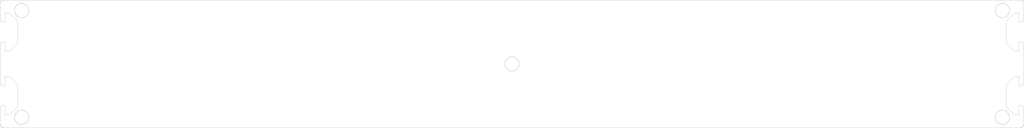
<source format=kicad_pcb>
(kicad_pcb (version 20241229) (generator "pcbnew") (generator_version "9.0")
  (layers (0 "F.Cu" signal) (2 "B.Cu" signal) (13 "F.Paste" user) (15 "B.Paste" user) (5 "F.SilkS" user "F.Silkscreen") (7 "B.SilkS" user "B.Silkscreen") (1 "F.Mask" user) (3 "B.Mask" user) (25 "Edge.Cuts" user))
  (net 0 "")
  (gr_line (start 4.49329 36.310814) (end 4.483213 36.364994) (stroke (width 0.123613)) (layer "Edge.Cuts"))
  (gr_line (start 8.127435 38.488441) (end 8.169684 38.452885) (stroke (width 0.123613)) (layer "Edge.Cuts"))
  (gr_line (start 4.799105 2.045377) (end 4.770146 2.092798) (stroke (width 0.123613)) (layer "Edge.Cuts"))
  (gr_curve (pts (xy 162.136215 19.293669) (xy 162.141846 19.311174) (xy 162.147491 19.328665) (xy 162.153137 19.34617)) (stroke (width 0.123613)) (layer "Edge.Cuts"))
  (gr_line (start 313.355103 34.499798) (end 313.410187 34.502335) (stroke (width 0.123613)) (layer "Edge.Cuts"))
  (gr_line (start 6.315401 38.965965) (end 6.369923 38.975269) (stroke (width 0.123613)) (layer "Edge.Cuts"))
  (gr_line (start 319.932831 39.359661) (end 319.941345 39.336807) (stroke (width 0.123613)) (layer "Edge.Cuts"))
  (gr_line (start 4.452736 3.360252) (end 4.456119 3.415287) (stroke (width 0.123613)) (layer "Edge.Cuts"))
  (gr_curve (pts (xy 157.783478 19.614548) (xy 157.786865 19.596493) (xy 157.790268 19.57844) (xy 157.793655 19.560368)) (stroke (width 0.123613)) (layer "Edge.Cuts"))
  (gr_line (start 7.662024 34.715691) (end 7.611813 34.692825) (stroke (width 0.123613)) (layer "Edge.Cuts"))
  (gr_curve (pts (xy 311.074188 37.079582) (xy 311.07193 37.061237) (xy 311.069702 37.042892) (xy 311.067413 37.024548)) (stroke (width 0.123613)) (layer "Edge.Cuts"))
  (gr_line (start 314.006165 38.885529) (end 313.95285 38.90247) (stroke (width 0.123613)) (layer "Edge.Cuts"))
  (gr_curve (pts (xy 160.438644 22.206202) (xy 160.420563 22.209593) (xy 160.402542 22.212969) (xy 160.384445 22.21636)) (stroke (width 0.123613)) (layer "Edge.Cuts"))
  (gr_line (start 314.057861 38.867748) (end 314.006165 38.885529) (stroke (width 0.123613)) (layer "Edge.Cuts"))
  (gr_line (start 8.939219 36.970367) (end 8.943958 36.915333) (stroke (width 0.123613)) (layer "Edge.Cuts"))
  (gr_curve (pts (xy 158.530243 21.703278) (xy 158.516418 21.691149) (xy 158.502594 21.679005) (xy 158.48877 21.666878)) (stroke (width 0.123613)) (layer "Edge.Cuts"))
  (gr_line (start 314.261871 34.715691) (end 314.311859 34.739399) (stroke (width 0.123613)) (layer "Edge.Cuts"))
  (gr_curve (pts (xy 313.90033 1.081023) (xy 313.917847 1.086109) (xy 313.935364 1.091188) (xy 313.95285 1.096267)) (stroke (width 0.123613)) (layer "Edge.Cuts"))
  (gr_curve (pts (xy 311.370514 37.905937) (xy 311.361206 37.890125) (xy 311.351868 37.874317) (xy 311.34259 37.858524)) (stroke (width 0.123613)) (layer "Edge.Cuts"))
  (gr_line (start 162.249649 19.943905) (end 162.249649 20.054831) (stroke (width 0.123613)) (layer "Edge.Cuts"))
  (gr_line (start 5.591075 38.706875) (end 5.639421 38.733971) (stroke (width 0.123613)) (layer "Edge.Cuts"))
  (gr_curve (pts (xy 311.181702 4.007112) (xy 311.175781 3.989889) (xy 311.169861 3.972682) (xy 311.16394 3.955467)) (stroke (width 0.123613)) (layer "Edge.Cuts"))
  (gr_line (start 319.35965 39.932846) (end 319.382538 39.923531) (stroke (width 0.123613)) (layer "Edge.Cuts"))
  (gr_curve (pts (xy 162.118423 19.241169) (xy 162.124359 19.258675) (xy 162.13028 19.27618) (xy 162.136215 19.293669)) (stroke (width 0.123613)) (layer "Edge.Cuts"))
  (gr_curve (pts (xy 315.495483 36.256634) (xy 315.499176 36.274689) (xy 315.502808 36.292759) (xy 315.5065 36.310814)) (stroke (width 0.123613)) (layer "Edge.Cuts"))
  (gr_curve (pts (xy 319.471436 0.117515) (xy 319.456787 0.110184) (xy 319.442078 0.102852) (xy 319.427429 0.095513)) (stroke (width 0.123613)) (layer "Edge.Cuts"))
  (gr_line (start 162.239502 20.219921) (end 162.233566 20.274956) (stroke (width 0.123613)) (layer "Edge.Cuts"))
  (gr_curve (pts (xy 313.95285 5.402415) (xy 313.935364 5.407502) (xy 313.917847 5.412573) (xy 313.90033 5.41766)) (stroke (width 0.123613)) (layer "Edge.Cuts"))
  (gr_line (start 311.050507 36.80442) (end 311.050507 36.749386) (stroke (width 0.123613)) (layer "Edge.Cuts"))
  (gr_line (start 315.549652 36.694351) (end 315.549652 36.80442) (stroke (width 0.123613)) (layer "Edge.Cuts"))
  (gr_curve (pts (xy 319.893097 39.449398) (xy 319.896759 39.442066) (xy 319.900391 39.434734) (xy 319.904053 39.427387)) (stroke (width 0.123613)) (layer "Edge.Cuts"))
  (gr_curve (pts (xy 6.865565 5.493011) (xy 6.88391 5.491598) (xy 6.902251 5.490193) (xy 6.920596 5.488771)) (stroke (width 0.123613)) (layer "Edge.Cuts"))
  (gr_curve (pts (xy 314.890961 38.340279) (xy 314.877686 38.35326) (xy 314.86441 38.366245) (xy 314.851135 38.379211)) (stroke (width 0.123613)) (layer "Edge.Cuts"))
  (gr_line (start 312.96991 38.975269) (end 312.861481 38.956646) (stroke (width 0.123613)) (layer "Edge.Cuts"))
  (gr_curve (pts (xy 157.804642 19.506172) (xy 157.808899 19.488392) (xy 157.813126 19.470613) (xy 157.817368 19.452833)) (stroke (width 0.123613)) (layer "Edge.Cuts"))
  (gr_curve (pts (xy 158.65979 18.192162) (xy 158.674774 18.181431) (xy 158.689697 18.170717) (xy 158.704681 18.159985)) (stroke (width 0.123613)) (layer "Edge.Cuts"))
  (gr_curve (pts (xy 5.189076 4.916431) (xy 5.202847 4.928559) (xy 5.216627 4.940703) (xy 5.230398 4.952838)) (stroke (width 0.123613)) (layer "Edge.Cuts"))
  (gr_curve (pts (xy 311.915771 38.523163) (xy 311.901398 38.511585) (xy 311.886993 38.500023) (xy 311.87262 38.488441)) (stroke (width 0.123613)) (layer "Edge.Cuts"))
  (gr_curve (pts (xy 0.106873 0.550176) (xy 0.103264 0.557516) (xy 0.099651 0.56484) (xy 0.096037 0.572179)) (stroke (width 0.123613)) (layer "Edge.Cuts"))
  (gr_line (start 4.460859 3.029208) (end 4.456119 3.084243) (stroke (width 0.123613)) (layer "Edge.Cuts"))
  (gr_line (start 315.516663 37.133778) (end 315.5065 37.188812) (stroke (width 0.123613)) (layer "Edge.Cuts"))
  (gr_curve (pts (xy 162.078629 19.138721) (xy 162.085419 19.155661) (xy 162.092163 19.172602) (xy 162.098953 19.189526)) (stroke (width 0.123613)) (layer "Edge.Cuts"))
  (gr_line (start 162.153137 19.34617) (end 162.16835 19.399509) (stroke (width 0.123613)) (layer "Edge.Cuts"))
  (gr_curve (pts (xy 315.533569 2.97418) (xy 315.535583 2.992526) (xy 315.537537 3.010863) (xy 315.53952 3.029208)) (stroke (width 0.123613)) (layer "Edge.Cuts"))
  (gr_curve (pts (xy 312.542328 34.631023) (xy 312.559509 34.625095) (xy 312.576782 34.619171) (xy 312.593964 34.613243)) (stroke (width 0.123613)) (layer "Edge.Cuts"))
  (gr_line (start 8.040397 38.557011) (end 8.084341 38.523163) (stroke (width 0.123613)) (layer "Edge.Cuts"))
  (gr_curve (pts (xy 319.555237 39.831257) (xy 319.568787 39.821663) (xy 319.582306 39.812054) (xy 319.595886 39.802464)) (stroke (width 0.123613)) (layer "Edge.Cuts"))
  (gr_curve (pts (xy 8.778776 35.888329) (xy 8.771521 35.871387) (xy 8.76427 35.854462) (xy 8.757015 35.837524)) (stroke (width 0.123613)) (layer "Edge.Cuts"))
  (gr_curve (pts (xy 6.261124 5.456603) (xy 6.279219 5.459994) (xy 6.29731 5.463369) (xy 6.315401 5.466761)) (stroke (width 0.123613)) (layer "Edge.Cuts"))
  (gr_line (start 8.684373 2.188473) (end 8.657784 2.140203) (stroke (width 0.123613)) (layer "Edge.Cuts"))
  (gr_line (start 311.266388 37.711197) (end 311.24353 37.661247) (stroke (width 0.123613)) (layer "Edge.Cuts"))
  (gr_line (start 318.500305 35.999237) (end 318.500305 32.9995) (stroke (width 0.123613)) (layer "Edge.Cuts"))
  (gr_curve (pts (xy 4.452736 3.139278) (xy 4.452058 3.157624) (xy 4.451375 3.175969) (xy 4.450697 3.194314)) (stroke (width 0.123613)) (layer "Edge.Cuts"))
  (gr_curve (pts (xy 161.929611 21.156347) (xy 161.920044 21.171865) (xy 161.910431 21.187368) (xy 161.900833 21.202904)) (stroke (width 0.123613)) (layer "Edge.Cuts"))
  (gr_curve (pts (xy 4.92627 1.865043) (xy 4.915123 1.879714) (xy 4.90398 1.894393) (xy 4.892833 1.909065)) (stroke (width 0.123613)) (layer "Edge.Cuts"))
  (gr_line (start 311.201172 4.059603) (end 311.181702 4.007112) (stroke (width 0.123613)) (layer "Edge.Cuts"))
  (gr_line (start 312.338287 34.715691) (end 312.388214 34.692825) (stroke (width 0.123613)) (layer "Edge.Cuts"))
  (gr_line (start 311.709198 35.158493) (end 311.749023 35.11956) (stroke (width 0.123613)) (layer "Edge.Cuts"))
  (gr_line (start 6.099922 5.41766) (end 6.153351 5.432049) (stroke (width 0.123613)) (layer "Edge.Cuts"))
  (gr_curve (pts (xy 315.418427 35.991615) (xy 315.424347 36.009121) (xy 315.430298 36.026627) (xy 315.436218 36.044117)) (stroke (width 0.123613)) (layer "Edge.Cuts"))
  (gr_line (start 319.219116 39.975174) (end 319.266541 39.963322) (stroke (width 0.123613)) (layer "Edge.Cuts"))
  (gr_line (start 161.929611 18.842398) (end 161.95755 18.890657) (stroke (width 0.123613)) (layer "Edge.Cuts"))
  (gr_curve (pts (xy 0.004857 0.901536) (xy 0.004146 0.909715) (xy 0.003444 0.917903) (xy 0.002737 0.92609)) (stroke (width 0.123613)) (layer "Edge.Cuts"))
  (gr_line (start 4.715704 37.810253) (end 4.742374 37.858524) (stroke (width 0.123613)) (layer "Edge.Cuts"))
  (gr_curve (pts (xy 319.904053 39.427387) (xy 319.907471 39.419781) (xy 319.910858 39.412144) (xy 319.914246 39.404537)) (stroke (width 0.123613)) (layer "Edge.Cuts"))
  (gr_line (start 158.48877 21.666878) (end 158.40918 21.590672) (stroke (width 0.123613)) (layer "Edge.Cuts"))
  (gr_curve (pts (xy 319.964172 39.266529) (xy 319.966187 39.258633) (xy 319.96814 39.250717) (xy 319.970154 39.242821)) (stroke (width 0.123613)) (layer "Edge.Cuts"))
  (gr_line (start 312.807343 38.944794) (end 312.753113 38.932102) (stroke (width 0.123613)) (layer "Edge.Cuts"))
  (gr_curve (pts (xy 0.106873 39.449398) (xy 0.110628 39.45647) (xy 0.114383 39.463512) (xy 0.118137 39.47057)) (stroke (width 0.123613)) (layer "Edge.Cuts"))
  (gr_curve (pts (xy 4.517501 37.296333) (xy 4.522188 37.314114) (xy 4.526871 37.331894) (xy 4.531555 37.349674)) (stroke (width 0.123613)) (layer "Edge.Cuts"))
  (gr_curve (pts (xy 315.357513 2.337487) (xy 315.364594 2.354419) (xy 315.371582 2.371359) (xy 315.378662 2.388283)) (stroke (width 0.123613)) (layer "Edge.Cuts"))
  (gr_line (start 311.221527 35.888329) (end 311.24353 35.837524) (stroke (width 0.123613)) (layer "Edge.Cuts"))
  (gr_curve (pts (xy 0.617416 39.923531) (xy 0.62501 39.926632) (xy 0.6326 39.929749) (xy 0.64019 39.932846)) (stroke (width 0.123613)) (layer "Edge.Cuts"))
  (gr_line (start 313.847015 1.066642) (end 313.90033 1.081023) (stroke (width 0.123613)) (layer "Edge.Cuts"))
  (gr_curve (pts (xy 0.485928 39.857498) (xy 0.493013 39.861439) (xy 0.500095 39.865395) (xy 0.50718 39.86935)) (stroke (width 0.123613)) (layer "Edge.Cuts"))
  (gr_curve (pts (xy 319.595886 39.802464) (xy 319.602386 39.797665) (xy 319.608856 39.79287) (xy 319.615356 39.788074)) (stroke (width 0.123613)) (layer "Edge.Cuts"))
  (gr_curve (pts (xy 311.060669 36.970367) (xy 311.059265 36.952023) (xy 311.0578 36.933678) (xy 311.056427 36.915333)) (stroke (width 0.123613)) (layer "Edge.Cuts"))
  (gr_line (start 5.639421 34.764801) (end 5.591075 34.791901) (stroke (width 0.123613)) (layer "Edge.Cuts"))
  (gr_line (start 6.153351 5.432049) (end 6.207106 5.44475) (stroke (width 0.123613)) (layer "Edge.Cuts"))
  (gr_curve (pts (xy 8.916954 2.864957) (xy 8.91357 2.846895) (xy 8.910179 2.828832) (xy 8.906792 2.81077)) (stroke (width 0.123613)) (layer "Edge.Cuts"))
  (gr_line (start 311.083496 3.634573) (end 311.074188 3.579537) (stroke (width 0.123613)) (layer "Edge.Cuts"))
  (gr_line (start 5.738058 5.283875) (end 5.788265 5.306741) (stroke (width 0.123613)) (layer "Edge.Cuts"))
  (gr_curve (pts (xy 160.384445 17.782368) (xy 160.402542 17.785759) (xy 160.420563 17.789135) (xy 160.438644 17.792526)) (stroke (width 0.123613)) (layer "Edge.Cuts"))
  (gr_curve (pts (xy 0.528682 0.117515) (xy 0.521516 0.121464) (xy 0.51435 0.125428) (xy 0.50718 0.129377)) (stroke (width 0.123613)) (layer "Edge.Cuts"))
  (gr_curve (pts (xy 319.382538 39.923531) (xy 319.390106 39.920139) (xy 319.397766 39.916763) (xy 319.405396 39.913372)) (stroke (width 0.123613)) (layer "Edge.Cuts"))
  (gr_curve (pts (xy 157.756409 19.833834) (xy 157.757797 19.815489) (xy 157.759232 19.797159) (xy 157.760651 19.778814)) (stroke (width 0.123613)) (layer "Edge.Cuts"))
  (gr_curve (pts (xy 6.534513 5.493011) (xy 6.552886 5.494141) (xy 6.571264 5.495264) (xy 6.589633 5.496394)) (stroke (width 0.123613)) (layer "Edge.Cuts"))
  (gr_curve (pts (xy 5.109067 1.658458) (xy 5.096224 1.671716) (xy 5.08339 1.684991) (xy 5.070548 1.698249)) (stroke (width 0.123613)) (layer "Edge.Cuts"))
  (gr_line (start 318.500305 12.999545) (end 319.500214 12.999545) (stroke (width 0.123613)) (layer "Edge.Cuts"))
  (gr_line (start 5.496333 1.348577) (end 5.450022 1.37905) (stroke (width 0.123613)) (layer "Edge.Cuts"))
  (gr_curve (pts (xy 158.704681 18.159985) (xy 158.719894 18.149546) (xy 158.735168 18.139097) (xy 158.750381 18.128656)) (stroke (width 0.123613)) (layer "Edge.Cuts"))
  (gr_curve (pts (xy 7.950055 5.12048) (xy 7.96524 5.11004) (xy 7.980427 5.099592) (xy 7.995607 5.089151)) (stroke (width 0.123613)) (layer "Edge.Cuts"))
  (gr_curve (pts (xy 315.171204 1.999668) (xy 315.181091 2.014904) (xy 315.190979 2.030149) (xy 315.200867 2.045377)) (stroke (width 0.123613)) (layer "Edge.Cuts"))
  (gr_line (start 1.500066 26.999174) (end 1.500066 23.999437) (stroke (width 0.123613)) (layer "Edge.Cuts"))
  (gr_line (start 313.024902 38.982891) (end 312.96991 38.975269) (stroke (width 0.123613)) (layer "Edge.Cuts"))
  (gr_curve (pts (xy 6.589633 34.502335) (xy 6.571264 34.503464) (xy 6.552886 34.504593) (xy 6.534513 34.505726)) (stroke (width 0.123613)) (layer "Edge.Cuts"))
  (gr_curve (pts (xy 311.146973 36.096615) (xy 311.152679 36.079109) (xy 311.158295 36.061623) (xy 311.16394 36.044117)) (stroke (width 0.123613)) (layer "Edge.Cuts"))
  (gr_line (start 4.742374 35.640247) (end 4.715704 35.688519) (stroke (width 0.123613)) (layer "Edge.Cuts"))
  (gr_curve (pts (xy 0.975554 -0.000161) (xy 0.967371 0.000121) (xy 0.959191 0.000396) (xy 0.951004 0.000678)) (stroke (width 0.123613)) (layer "Edge.Cuts"))
  (gr_line (start 8.906792 2.81077) (end 8.895363 2.756582) (stroke (width 0.123613)) (layer "Edge.Cuts"))
  (gr_curve (pts (xy 159.561478 17.792526) (xy 159.579559 17.789135) (xy 159.59761 17.785759) (xy 159.615662 17.782368)) (stroke (width 0.123613)) (layer "Edge.Cuts"))
  (gr_curve (pts (xy 4.690306 4.261109) (xy 4.698772 4.277484) (xy 4.707242 4.293843) (xy 4.715704 4.31021)) (stroke (width 0.123613)) (layer "Edge.Cuts"))
  (gr_curve (pts (xy 6.589633 38.996437) (xy 6.608035 38.997295) (xy 6.626436 38.998135) (xy 6.644838 38.998989)) (stroke (width 0.123613)) (layer "Edge.Cuts"))
  (gr_curve (pts (xy 8.507253 38.089664) (xy 8.518032 38.074707) (xy 8.528811 38.059738) (xy 8.539591 38.044785)) (stroke (width 0.123613)) (layer "Edge.Cuts"))
  (gr_line (start 8.473808 35.365089) (end 8.43935 35.321907) (stroke (width 0.123613)) (layer "Edge.Cuts"))
  (gr_line (start 315.284637 37.810253) (end 315.257568 37.858524) (stroke (width 0.123613)) (layer "Edge.Cuts"))
  (gr_line (start 0.87768 0.007461) (end 0.853299 0.010004) (stroke (width 0.123613)) (layer "Edge.Cuts"))
  (gr_line (start 157.863937 19.293669) (end 157.881699 19.241169) (stroke (width 0.123613)) (layer "Edge.Cuts"))
  (gr_curve (pts (xy 311.221527 4.1104) (xy 311.214752 4.093468) (xy 311.207947 4.076528) (xy 311.201172 4.059603)) (stroke (width 0.123613)) (layer "Edge.Cuts"))
  (gr_line (start 311.749023 38.379211) (end 311.709198 38.340279) (stroke (width 0.123613)) (layer "Edge.Cuts"))
  (gr_curve (pts (xy 6.75524 1.000593) (xy 6.736838 1.000318) (xy 6.718441 1.000028) (xy 6.700039 0.999745)) (stroke (width 0.123613)) (layer "Edge.Cuts"))
  (gr_curve (pts (xy 313.410187 34.502335) (xy 313.428772 34.503464) (xy 313.447418 34.504593) (xy 313.466034 34.505726)) (stroke (width 0.123613)) (layer "Edge.Cuts"))
  (gr_curve (pts (xy 312.28833 38.759373) (xy 312.271973 38.750912) (xy 312.255615 38.742451) (xy 312.239227 38.733971)) (stroke (width 0.123613)) (layer "Edge.Cuts"))
  (gr_line (start 0.663138 0.058257) (end 0.64019 0.066719) (stroke (width 0.123613)) (layer "Edge.Cuts"))
  (gr_line (start 315.107727 38.089664) (end 315.073883 38.133686) (stroke (width 0.123613)) (layer "Edge.Cuts"))
  (gr_line (start 0.50007 12.999545) (end 0.50007 13.499934) (stroke (width 0.123613)) (layer "Edge.Cuts"))
  (gr_curve (pts (xy 7.030243 5.475223) (xy 7.048415 5.472404) (xy 7.06659 5.469587) (xy 7.084766 5.466761)) (stroke (width 0.123613)) (layer "Edge.Cuts"))
  (gr_curve (pts (xy 158.370239 18.447847) (xy 158.383224 18.434864) (xy 158.396194 18.421881) (xy 158.40918 18.408905)) (stroke (width 0.123613)) (layer "Edge.Cuts"))
  (gr_line (start 319.500214 26.999174) (end 318.500305 26.999174) (stroke (width 0.123613)) (layer "Edge.Cuts"))
  (gr_curve (pts (xy 157.793655 19.560368) (xy 157.797302 19.542297) (xy 157.80098 19.524242) (xy 157.804642 19.506172)) (stroke (width 0.123613)) (layer "Edge.Cuts"))
  (gr_curve (pts (xy 8.83652 36.044117) (xy 8.830533 36.026627) (xy 8.824558 36.009121) (xy 8.81857 35.991615)) (stroke (width 0.123613)) (layer "Edge.Cuts"))
  (gr_line (start 8.799265 4.059603) (end 8.81857 4.007112) (stroke (width 0.123613)) (layer "Edge.Cuts"))
  (gr_line (start 319.985352 0.82872) (end 319.98114 0.804174) (stroke (width 0.123613)) (layer "Edge.Cuts"))
  (gr_line (start 5.839065 34.67083) (end 5.788265 34.692825) (stroke (width 0.123613)) (layer "Edge.Cuts"))
  (gr_curve (pts (xy 4.666091 35.787575) (xy 4.658416 35.804226) (xy 4.650737 35.820873) (xy 4.643063 35.837524)) (stroke (width 0.123613)) (layer "Edge.Cuts"))
  (gr_curve (pts (xy 6.975458 1.016677) (xy 6.95717 1.014707) (xy 6.938881 1.012729) (xy 6.920596 1.010759)) (stroke (width 0.123613)) (layer "Edge.Cuts"))
  (gr_curve (pts (xy 4.860487 4.54474) (xy 4.871266 4.559694) (xy 4.88205 4.574664) (xy 4.892833 4.589618)) (stroke (width 0.123613)) (layer "Edge.Cuts"))
  (gr_curve (pts (xy 312.753113 38.932102) (xy 312.735352 38.927307) (xy 312.71759 38.922493) (xy 312.699799 38.917698)) (stroke (width 0.123613)) (layer "Edge.Cuts"))
  (gr_curve (pts (xy 319.689911 0.275007) (xy 319.683685 0.269646) (xy 319.677429 0.264277) (xy 319.671234 0.258915)) (stroke (width 0.123613)) (layer "Edge.Cuts"))
  (gr_line (start 0.424292 0.181869) (end 0.404396 0.196265) (stroke (width 0.123613)) (layer "Edge.Cuts"))
  (gr_line (start 315.107727 4.589618) (end 315.073883 4.633648) (stroke (width 0.123613)) (layer "Edge.Cuts"))
  (gr_line (start 8.169684 35.045887) (end 8.127435 35.01033) (stroke (width 0.123613)) (layer "Edge.Cuts"))
  (gr_curve (pts (xy 4.563646 37.455498) (xy 4.569633 37.472729) (xy 4.575609 37.489941) (xy 4.581596 37.507156)) (stroke (width 0.123613)) (layer "Edge.Cuts"))
  (gr_curve (pts (xy 160.220184 17.760349) (xy 160.238525 17.762327) (xy 160.256882 17.764313) (xy 160.275223 17.766283)) (stroke (width 0.123613)) (layer "Edge.Cuts"))
  (gr_curve (pts (xy 311.561005 1.821861) (xy 311.572876 1.807755) (xy 311.584717 1.793632) (xy 311.596558 1.779526)) (stroke (width 0.123613)) (layer "Edge.Cuts"))
  (gr_curve (pts (xy 315.468384 37.349674) (xy 315.463287 37.367451) (xy 315.458252 37.385231) (xy 315.453186 37.403011)) (stroke (width 0.123613)) (layer "Edge.Cuts"))
  (gr_line (start 312.699799 5.41766) (end 312.647308 5.402415) (stroke (width 0.123613)) (layer "Edge.Cuts"))
  (gr_line (start 313.190033 38.996437) (end 313.13501 38.993046) (stroke (width 0.123613)) (layer "Edge.Cuts"))
  (gr_curve (pts (xy 319.904053 0.572179) (xy 319.896759 0.5575) (xy 319.889404 0.542837) (xy 319.88208 0.528157)) (stroke (width 0.123613)) (layer "Edge.Cuts"))
  (gr_line (start 8.211086 1.58226) (end 8.169684 1.545844) (stroke (width 0.123613)) (layer "Edge.Cuts"))
  (gr_curve (pts (xy 315.453186 36.096615) (xy 315.458252 36.114105) (xy 315.463287 36.131611) (xy 315.468384 36.149101)) (stroke (width 0.123613)) (layer "Edge.Cuts"))
  (gr_curve (pts (xy 315.378662 2.388283) (xy 315.385437 2.405505) (xy 315.392212 2.422712) (xy 315.398956 2.439927)) (stroke (width 0.123613)) (layer "Edge.Cuts"))
  (gr_curve (pts (xy 157.756409 20.164886) (xy 157.755249 20.14654) (xy 157.75415 20.128195) (xy 157.753021 20.10985)) (stroke (width 0.123613)) (layer "Edge.Cuts"))
  (gr_curve (pts (xy 5.639421 1.265604) (xy 5.623304 1.274349) (xy 5.607192 1.283102) (xy 5.591075 1.291846)) (stroke (width 0.123613)) (layer "Edge.Cuts"))
  (gr_curve (pts (xy 311.146973 3.902967) (xy 311.141907 3.885195) (xy 311.136871 3.867408) (xy 311.131775 3.849627)) (stroke (width 0.123613)) (layer "Edge.Cuts"))
  (gr_curve (pts (xy 314.811401 38.416485) (xy 314.797546 38.428612) (xy 314.783752 38.440739) (xy 314.769897 38.452885)) (stroke (width 0.123613)) (layer "Edge.Cuts"))
  (gr_curve (pts (xy 0.528682 39.881203) (xy 0.535941 39.885143) (xy 0.543188 39.889118) (xy 0.550447 39.893059)) (stroke (width 0.123613)) (layer "Edge.Cuts"))
  (gr_curve (pts (xy 313.575256 5.482845) (xy 313.556885 5.484815) (xy 313.538574 5.486802) (xy 313.520233 5.488771)) (stroke (width 0.123613)) (layer "Edge.Cuts"))
  (gr_curve (pts (xy 4.960816 1.821861) (xy 4.949302 1.836257) (xy 4.937784 1.850646) (xy 4.92627 1.865043)) (stroke (width 0.123613)) (layer "Edge.Cuts"))
  (gr_curve (pts (xy 315.453186 37.403011) (xy 315.447479 37.420502) (xy 315.441864 37.438007) (xy 315.436218 37.455498)) (stroke (width 0.123613)) (layer "Edge.Cuts"))
  (gr_curve (pts (xy 160.166016 22.243458) (xy 160.147385 22.244587) (xy 160.128754 22.245701) (xy 160.110153 22.246832)) (stroke (width 0.123613)) (layer "Edge.Cuts"))
  (gr_curve (pts (xy 313.792816 38.944794) (xy 313.77475 38.94875) (xy 313.756744 38.952709) (xy 313.738647 38.956646)) (stroke (width 0.123613)) (layer "Edge.Cuts"))
  (gr_curve (pts (xy 313.190033 5.496394) (xy 313.171661 5.495264) (xy 313.153351 5.494141) (xy 313.13501 5.493011)) (stroke (width 0.123613)) (layer "Edge.Cuts"))
  (gr_line (start 0.076142 0.617057) (end 0.067082 0.639916) (stroke (width 0.123613)) (layer "Edge.Cuts"))
  (gr_curve (pts (xy 4.690306 37.761162) (xy 4.698772 37.777538) (xy 4.707242 37.793896) (xy 4.715704 37.810253)) (stroke (width 0.123613)) (layer "Edge.Cuts"))
  (gr_curve (pts (xy 313.520233 5.488771) (xy 313.502167 5.490193) (xy 313.48407 5.491598) (xy 313.466034 5.493011)) (stroke (width 0.123613)) (layer "Edge.Cuts"))
  (gr_line (start 158.988312 17.989809) (end 159.038254 17.965246) (stroke (width 0.123613)) (layer "Edge.Cuts"))
  (gr_line (start 312.807343 34.553993) (end 312.861481 34.54298) (stroke (width 0.123613)) (layer "Edge.Cuts"))
  (gr_curve (pts (xy 311.670227 1.698249) (xy 311.683228 1.684991) (xy 311.696198 1.671716) (xy 311.709198 1.658458)) (stroke (width 0.123613)) (layer "Edge.Cuts"))
  (gr_line (start 157.760651 20.219921) (end 157.756409 20.164886) (stroke (width 0.123613)) (layer "Edge.Cuts"))
  (gr_curve (pts (xy 312.143524 5.179739) (xy 312.127747 5.169863) (xy 312.111938 5.159988) (xy 312.096161 5.150105)) (stroke (width 0.123613)) (layer "Edge.Cuts"))
  (gr_line (start 0.757116 0.029472) (end 0.733321 0.035398) (stroke (width 0.123613)) (layer "Edge.Cuts"))
  (gr_curve (pts (xy 311.526306 1.865043) (xy 311.537903 1.850646) (xy 311.549438 1.836257) (xy 311.561005 1.821861)) (stroke (width 0.123613)) (layer "Edge.Cuts"))
  (gr_curve (pts (xy 314.360962 1.265604) (xy 314.377045 1.274349) (xy 314.393127 1.283102) (xy 314.40921 1.291846)) (stroke (width 0.123613)) (layer "Edge.Cuts"))
  (gr_curve (pts (xy 0.043122 0.709348) (xy 0.040836 0.717245) (xy 0.038547 0.72515) (xy 0.036266 0.733046)) (stroke (width 0.123613)) (layer "Edge.Cuts"))
  (gr_line (start 4.474408 37.079582) (end 4.483213 37.133778) (stroke (width 0.123613)) (layer "Edge.Cuts"))
  (gr_line (start 5.450022 5.12048) (end 5.496333 5.150105) (stroke (width 0.123613)) (layer "Edge.Cuts"))
  (gr_curve (pts (xy 160.86113 22.07835) (xy 160.843887 22.085117) (xy 160.826706 22.0919) (xy 160.809494 22.098665)) (stroke (width 0.123613)) (layer "Edge.Cuts"))
  (gr_curve (pts (xy 315.53952 3.470323) (xy 315.537537 3.488668) (xy 315.535583 3.507005) (xy 315.533569 3.52535)) (stroke (width 0.123613)) (layer "Edge.Cuts"))
  (gr_line (start 311.87262 38.488441) (end 311.830261 38.452885) (stroke (width 0.123613)) (layer "Edge.Cuts"))
  (gr_curve (pts (xy 7.760746 5.233926) (xy 7.776858 5.224899) (xy 7.792975 5.215872) (xy 7.809088 5.206836)) (stroke (width 0.123613)) (layer "Edge.Cuts"))
  (gr_curve (pts (xy 313.90033 5.41766) (xy 313.882568 5.422456) (xy 313.864807 5.427252) (xy 313.847015 5.432049)) (stroke (width 0.123613)) (layer "Edge.Cuts"))
  (gr_line (start 8.94735 3.139278) (end 8.943958 3.084243) (stroke (width 0.123613)) (layer "Edge.Cuts"))
  (gr_line (start 319.995544 39.097191) (end 319.997223 39.072647) (stroke (width 0.123613)) (layer "Edge.Cuts"))
  (gr_curve (pts (xy 0.902069 39.994667) (xy 0.91022 39.995506) (xy 0.918383 39.996346) (xy 0.926534 39.9972)) (stroke (width 0.123613)) (layer "Edge.Cuts"))
  (gr_line (start 6.42462 34.516724) (end 6.369923 34.523506) (stroke (width 0.123613)) (layer "Edge.Cuts"))
  (gr_curve (pts (xy 0.4651 0.154779) (xy 0.458245 0.159293) (xy 0.451386 0.163814) (xy 0.44453 0.168328)) (stroke (width 0.123613)) (layer "Edge.Cuts"))
  (gr_line (start 157.990097 18.98802) (end 158.015472 18.938911) (stroke (width 0.123613)) (layer "Edge.Cuts"))
  (gr_curve (pts (xy 314.504028 38.650158) (xy 314.488251 38.660042) (xy 314.472412 38.669907) (xy 314.456635 38.67979)) (stroke (width 0.123613)) (layer "Edge.Cuts"))
  (gr_curve (pts (xy 8.853202 3.902967) (xy 8.858305 3.885195) (xy 8.863416 3.867408) (xy 8.868524 3.849627)) (stroke (width 0.123613)) (layer "Edge.Cuts"))
  (gr_line (start 0.733321 0.035398) (end 0.709788 0.042173) (stroke (width 0.123613)) (layer "Edge.Cuts"))
  (gr_line (start 158.370239 21.55088) (end 158.332993 21.510233) (stroke (width 0.123613)) (layer "Edge.Cuts"))
  (gr_curve (pts (xy 160.438644 17.792526) (xy 160.456696 17.796474) (xy 160.474762 17.80043) (xy 160.492813 17.804379)) (stroke (width 0.123613)) (layer "Edge.Cuts"))
  (gr_curve (pts (xy 6.810445 5.496394) (xy 6.828818 5.495264) (xy 6.847191 5.494141) (xy 6.865565 5.493011)) (stroke (width 0.123613)) (layer "Edge.Cuts"))
  (gr_curve (pts (xy 157.943512 19.087933) (xy 157.951141 19.070993) (xy 157.958755 19.054052) (xy 157.966385 19.037128)) (stroke (width 0.123613)) (layer "Edge.Cuts"))
  (gr_line (start 319.949799 39.313087) (end 319.957397 39.289379) (stroke (width 0.123613)) (layer "Edge.Cuts"))
  (gr_line (start 7.950055 1.37905) (end 7.903833 1.348577) (stroke (width 0.123613)) (layer "Edge.Cuts"))
  (gr_curve (pts (xy 315.52597 37.079582) (xy 315.522888 37.097652) (xy 315.519775 37.115707) (xy 315.516663 37.133778)) (stroke (width 0.123613)) (layer "Edge.Cuts"))
  (gr_curve (pts (xy 5.40447 1.409531) (xy 5.389565 1.420537) (xy 5.374668 1.43155) (xy 5.359766 1.442556)) (stroke (width 0.123613)) (layer "Edge.Cuts"))
  (gr_line (start 4.666091 4.211161) (end 4.690306 4.261109) (stroke (width 0.123613)) (layer "Edge.Cuts"))
  (gr_curve (pts (xy 311.074188 36.419189) (xy 311.077271 36.401119) (xy 311.080383 36.383064) (xy 311.083496 36.364994)) (stroke (width 0.123613)) (layer "Edge.Cuts"))
  (gr_curve (pts (xy 8.757015 4.161196) (xy 8.76427 4.144272) (xy 8.771521 4.127332) (xy 8.778776 4.1104)) (stroke (width 0.123613)) (layer "Edge.Cuts"))
  (gr_curve (pts (xy 319.985352 39.170845) (xy 319.986755 39.162659) (xy 319.98819 39.154488) (xy 319.989624 39.146301)) (stroke (width 0.123613)) (layer "Edge.Cuts"))
  (gr_curve (pts (xy 315.200867 2.045377) (xy 315.210449 2.061179) (xy 315.220062 2.076997) (xy 315.229645 2.092798)) (stroke (width 0.123613)) (layer "Edge.Cuts"))
  (gr_line (start 0.007562 39.121754) (end 0.010864 39.146301) (stroke (width 0.123613)) (layer "Edge.Cuts"))
  (gr_curve (pts (xy 159.24231 22.118158) (xy 159.225098 22.111666) (xy 159.20787 22.105158) (xy 159.190659 22.098665)) (stroke (width 0.123613)) (layer "Edge.Cuts"))
  (gr_curve (pts (xy 315.284637 2.188473) (xy 315.293152 2.204839) (xy 315.301605 2.221206) (xy 315.310059 2.237573)) (stroke (width 0.123613)) (layer "Edge.Cuts"))
  (gr_line (start 161.551147 18.369961) (end 161.590973 18.408905) (stroke (width 0.123613)) (layer "Edge.Cuts"))
  (gr_curve (pts (xy 158.615768 21.773558) (xy 158.601364 21.761978) (xy 158.58696 21.750416) (xy 158.572586 21.738836)) (stroke (width 0.123613)) (layer "Edge.Cuts"))
  (gr_line (start 6.046921 1.096267) (end 5.99426 1.113199) (stroke (width 0.123613)) (layer "Edge.Cuts"))
  (gr_curve (pts (xy 311.104645 37.242153) (xy 311.100983 37.224373) (xy 311.097351 37.206593) (xy 311.093658 37.188812)) (stroke (width 0.123613)) (layer "Edge.Cuts"))
  (gr_curve (pts (xy 8.933123 3.52535) (xy 8.935153 3.507005) (xy 8.937188 3.488668) (xy 8.939219 3.470323)) (stroke (width 0.123613)) (layer "Edge.Cuts"))
  (gr_line (start 318.500305 3.999489) (end 317.049988 3.999489) (stroke (width 0.123613)) (layer "Edge.Cuts"))
  (gr_line (start 7.903833 5.150105) (end 7.950055 5.12048) (stroke (width 0.123613)) (layer "Edge.Cuts"))
  (gr_line (start 311.315491 35.688519) (end 311.34259 35.640247) (stroke (width 0.123613)) (layer "Edge.Cuts"))
  (gr_curve (pts (xy 319.170837 39.984493) (xy 319.179047 39.983086) (xy 319.187225 39.981667) (xy 319.195404 39.980263)) (stroke (width 0.123613)) (layer "Edge.Cuts"))
  (gr_line (start 8.868524 37.349674) (end 8.882662 37.296333) (stroke (width 0.123613)) (layer "Edge.Cuts"))
  (gr_line (start 312.239227 1.265604) (end 312.28833 1.239354) (stroke (width 0.123613)) (layer "Edge.Cuts"))
  (gr_line (start 0.168598 0.444345) (end 0.155223 0.46466) (stroke (width 0.123613)) (layer "Edge.Cuts"))
  (gr_line (start 161.109177 21.957283) (end 161.060928 21.983524) (stroke (width 0.123613)) (layer "Edge.Cuts"))
  (gr_line (start 0.196875 0.40369) (end 0.182482 0.424013) (stroke (width 0.123613)) (layer "Edge.Cuts"))
  (gr_curve (pts (xy 312.28833 1.239354) (xy 312.304993 1.231457) (xy 312.321625 1.223552) (xy 312.338287 1.215656)) (stroke (width 0.123613)) (layer "Edge.Cuts"))
  (gr_curve (pts (xy 319.405396 39.913372) (xy 319.420044 39.906605) (xy 319.434723 39.899822) (xy 319.449402 39.893059)) (stroke (width 0.123613)) (layer "Edge.Cuts"))
  (gr_curve (pts (xy 315.516663 2.864957) (xy 315.519775 2.88302) (xy 315.522888 2.901083) (xy 315.52597 2.919145)) (stroke (width 0.123613)) (layer "Edge.Cuts"))
  (gr_curve (pts (xy 311.290131 35.737625) (xy 311.298584 35.721252) (xy 311.307007 35.704876) (xy 311.315491 35.688519)) (stroke (width 0.123613)) (layer "Edge.Cuts"))
  (gr_line (start 8.329618 4.801281) (end 8.367209 4.760643) (stroke (width 0.123613)) (layer "Edge.Cuts"))
  (gr_curve (pts (xy 5.591075 1.291846) (xy 5.575156 1.301156) (xy 5.559241 1.310482) (xy 5.543323 1.319792)) (stroke (width 0.123613)) (layer "Edge.Cuts"))
  (gr_line (start 313.630249 38.975269) (end 313.575256 38.982891) (stroke (width 0.123613)) (layer "Edge.Cuts"))
  (gr_line (start 315.543732 36.584297) (end 315.547119 36.639332) (stroke (width 0.123613)) (layer "Edge.Cuts"))
  (gr_curve (pts (xy 160.166016 17.755278) (xy 160.184082 17.756973) (xy 160.202133 17.758654) (xy 160.220184 17.760349)) (stroke (width 0.123613)) (layer "Edge.Cuts"))
  (gr_line (start 319.290253 0.042173) (end 319.266541 0.035398) (stroke (width 0.123613)) (layer "Edge.Cuts"))
  (gr_curve (pts (xy 8.895363 3.7421) (xy 8.89917 3.724328) (xy 8.902985 3.70654) (xy 8.906792 3.688761)) (stroke (width 0.123613)) (layer "Edge.Cuts"))
  (gr_line (start 162.243744 20.164886) (end 162.239502 20.219921) (stroke (width 0.123613)) (layer "Edge.Cuts"))
  (gr_curve (pts (xy 160.492813 17.804379) (xy 160.510864 17.808619) (xy 160.528946 17.812841) (xy 160.547012 17.81708)) (stroke (width 0.123613)) (layer "Edge.Cuts"))
  (gr_curve (pts (xy 7.509792 5.349076) (xy 7.526894 5.34201) (xy 7.544 5.33497) (xy 7.561097 5.327905)) (stroke (width 0.123613)) (layer "Edge.Cuts"))
  (gr_line (start 7.458059 34.631023) (end 7.405822 34.613243) (stroke (width 0.123613)) (layer "Edge.Cuts"))
  (gr_curve (pts (xy 8.629931 2.092798) (xy 8.620278 2.076997) (xy 8.610629 2.061179) (xy 8.600977 2.045377)) (stroke (width 0.123613)) (layer "Edge.Cuts"))
  (gr_line (start 7.611813 38.806786) (end 7.662024 38.783081) (stroke (width 0.123613)) (layer "Edge.Cuts"))
  (gr_curve (pts (xy 6.534513 1.00568) (xy 6.516168 1.007375) (xy 6.49783 1.009063) (xy 6.479486 1.010759)) (stroke (width 0.123613)) (layer "Edge.Cuts"))
  (gr_curve (pts (xy 6.261124 1.042927) (xy 6.243122 1.046601) (xy 6.225112 1.050267) (xy 6.207106 1.053941)) (stroke (width 0.123613)) (layer "Edge.Cuts"))
  (gr_curve (pts (xy 161.807693 21.340055) (xy 161.796417 21.354736) (xy 161.78511 21.369415) (xy 161.773834 21.384094)) (stroke (width 0.123613)) (layer "Edge.Cuts"))
  (gr_curve (pts (xy 311.428925 35.499706) (xy 311.439392 35.484478) (xy 311.449799 35.469231) (xy 311.460266 35.453987)) (stroke (width 0.123613)) (layer "Edge.Cuts"))
  (gr_curve (pts (xy 0.572543 39.903214) (xy 0.579963 39.906605) (xy 0.587387 39.909981) (xy 0.594808 39.913372)) (stroke (width 0.123613)) (layer "Edge.Cuts"))
  (gr_line (start 315.107727 35.409111) (end 315.139893 35.453987) (stroke (width 0.123613)) (layer "Edge.Cuts"))
  (gr_line (start 158.29657 18.529982) (end 158.332993 18.488495) (stroke (width 0.123613)) (layer "Edge.Cuts"))
  (gr_line (start 159.088211 17.942387) (end 159.138992 17.920376) (stroke (width 0.123613)) (layer "Edge.Cuts"))
  (gr_curve (pts (xy 315.482788 37.296333) (xy 315.478027 37.314114) (xy 315.473175 37.331894) (xy 315.468384 37.349674)) (stroke (width 0.123613)) (layer "Edge.Cuts"))
  (gr_curve (pts (xy 0.096037 39.427387) (xy 0.099651 39.434734) (xy 0.103264 39.442066) (xy 0.106873 39.449398)) (stroke (width 0.123613)) (layer "Edge.Cuts"))
  (gr_curve (pts (xy 6.099922 38.917698) (xy 6.11773 38.922493) (xy 6.135542 38.927307) (xy 6.153351 38.932102)) (stroke (width 0.123613)) (layer "Edge.Cuts"))
  (gr_line (start 315.310059 4.261109) (end 315.284637 4.31021) (stroke (width 0.123613)) (layer "Edge.Cuts"))
  (gr_line (start 0.44453 39.831257) (end 0.4651 39.843948) (stroke (width 0.123613)) (layer "Edge.Cuts"))
  (gr_curve (pts (xy 315.378662 35.888329) (xy 315.385437 35.90556) (xy 315.392212 35.922756) (xy 315.398956 35.939972)) (stroke (width 0.123613)) (layer "Edge.Cuts"))
  (gr_curve (pts (xy 6.42462 5.482845) (xy 6.442908 5.484815) (xy 6.461197 5.486802) (xy 6.479486 5.488771)) (stroke (width 0.123613)) (layer "Edge.Cuts"))
  (gr_curve (pts (xy 158.015472 18.938911) (xy 158.024521 18.922827) (xy 158.033524 18.906742) (xy 158.042572 18.890657)) (stroke (width 0.123613)) (layer "Edge.Cuts"))
  (gr_line (start 157.990097 21.0107) (end 157.966385 20.961607) (stroke (width 0.123613)) (layer "Edge.Cuts"))
  (gr_line (start 4.546965 3.902967) (end 4.563646 3.955467) (stroke (width 0.123613)) (layer "Edge.Cuts"))
  (gr_curve (pts (xy 311.083496 37.133778) (xy 311.080383 37.115707) (xy 311.077271 37.097652) (xy 311.074188 37.079582)) (stroke (width 0.123613)) (layer "Edge.Cuts"))
  (gr_curve (pts (xy 319.914246 39.404537) (xy 319.917328 39.39719) (xy 319.920441 39.389858) (xy 319.923553 39.382511)) (stroke (width 0.123613)) (layer "Edge.Cuts"))
  (gr_line (start 312.861481 1.042927) (end 312.91568 1.03277) (stroke (width 0.123613)) (layer "Edge.Cuts"))
  (gr_curve (pts (xy 312.388214 1.192789) (xy 312.405182 1.185457) (xy 312.422058 1.178118) (xy 312.439026 1.170778)) (stroke (width 0.123613)) (layer "Edge.Cuts"))
  (gr_curve (pts (xy 312.91568 5.466761) (xy 312.897614 5.463369) (xy 312.879547 5.459994) (xy 312.861481 5.456603)) (stroke (width 0.123613)) (layer "Edge.Cuts"))
  (gr_curve (pts (xy 319.724548 0.309711) (xy 319.718658 0.304067) (xy 319.712708 0.298431) (xy 319.706787 0.292787)) (stroke (width 0.123613)) (layer "Edge.Cuts"))
  (gr_line (start 311.915771 34.975624) (end 311.959778 34.9426) (stroke (width 0.123613)) (layer "Edge.Cuts"))
  (gr_line (start 312.143524 34.819836) (end 312.190948 34.791901) (stroke (width 0.123613)) (layer "Edge.Cuts"))
  (gr_line (start 7.405822 34.613243) (end 7.353156 34.596321) (stroke (width 0.123613)) (layer "Edge.Cuts"))
  (gr_curve (pts (xy 158.843491 18.069391) (xy 158.859314 18.060072) (xy 158.875107 18.050762) (xy 158.890945 18.041452)) (stroke (width 0.123613)) (layer "Edge.Cuts"))
  (gr_curve (pts (xy 161.66716 21.510233) (xy 161.654724 21.523783) (xy 161.642319 21.537331) (xy 161.629883 21.55088)) (stroke (width 0.123613)) (layer "Edge.Cuts"))
  (gr_curve (pts (xy 0.975554 39.998898) (xy 0.983709 39.999172) (xy 0.991868 39.999462) (xy 1.000024 39.999737)) (stroke (width 0.123613)) (layer "Edge.Cuts"))
  (gr_line (start 7.509792 34.650501) (end 7.458059 34.631023) (stroke (width 0.123613)) (layer "Edge.Cuts"))
  (gr_line (start 7.193052 5.44475) (end 7.246735 5.432049) (stroke (width 0.123613)) (layer "Edge.Cuts"))
  (gr_curve (pts (xy 312.861481 38.956646) (xy 312.843414 38.952709) (xy 312.825409 38.94875) (xy 312.807343 38.944794)) (stroke (width 0.123613)) (layer "Edge.Cuts"))
  (gr_line (start 319.500214 32.9995) (end 319.500214 33.499874) (stroke (width 0.123613)) (layer "Edge.Cuts"))
  (gr_curve (pts (xy 311.131775 37.349674) (xy 311.126984 37.331894) (xy 311.122162 37.314114) (xy 311.117401 37.296333)) (stroke (width 0.123613)) (layer "Edge.Cuts"))
  (gr_curve (pts (xy 161.427536 21.738836) (xy 161.413132 21.750416) (xy 161.398727 21.761978) (xy 161.384354 21.773558)) (stroke (width 0.123613)) (layer "Edge.Cuts"))
  (gr_curve (pts (xy 5.070548 38.301327) (xy 5.08339 38.314308) (xy 5.096224 38.327293) (xy 5.109067 38.340279)) (stroke (width 0.123613)) (layer "Edge.Cuts"))
  (gr_curve (pts (xy 162.16835 20.599226) (xy 162.163284 20.617006) (xy 162.158218 20.634787) (xy 162.153137 20.652565)) (stroke (width 0.123613)) (layer "Edge.Cuts"))
  (gr_curve (pts (xy 314.727539 4.98839) (xy 314.713165 4.999969) (xy 314.698761 5.011532) (xy 314.684387 5.02311)) (stroke (width 0.123613)) (layer "Edge.Cuts"))
  (gr_curve (pts (xy 5.450022 38.62051) (xy 5.465456 38.63039) (xy 5.480899 38.640274) (xy 5.496333 38.650158)) (stroke (width 0.123613)) (layer "Edge.Cuts"))
  (gr_line (start 311.201172 37.559658) (end 311.181702 37.507156) (stroke (width 0.123613)) (layer "Edge.Cuts"))
  (gr_curve (pts (xy 319.513794 39.857498) (xy 319.520844 39.852974) (xy 319.527863 39.848469) (xy 319.534943 39.843948)) (stroke (width 0.123613)) (layer "Edge.Cuts"))
  (gr_curve (pts (xy 6.046921 38.90247) (xy 6.064589 38.907539) (xy 6.082251 38.912624) (xy 6.099922 38.917698)) (stroke (width 0.123613)) (layer "Edge.Cuts"))
  (gr_curve (pts (xy 160.706177 17.862806) (xy 160.740601 17.875216) (xy 160.775055 17.887642) (xy 160.809494 17.900053)) (stroke (width 0.123613)) (layer "Edge.Cuts"))
  (gr_curve (pts (xy 6.261124 34.54298) (xy 6.243122 34.546646) (xy 6.225112 34.550312) (xy 6.207106 34.553993)) (stroke (width 0.123613)) (layer "Edge.Cuts"))
  (gr_line (start 6.75524 34.499798) (end 6.644838 34.499798) (stroke (width 0.123613)) (layer "Edge.Cuts"))
  (gr_line (start 8.734072 35.787575) (end 8.709771 35.737625) (stroke (width 0.123613)) (layer "Edge.Cuts"))
  (gr_line (start 8.084341 34.975624) (end 8.040397 34.9426) (stroke (width 0.123613)) (layer "Edge.Cuts"))
  (gr_curve (pts (xy 311.146973 2.596563) (xy 311.152679 2.579066) (xy 311.158295 2.561568) (xy 311.16394 2.544071)) (stroke (width 0.123613)) (layer "Edge.Cuts"))
  (gr_curve (pts (xy 0.096037 0.572179) (xy 0.092654 0.579519) (xy 0.089263 0.586859) (xy 0.08588 0.59419)) (stroke (width 0.123613)) (layer "Edge.Cuts"))
  (gr_curve (pts (xy 319.147156 39.988739) (xy 319.15506 39.98732) (xy 319.162964 39.985912) (xy 319.170837 39.984493)) (stroke (width 0.123613)) (layer "Edge.Cuts"))
  (gr_line (start 157.760651 19.778814) (end 157.767395 19.72378) (stroke (width 0.123613)) (layer "Edge.Cuts"))
  (gr_curve (pts (xy 311.24353 35.837524) (xy 311.251129 35.820873) (xy 311.258759 35.804226) (xy 311.266388 35.787575)) (stroke (width 0.123613)) (layer "Edge.Cuts"))
  (gr_curve (pts (xy 4.450023 36.749386) (xy 4.450249 36.767731) (xy 4.450471 36.786076) (xy 4.450697 36.80442)) (stroke (width 0.123613)) (layer "Edge.Cuts"))
  (gr_curve (pts (xy 162.225967 19.669582) (xy 162.2285 19.687654) (xy 162.231018 19.705708) (xy 162.233566 19.72378)) (stroke (width 0.123613)) (layer "Edge.Cuts"))
  (gr_line (start 314.006165 34.613243) (end 314.057861 34.631023) (stroke (width 0.123613)) (layer "Edge.Cuts"))
  (gr_curve (pts (xy 8.367209 35.238094) (xy 8.354678 35.224834) (xy 8.342151 35.211559) (xy 8.329618 35.198303)) (stroke (width 0.123613)) (layer "Edge.Cuts"))
  (gr_curve (pts (xy 159.088211 22.056339) (xy 159.071548 22.048717) (xy 159.054916 22.041096) (xy 159.038254 22.033489)) (stroke (width 0.123613)) (layer "Edge.Cuts"))
  (gr_curve (pts (xy 0.4651 39.843948) (xy 0.47204 39.848469) (xy 0.478988 39.852974) (xy 0.485928 39.857498)) (stroke (width 0.123613)) (layer "Edge.Cuts"))
  (gr_line (start 161.703552 18.529982) (end 161.73912 18.572315) (stroke (width 0.123613)) (layer "Edge.Cuts"))
  (gr_line (start 1.500066 23.999437) (end 2.950066 23.999437) (stroke (width 0.123613)) (layer "Edge.Cuts"))
  (gr_line (start 311.749023 4.879183) (end 311.709198 4.840224) (stroke (width 0.123613)) (layer "Edge.Cuts"))
  (gr_line (start 4.450697 3.194314) (end 4.450023 3.249349) (stroke (width 0.123613)) (layer "Edge.Cuts"))
  (gr_curve (pts (xy 159.507309 22.195189) (xy 159.489227 22.190956) (xy 159.471207 22.186726) (xy 159.45311 22.182495)) (stroke (width 0.123613)) (layer "Edge.Cuts"))
  (gr_curve (pts (xy 311.060669 3.029208) (xy 311.065155 2.992517) (xy 311.069702 2.955835) (xy 311.074188 2.919145)) (stroke (width 0.123613)) (layer "Edge.Cuts"))
  (gr_curve (pts (xy 162.098953 20.809195) (xy 162.092163 20.826408) (xy 162.085419 20.843624) (xy 162.078629 20.860838)) (stroke (width 0.123613)) (layer "Edge.Cuts"))
  (gr_curve (pts (xy 161.95755 18.890657) (xy 161.966599 18.906742) (xy 161.975601 18.922827) (xy 161.98465 18.938911)) (stroke (width 0.123613)) (layer "Edge.Cuts"))
  (gr_line (start 161.807693 18.659512) (end 161.83989 18.703541) (stroke (width 0.123613)) (layer "Edge.Cuts"))
  (gr_curve (pts (xy 161.427536 18.259892) (xy 161.44165 18.271744) (xy 161.455734 18.283598) (xy 161.469879 18.29545)) (stroke (width 0.123613)) (layer "Edge.Cuts"))
  (gr_curve (pts (xy 319.803345 0.40369) (xy 319.793152 0.390714) (xy 319.78302 0.37773) (xy 319.772888 0.364747)) (stroke (width 0.123613)) (layer "Edge.Cuts"))
  (gr_curve (pts (xy 314.64035 5.056975) (xy 314.625397 5.067706) (xy 314.610474 5.07842) (xy 314.59552 5.089151)) (stroke (width 0.123613)) (layer "Edge.Cuts"))
  (gr_line (start 311.24353 37.661247) (end 311.221527 37.610443) (stroke (width 0.123613)) (layer "Edge.Cuts"))
  (gr_curve (pts (xy 162.19548 20.492546) (xy 162.191223 20.510326) (xy 162.187027 20.528107) (xy 162.182785 20.545887)) (stroke (width 0.123613)) (layer "Edge.Cuts"))
  (gr_curve (pts (xy 314.456635 34.819836) (xy 314.472412 34.82943) (xy 314.488251 34.83902) (xy 314.504028 34.848629)) (stroke (width 0.123613)) (layer "Edge.Cuts"))
  (gr_curve (pts (xy 313.630249 5.475223) (xy 313.611908 5.477766) (xy 313.593597 5.480301) (xy 313.575256 5.482845)) (stroke (width 0.123613)) (layer "Edge.Cuts"))
  (gr_line (start 5.942019 5.367695) (end 5.99426 5.386331) (stroke (width 0.123613)) (layer "Edge.Cuts"))
  (gr_curve (pts (xy 7.903833 1.348577) (xy 7.888136 1.338985) (xy 7.872448 1.329384) (xy 7.856755 1.319792)) (stroke (width 0.123613)) (layer "Edge.Cuts"))
  (gr_curve (pts (xy 0.550447 39.893059) (xy 0.557811 39.89645) (xy 0.565179 39.899822) (xy 0.572543 39.903214)) (stroke (width 0.123613)) (layer "Edge.Cuts"))
  (gr_curve (pts (xy 319.976074 39.218258) (xy 319.977753 39.210361) (xy 319.979462 39.202465) (xy 319.98114 39.194553)) (stroke (width 0.123613)) (layer "Edge.Cuts"))
  (gr_curve (pts (xy 315.543732 36.915333) (xy 315.542358 36.933678) (xy 315.540924 36.952023) (xy 315.53952 36.970367)) (stroke (width 0.123613)) (layer "Edge.Cuts"))
  (gr_curve (pts (xy 311.083496 36.364994) (xy 311.086884 36.346939) (xy 311.090271 36.328869) (xy 311.093658 36.310814)) (stroke (width 0.123613)) (layer "Edge.Cuts"))
  (gr_line (start 314.360962 34.764801) (end 314.40921 34.791901) (stroke (width 0.123613)) (layer "Edge.Cuts"))
  (gr_curve (pts (xy 311.526306 4.633648) (xy 311.515045 4.618968) (xy 311.503723 4.604289) (xy 311.492432 4.589618)) (stroke (width 0.123613)) (layer "Edge.Cuts"))
  (gr_line (start 314.211945 34.692825) (end 314.261871 34.715691) (stroke (width 0.123613)) (layer "Edge.Cuts"))
  (gr_curve (pts (xy 312.143524 38.67979) (xy 312.127747 38.669907) (xy 312.111938 38.660042) (xy 312.096161 38.650158)) (stroke (width 0.123613)) (layer "Edge.Cuts"))
  (gr_curve (pts (xy 161.156601 21.929329) (xy 161.140808 21.938646) (xy 161.125015 21.947966) (xy 161.109177 21.957283)) (stroke (width 0.123613)) (layer "Edge.Cuts"))
  (gr_curve (pts (xy 6.046921 5.402415) (xy 6.064589 5.407502) (xy 6.082251 5.412573) (xy 6.099922 5.41766)) (stroke (width 0.123613)) (layer "Edge.Cuts"))
  (gr_curve (pts (xy 0.757116 39.969265) (xy 0.765074 39.971233) (xy 0.773035 39.973206) (xy 0.780992 39.975174)) (stroke (width 0.123613)) (layer "Edge.Cuts"))
  (gr_curve (pts (xy 311.788757 38.416485) (xy 311.775482 38.404049) (xy 311.762238 38.391647) (xy 311.749023 38.379211)) (stroke (width 0.123613)) (layer "Edge.Cuts"))
  (gr_curve (pts (xy 313.575256 38.982891) (xy 313.556885 38.984859) (xy 313.538574 38.986847) (xy 313.520233 38.988815)) (stroke (width 0.123613)) (layer "Edge.Cuts"))
  (gr_line (start 314.109497 5.349076) (end 314.006165 5.386331) (stroke (width 0.123613)) (layer "Edge.Cuts"))
  (gr_line (start 317.049988 35.999237) (end 318.500305 35.999237) (stroke (width 0.123613)) (layer "Edge.Cuts"))
  (gr_curve (pts (xy 315.549652 3.304368) (xy 315.548798 3.322996) (xy 315.547974 3.341632) (xy 315.547119 3.360252)) (stroke (width 0.123613)) (layer "Edge.Cuts"))
  (gr_line (start 158.65979 21.806564) (end 158.615768 21.773558) (stroke (width 0.123613)) (layer "Edge.Cuts"))
  (gr_line (start 158.796112 21.900551) (end 158.750381 21.870079) (stroke (width 0.123613)) (layer "Edge.Cuts"))
  (gr_curve (pts (xy 8.473808 38.133686) (xy 8.484955 38.119007) (xy 8.496105 38.104343) (xy 8.507253 38.089664)) (stroke (width 0.123613)) (layer "Edge.Cuts"))
  (gr_line (start 315.418427 2.491571) (end 315.436218 2.544071) (stroke (width 0.123613)) (layer "Edge.Cuts"))
  (gr_curve (pts (xy 313.355103 1.000593) (xy 313.373474 1.001166) (xy 313.391815 1.001723) (xy 313.410187 1.002289)) (stroke (width 0.123613)) (layer "Edge.Cuts"))
  (gr_curve (pts (xy 8.127435 35.01033) (xy 8.11307 34.998768) (xy 8.09871 34.987186) (xy 8.084341 34.975624)) (stroke (width 0.123613)) (layer "Edge.Cuts"))
  (gr_line (start 314.211945 5.306741) (end 314.161133 5.327905) (stroke (width 0.123613)) (layer "Edge.Cuts"))
  (gr_line (start 0.259109 0.328347) (end 0.242851 0.346127) (stroke (width 0.123613)) (layer "Edge.Cuts"))
  (gr_curve (pts (xy 315.257568 4.358479) (xy 315.248291 4.37428) (xy 315.238953 4.390082) (xy 315.229645 4.405884)) (stroke (width 0.123613)) (layer "Edge.Cuts"))
  (gr_curve (pts (xy 315.495483 3.7421) (xy 315.491302 3.760171) (xy 315.48703 3.778225) (xy 315.482788 3.796288)) (stroke (width 0.123613)) (layer "Edge.Cuts"))
  (gr_curve (pts (xy 5.359766 38.557011) (xy 5.374668 38.567749) (xy 5.389565 38.578457) (xy 5.40447 38.589195)) (stroke (width 0.123613)) (layer "Edge.Cuts"))
  (gr_curve (pts (xy 311.492432 1.909065) (xy 311.503723 1.894393) (xy 311.515045 1.879714) (xy 311.526306 1.865043)) (stroke (width 0.123613)) (layer "Edge.Cuts"))
  (gr_curve (pts (xy 315.436218 3.955467) (xy 315.430298 3.972682) (xy 315.424347 3.989889) (xy 315.418427 4.007112)) (stroke (width 0.123613)) (layer "Edge.Cuts"))
  (gr_line (start 314.40921 5.206836) (end 314.360962 5.233926) (stroke (width 0.123613)) (layer "Edge.Cuts"))
  (gr_curve (pts (xy 8.757015 37.661247) (xy 8.76427 37.644325) (xy 8.771521 37.627384) (xy 8.778776 37.610443)) (stroke (width 0.123613)) (layer "Edge.Cuts"))
  (gr_line (start 160.220184 22.238371) (end 160.166016 22.243458) (stroke (width 0.123613)) (layer "Edge.Cuts"))
  (gr_line (start 4.770146 37.905937) (end 4.799105 37.95335) (stroke (width 0.123613)) (layer "Edge.Cuts"))
  (gr_curve (pts (xy 311.117401 37.296333) (xy 311.113129 37.278278) (xy 311.108887 37.260208) (xy 311.104645 37.242153)) (stroke (width 0.123613)) (layer "Edge.Cuts"))
  (gr_curve (pts (xy 0.024328 39.218258) (xy 0.026218 39.226448) (xy 0.028111 39.234634) (xy 0.030001 39.242821)) (stroke (width 0.123613)) (layer "Edge.Cuts"))
  (gr_curve (pts (xy 4.770146 2.092798) (xy 4.760893 2.1086) (xy 4.751632 2.124402) (xy 4.742374 2.140203)) (stroke (width 0.123613)) (layer "Edge.Cuts"))
  (gr_line (start 0.44453 0.168328) (end 0.424292 0.181869) (stroke (width 0.123613)) (layer "Edge.Cuts"))
  (gr_line (start 319.970154 39.242821) (end 319.976074 39.218258) (stroke (width 0.123613)) (layer "Edge.Cuts"))
  (gr_curve (pts (xy 319.170837 0.014227) (xy 319.162964 0.012822) (xy 319.15506 0.011409) (xy 319.147156 0.010004)) (stroke (width 0.123613)) (layer "Edge.Cuts"))
  (gr_line (start 8.950059 3.249349) (end 8.949381 3.194314) (stroke (width 0.123613)) (layer "Edge.Cuts"))
  (gr_line (start 160.330261 22.224838) (end 160.275223 22.232443) (stroke (width 0.123613)) (layer "Edge.Cuts"))
  (gr_curve (pts (xy 8.169684 4.952838) (xy 8.183483 4.940703) (xy 8.197287 4.928559) (xy 8.211086 4.916431)) (stroke (width 0.123613)) (layer "Edge.Cuts"))
  (gr_curve (pts (xy 157.966385 19.037128) (xy 157.974258 19.020754) (xy 157.982178 19.004395) (xy 157.990097 18.98802)) (stroke (width 0.123613)) (layer "Edge.Cuts"))
  (gr_curve (pts (xy 8.92567 3.579537) (xy 8.928157 3.561475) (xy 8.930635 3.543421) (xy 8.933123 3.52535)) (stroke (width 0.123613)) (layer "Edge.Cuts"))
  (gr_curve (pts (xy 311.670227 35.198303) (xy 311.683228 35.185028) (xy 311.696198 35.171768) (xy 311.709198 35.158493)) (stroke (width 0.123613)) (layer "Edge.Cuts"))
  (gr_curve (pts (xy 5.189076 1.58226) (xy 5.175588 1.594961) (xy 5.162096 1.607654) (xy 5.148607 1.620355)) (stroke (width 0.123613)) (layer "Edge.Cuts"))
  (gr_line (start 311.074188 2.919145) (end 311.083496 2.864957) (stroke (width 0.123613)) (layer "Edge.Cuts"))
  (gr_line (start 161.060928 21.983524) (end 161.011841 22.008926) (stroke (width 0.123613)) (layer "Edge.Cuts"))
  (gr_line (start 159.45311 22.182495) (end 159.399796 22.168106) (stroke (width 0.123613)) (layer "Edge.Cuts"))
  (gr_curve (pts (xy 5.68844 5.259328) (xy 5.704977 5.267516) (xy 5.721521 5.275695) (xy 5.738058 5.283875)) (stroke (width 0.123613)) (layer "Edge.Cuts"))
  (gr_curve (pts (xy 7.561097 1.170778) (xy 7.544 1.164012) (xy 7.526894 1.157229) (xy 7.509792 1.150455)) (stroke (width 0.123613)) (layer "Edge.Cuts"))
  (gr_curve (pts (xy 159.945007 17.750191) (xy 159.963379 17.749916) (xy 159.981705 17.749626) (xy 160.000076 17.749344)) (stroke (width 0.123613)) (layer "Edge.Cuts"))
  (gr_curve (pts (xy 8.570834 4.499862) (xy 8.580879 4.484344) (xy 8.590932 4.468824) (xy 8.600977 4.453305)) (stroke (width 0.123613)) (layer "Edge.Cuts"))
  (gr_line (start 161.629883 18.447847) (end 161.66716 18.488495) (stroke (width 0.123613)) (layer "Edge.Cuts"))
  (gr_curve (pts (xy 311.959778 1.442556) (xy 311.974762 1.43155) (xy 311.989716 1.420537) (xy 312.004669 1.409531)) (stroke (width 0.123613)) (layer "Edge.Cuts"))
  (gr_curve (pts (xy 311.131775 36.149101) (xy 311.136871 36.131611) (xy 311.141907 36.114105) (xy 311.146973 36.096615)) (stroke (width 0.123613)) (layer "Edge.Cuts"))
  (gr_curve (pts (xy 5.890289 1.150455) (xy 5.873216 1.157229) (xy 5.856139 1.164012) (xy 5.839065 1.170778)) (stroke (width 0.123613)) (layer "Edge.Cuts"))
  (gr_line (start 313.630249 34.523506) (end 313.684448 34.532822) (stroke (width 0.123613)) (layer "Edge.Cuts"))
  (gr_curve (pts (xy 0.594808 39.913372) (xy 0.602345 39.916763) (xy 0.609883 39.920139) (xy 0.617416 39.923531)) (stroke (width 0.123613)) (layer "Edge.Cuts"))
  (gr_curve (pts (xy 313.847015 34.566669) (xy 313.864807 34.571468) (xy 313.882568 34.576279) (xy 313.90033 34.581074)) (stroke (width 0.123613)) (layer "Edge.Cuts"))
  (gr_curve (pts (xy 315.229645 4.405884) (xy 315.220062 4.421686) (xy 315.210449 4.437503) (xy 315.200867 4.453305)) (stroke (width 0.123613)) (layer "Edge.Cuts"))
  (gr_curve (pts (xy 5.839065 38.827957) (xy 5.856139 38.835014) (xy 5.873216 38.842056) (xy 5.890289 38.849129)) (stroke (width 0.123613)) (layer "Edge.Cuts"))
  (gr_curve (pts (xy 319.290253 39.956554) (xy 319.298126 39.954018) (xy 319.306061 39.951485) (xy 319.313995 39.948948)) (stroke (width 0.123613)) (layer "Edge.Cuts"))
  (gr_curve (pts (xy 7.711726 5.259328) (xy 7.728065 5.250866) (xy 7.744403 5.242396) (xy 7.760746 5.233926)) (stroke (width 0.123613)) (layer "Edge.Cuts"))
  (gr_line (start 0.014756 0.82872) (end 0.010864 0.852427) (stroke (width 0.123613)) (layer "Edge.Cuts"))
  (gr_line (start 161.249741 21.870079) (end 161.204041 21.900551) (stroke (width 0.123613)) (layer "Edge.Cuts"))
  (gr_curve (pts (xy 7.856755 38.67979) (xy 7.872448 38.669907) (xy 7.888136 38.660042) (xy 7.903833 38.650158)) (stroke (width 0.123613)) (layer "Edge.Cuts"))
  (gr_curve (pts (xy 0.242851 39.652599) (xy 0.248273 39.658817) (xy 0.253687 39.66502) (xy 0.259109 39.671234)) (stroke (width 0.123613)) (layer "Edge.Cuts"))
  (gr_line (start 8.94735 36.639332) (end 8.943958 36.584297) (stroke (width 0.123613)) (layer "Edge.Cuts"))
  (gr_line (start 0.196875 39.595028) (end 0.211696 39.614506) (stroke (width 0.123613)) (layer "Edge.Cuts"))
  (gr_curve (pts (xy 8.629931 35.592834) (xy 8.620278 35.577042) (xy 8.610629 35.561234) (xy 8.600977 35.545422)) (stroke (width 0.123613)) (layer "Edge.Cuts"))
  (gr_curve (pts (xy 8.657784 2.140203) (xy 8.648499 2.124402) (xy 8.639217 2.1086) (xy 8.629931 2.092798)) (stroke (width 0.123613)) (layer "Edge.Cuts"))
  (gr_curve (pts (xy 159.507309 17.804379) (xy 159.52536 17.80043) (xy 159.543411 17.796474) (xy 159.561478 17.792526)) (stroke (width 0.123613)) (layer "Edge.Cuts"))
  (gr_curve (pts (xy 5.450022 1.37905) (xy 5.434838 1.389216) (xy 5.419651 1.399374) (xy 5.40447 1.409531)) (stroke (width 0.123613)) (layer "Edge.Cuts"))
  (gr_curve (pts (xy 6.099922 34.581074) (xy 6.082251 34.586163) (xy 6.064589 34.591232) (xy 6.046921 34.596321)) (stroke (width 0.123613)) (layer "Edge.Cuts"))
  (gr_curve (pts (xy 313.466034 34.505726) (xy 313.48407 34.50713) (xy 313.502167 34.508533) (xy 313.520233 34.509956)) (stroke (width 0.123613)) (layer "Edge.Cuts"))
  (gr_curve (pts (xy 6.975458 34.516724) (xy 6.95717 34.514477) (xy 6.938881 34.512215) (xy 6.920596 34.509956)) (stroke (width 0.123613)) (layer "Edge.Cuts"))
  (gr_curve (pts (xy 312.388214 38.806786) (xy 312.35495 38.790993) (xy 312.321625 38.775166) (xy 312.28833 38.759373)) (stroke (width 0.123613)) (layer "Edge.Cuts"))
  (gr_line (start 6.865565 38.993046) (end 6.920596 38.988815) (stroke (width 0.123613)) (layer "Edge.Cuts"))
  (gr_curve (pts (xy 158.099319 21.202904) (xy 158.089722 21.187368) (xy 158.080109 21.171865) (xy 158.070511 21.156347)) (stroke (width 0.123613)) (layer "Edge.Cuts"))
  (gr_curve (pts (xy 0.000363 0.975191) (xy 0.00025 0.983378) (xy 0.000141 0.991566) (xy 0.000028 0.999745)) (stroke (width 0.123613)) (layer "Edge.Cuts"))
  (gr_curve (pts (xy 311.117401 36.202438) (xy 311.122162 36.184658) (xy 311.126984 36.166882) (xy 311.131775 36.149101)) (stroke (width 0.123613)) (layer "Edge.Cuts"))
  (gr_curve (pts (xy 313.90033 34.581074) (xy 313.917847 34.586163) (xy 313.935364 34.591232) (xy 313.95285 34.596321)) (stroke (width 0.123613)) (layer "Edge.Cuts"))
  (gr_curve (pts (xy 5.738058 34.715691) (xy 5.721521 34.723606) (xy 5.704977 34.731503) (xy 5.68844 34.739399)) (stroke (width 0.123613)) (layer "Edge.Cuts"))
  (gr_curve (pts (xy 7.139034 5.456603) (xy 7.15704 5.452655) (xy 7.17505 5.448698) (xy 7.193052 5.44475)) (stroke (width 0.123613)) (layer "Edge.Cuts"))
  (gr_curve (pts (xy 315.257568 2.140203) (xy 315.266602 2.156296) (xy 315.275635 2.17238) (xy 315.284637 2.188473)) (stroke (width 0.123613)) (layer "Edge.Cuts"))
  (gr_curve (pts (xy 160.757843 22.118158) (xy 160.740601 22.124069) (xy 160.723389 22.130011) (xy 160.706177 22.135921)) (stroke (width 0.123613)) (layer "Edge.Cuts"))
  (gr_curve (pts (xy 313.847015 38.932102) (xy 313.828949 38.936333) (xy 313.810913 38.940563) (xy 313.792816 38.944794)) (stroke (width 0.123613)) (layer "Edge.Cuts"))
  (gr_curve (pts (xy 158.843491 21.929329) (xy 158.827728 21.919737) (xy 158.811905 21.910145) (xy 158.796112 21.900551)) (stroke (width 0.123613)) (layer "Edge.Cuts"))
  (gr_curve (pts (xy 314.851135 4.879183) (xy 314.83786 4.891594) (xy 314.824677 4.904012) (xy 314.811401 4.916431)) (stroke (width 0.123613)) (layer "Edge.Cuts"))
  (gr_curve (pts (xy 161.511353 21.666878) (xy 161.497528 21.679005) (xy 161.483704 21.691149) (xy 161.469879 21.703278)) (stroke (width 0.123613)) (layer "Edge.Cuts"))
  (gr_line (start 162.16835 19.399509) (end 162.182785 19.452833) (stroke (width 0.123613)) (layer "Edge.Cuts"))
  (gr_line (start 157.846985 19.34617) (end 157.863937 19.293669) (stroke (width 0.123613)) (layer "Edge.Cuts"))
  (gr_curve (pts (xy 161.66716 18.488495) (xy 161.679276 18.502317) (xy 161.691422 18.51615) (xy 161.703552 18.529982)) (stroke (width 0.123613)) (layer "Edge.Cuts"))
  (gr_line (start 8.868524 36.149101) (end 8.853202 36.096615) (stroke (width 0.123613)) (layer "Edge.Cuts"))
  (gr_curve (pts (xy 319.997223 39.072647) (xy 319.997803 39.064732) (xy 319.998352 39.056835) (xy 319.998932 39.048939)) (stroke (width 0.123613)) (layer "Edge.Cuts"))
  (gr_curve (pts (xy 4.517501 2.702395) (xy 4.513237 2.720457) (xy 4.508978 2.738512) (xy 4.504715 2.756582)) (stroke (width 0.123613)) (layer "Edge.Cuts"))
  (gr_curve (pts (xy 6.42462 38.982891) (xy 6.442908 38.984859) (xy 6.461197 38.986847) (xy 6.479486 38.988815)) (stroke (width 0.123613)) (layer "Edge.Cuts"))
  (gr_line (start 319.949799 0.685641) (end 319.932831 0.639916) (stroke (width 0.123613)) (layer "Edge.Cuts"))
  (gr_curve (pts (xy 158.704681 21.838749) (xy 158.689697 21.828011) (xy 158.674774 21.817305) (xy 158.65979 21.806564)) (stroke (width 0.123613)) (layer "Edge.Cuts"))
  (gr_line (start 5.50006 26.549606) (end 5.50006 33.449085) (stroke (width 0.123613)) (layer "Edge.Cuts"))
  (gr_line (start 319.999725 0.999745) (end 319.999725 6.499692) (stroke (width 0.123613)) (layer "Edge.Cuts"))
  (gr_line (start 5.032953 4.760643) (end 5.070548 4.801281) (stroke (width 0.123613)) (layer "Edge.Cuts"))
  (gr_curve (pts (xy 315.547119 3.139278) (xy 315.547974 3.157624) (xy 315.548798 3.175969) (xy 315.549652 3.194314)) (stroke (width 0.123613)) (layer "Edge.Cuts"))
  (gr_curve (pts (xy 4.456119 3.415287) (xy 4.457702 3.433632) (xy 4.459276 3.451977) (xy 4.460859 3.470323)) (stroke (width 0.123613)) (layer "Edge.Cuts"))
  (gr_curve (pts (xy 311.399323 4.453305) (xy 311.38974 4.437503) (xy 311.380096 4.421686) (xy 311.370514 4.405884)) (stroke (width 0.123613)) (layer "Edge.Cuts"))
  (gr_line (start 311.34259 4.358479) (end 311.315491 4.31021) (stroke (width 0.123613)) (layer "Edge.Cuts"))
  (gr_curve (pts (xy 319.724548 39.689014) (xy 319.72995 39.68309) (xy 319.735291 39.677147) (xy 319.740631 39.671234)) (stroke (width 0.123613)) (layer "Edge.Cuts"))
  (gr_curve (pts (xy 5.496333 5.150105) (xy 5.511998 5.159988) (xy 5.527662 5.169863) (xy 5.543323 5.179739)) (stroke (width 0.123613)) (layer "Edge.Cuts"))
  (gr_line (start 315.418427 4.007112) (end 315.398956 4.059603) (stroke (width 0.123613)) (layer "Edge.Cuts"))
  (gr_curve (pts (xy 5.272643 38.488441) (xy 5.287035 38.500023) (xy 5.301433 38.511585) (xy 5.315825 38.523163)) (stroke (width 0.123613)) (layer "Edge.Cuts"))
  (gr_curve (pts (xy 319.923553 39.382511) (xy 319.926636 39.374905) (xy 319.929749 39.367283) (xy 319.932831 39.359661)) (stroke (width 0.123613)) (layer "Edge.Cuts"))
  (gr_curve (pts (xy 0.384836 0.21151) (xy 0.378461 0.216581) (xy 0.372078 0.221668) (xy 0.365704 0.226738)) (stroke (width 0.123613)) (layer "Edge.Cuts"))
  (gr_curve (pts (xy 315.310059 35.737625) (xy 315.325867 35.770924) (xy 315.341705 35.804226) (xy 315.357513 35.837524)) (stroke (width 0.123613)) (layer "Edge.Cuts"))
  (gr_curve (pts (xy 158.128937 18.749266) (xy 158.139374 18.734022) (xy 158.149841 18.718786) (xy 158.160263 18.703541)) (stroke (width 0.123613)) (layer "Edge.Cuts"))
  (gr_curve (pts (xy 0.275787 39.689014) (xy 0.281515 39.694942) (xy 0.28724 39.700871) (xy 0.292973 39.706795)) (stroke (width 0.123613)) (layer "Edge.Cuts"))
  (gr_curve (pts (xy 312.807343 1.053941) (xy 312.825409 1.050267) (xy 312.843414 1.046601) (xy 312.861481 1.042927)) (stroke (width 0.123613)) (layer "Edge.Cuts"))
  (gr_curve (pts (xy 161.204041 21.900551) (xy 161.188217 21.910145) (xy 161.172424 21.919737) (xy 161.156601 21.929329)) (stroke (width 0.123613)) (layer "Edge.Cuts"))
  (gr_curve (pts (xy 5.189076 35.082306) (xy 5.175588 35.094723) (xy 5.162096 35.10714) (xy 5.148607 35.11956)) (stroke (width 0.123613)) (layer "Edge.Cuts"))
  (gr_curve (pts (xy 160.000076 17.749344) (xy 160.018387 17.749626) (xy 160.036774 17.749916) (xy 160.055084 17.750191)) (stroke (width 0.123613)) (layer "Edge.Cuts"))
  (gr_curve (pts (xy 159.889999 17.751886) (xy 159.908325 17.751322) (xy 159.926697 17.750757) (xy 159.945007 17.750191)) (stroke (width 0.123613)) (layer "Edge.Cuts"))
  (gr_curve (pts (xy 160.911942 22.056339) (xy 160.89502 22.063671) (xy 160.878052 22.07102) (xy 160.86113 22.07835)) (stroke (width 0.123613)) (layer "Edge.Cuts"))
  (gr_line (start 5.496333 34.848629) (end 5.450022 34.879105) (stroke (width 0.123613)) (layer "Edge.Cuts"))
  (gr_curve (pts (xy 312.239227 5.233926) (xy 312.223145 5.224899) (xy 312.207031 5.215872) (xy 312.190948 5.206836)) (stroke (width 0.123613)) (layer "Edge.Cuts"))
  (gr_curve (pts (xy 311.428925 4.499862) (xy 311.419067 4.484344) (xy 311.40921 4.468824) (xy 311.399323 4.453305)) (stroke (width 0.123613)) (layer "Edge.Cuts"))
  (gr_curve (pts (xy 311.959778 5.056975) (xy 311.945129 5.045695) (xy 311.93042 5.034399) (xy 311.915771 5.02311)) (stroke (width 0.123613)) (layer "Edge.Cuts"))
  (gr_line (start 162.247131 19.888868) (end 162.249649 19.943905) (stroke (width 0.123613)) (layer "Edge.Cuts"))
  (gr_curve (pts (xy 8.933123 37.024548) (xy 8.935153 37.006493) (xy 8.937188 36.988438) (xy 8.939219 36.970367)) (stroke (width 0.123613)) (layer "Edge.Cuts"))
  (gr_curve (pts (xy 312.593964 5.386331) (xy 312.559509 5.373913) (xy 312.525085 5.361494) (xy 312.490662 5.349076)) (stroke (width 0.123613)) (layer "Edge.Cuts"))
  (gr_curve (pts (xy 7.711726 1.239354) (xy 7.695158 1.231457) (xy 7.678588 1.223552) (xy 7.662024 1.215656)) (stroke (width 0.123613)) (layer "Edge.Cuts"))
  (gr_curve (pts (xy 0.007562 0.876989) (xy 0.006657 0.885169) (xy 0.005761 0.893348) (xy 0.004857 0.901536)) (stroke (width 0.123613)) (layer "Edge.Cuts"))
  (gr_line (start 0.000028 6.499692) (end 0.50007 6.499692) (stroke (width 0.123613)) (layer "Edge.Cuts"))
  (gr_line (start 311.460266 38.044785) (end 311.428925 37.999908) (stroke (width 0.123613)) (layer "Edge.Cuts"))
  (gr_curve (pts (xy 8.778776 4.1104) (xy 8.785606 4.093468) (xy 8.792434 4.076528) (xy 8.799265 4.059603)) (stroke (width 0.123613)) (layer "Edge.Cuts"))
  (gr_curve (pts (xy 314.59552 38.589195) (xy 314.580231 38.599628) (xy 314.565033 38.610077) (xy 314.549774 38.62051)) (stroke (width 0.123613)) (layer "Edge.Cuts"))
  (gr_line (start 160.961868 17.965246) (end 161.011841 17.989809) (stroke (width 0.123613)) (layer "Edge.Cuts"))
  (gr_line (start 0.010864 0.852427) (end 0.007562 0.876989) (stroke (width 0.123613)) (layer "Edge.Cuts"))
  (gr_curve (pts (xy 313.95285 38.90247) (xy 313.935364 38.907539) (xy 313.917847 38.912624) (xy 313.90033 38.917698)) (stroke (width 0.123613)) (layer "Edge.Cuts"))
  (gr_curve (pts (xy 161.83989 18.703541) (xy 161.850327 18.718786) (xy 161.860748 18.734022) (xy 161.871185 18.749266)) (stroke (width 0.123613)) (layer "Edge.Cuts"))
  (gr_line (start 158.890945 18.041452) (end 158.939194 18.015203) (stroke (width 0.123613)) (layer "Edge.Cuts"))
  (gr_curve (pts (xy 8.709771 2.237573) (xy 8.701309 2.221206) (xy 8.69284 2.204839) (xy 8.684373 2.188473)) (stroke (width 0.123613)) (layer "Edge.Cuts"))
  (gr_line (start 315.398956 37.559658) (end 315.378662 37.610443) (stroke (width 0.123613)) (layer "Edge.Cuts"))
  (gr_curve (pts (xy 0.050574 39.313087) (xy 0.053223 39.320999) (xy 0.055879 39.328896) (xy 0.058532 39.336807)) (stroke (width 0.123613)) (layer "Edge.Cuts"))
  (gr_curve (pts (xy 6.369923 5.475223) (xy 6.388155 5.477766) (xy 6.406387 5.480301) (xy 6.42462 5.482845)) (stroke (width 0.123613)) (layer "Edge.Cuts"))
  (gr_line (start 319.534943 39.843948) (end 319.555237 39.831257) (stroke (width 0.123613)) (layer "Edge.Cuts"))
  (gr_curve (pts (xy 8.882662 37.296333) (xy 8.886892 37.278278) (xy 8.891131 37.260208) (xy 8.895363 37.242153)) (stroke (width 0.123613)) (layer "Edge.Cuts"))
  (gr_line (start 314.360962 38.733971) (end 314.311859 38.759373) (stroke (width 0.123613)) (layer "Edge.Cuts"))
  (gr_line (start 8.539591 38.044785) (end 8.570834 37.999908) (stroke (width 0.123613)) (layer "Edge.Cuts"))
  (gr_line (start 311.34259 37.858524) (end 311.315491 37.810253) (stroke (width 0.123613)) (layer "Edge.Cuts"))
  (gr_line (start 312.004669 5.089151) (end 311.959778 5.056975) (stroke (width 0.123613)) (layer "Edge.Cuts"))
  (gr_line (start 312.143524 1.319792) (end 312.190948 1.291846) (stroke (width 0.123613)) (layer "Edge.Cuts"))
  (gr_curve (pts (xy 315.398956 35.939972) (xy 315.405426 35.957203) (xy 315.411926 35.9744) (xy 315.418427 35.991615)) (stroke (width 0.123613)) (layer "Edge.Cuts"))
  (gr_curve (pts (xy 5.109067 4.840224) (xy 5.122249 4.853208) (xy 5.135426 4.8662) (xy 5.148607 4.879183)) (stroke (width 0.123613)) (layer "Edge.Cuts"))
  (gr_curve (pts (xy 0.030001 39.242821) (xy 0.032088 39.250717) (xy 0.034175 39.258633) (xy 0.036266 39.266529)) (stroke (width 0.123613)) (layer "Edge.Cuts"))
  (gr_curve (pts (xy 8.853202 2.596563) (xy 8.847638 2.579066) (xy 8.842079 2.561568) (xy 8.83652 2.544071)) (stroke (width 0.123613)) (layer "Edge.Cuts"))
  (gr_curve (pts (xy 158.750381 21.870079) (xy 158.735168 21.859631) (xy 158.719894 21.849182) (xy 158.704681 21.838749)) (stroke (width 0.123613)) (layer "Edge.Cuts"))
  (gr_line (start 157.943512 20.911659) (end 157.921494 20.860838) (stroke (width 0.123613)) (layer "Edge.Cuts"))
  (gr_curve (pts (xy 157.753021 19.888868) (xy 157.75415 19.870523) (xy 157.755249 19.852179) (xy 157.756409 19.833834)) (stroke (width 0.123613)) (layer "Edge.Cuts"))
  (gr_curve (pts (xy 313.355103 5.498937) (xy 313.336731 5.499212) (xy 313.31842 5.499503) (xy 313.300079 5.499785)) (stroke (width 0.123613)) (layer "Edge.Cuts"))
  (gr_curve (pts (xy 8.734072 37.711197) (xy 8.741718 37.69455) (xy 8.749369 37.677898) (xy 8.757015 37.661247)) (stroke (width 0.123613)) (layer "Edge.Cuts"))
  (gr_line (start 162.118423 20.757549) (end 162.098953 20.809195) (stroke (width 0.123613)) (layer "Edge.Cuts"))
  (gr_line (start 158.939194 18.015203) (end 158.988312 17.989809) (stroke (width 0.123613)) (layer "Edge.Cuts"))
  (gr_curve (pts (xy 8.367209 38.260681) (xy 8.379397 38.246857) (xy 8.391594 38.233032) (xy 8.403787 38.219193)) (stroke (width 0.123613)) (layer "Edge.Cuts"))
  (gr_line (start 315.107727 1.909065) (end 315.139893 1.953942) (stroke (width 0.123613)) (layer "Edge.Cuts"))
  (gr_curve (pts (xy 311.87262 4.98839) (xy 311.85849 4.976537) (xy 311.844391 4.964692) (xy 311.830261 4.952838)) (stroke (width 0.123613)) (layer "Edge.Cuts"))
  (gr_curve (pts (xy 4.715704 2.188473) (xy 4.707242 2.204839) (xy 4.698772 2.221206) (xy 4.690306 2.237573)) (stroke (width 0.123613)) (layer "Edge.Cuts"))
  (gr_curve (pts (xy 314.929932 4.801281) (xy 314.916931 4.814265) (xy 314.903961 4.827249) (xy 314.890961 4.840224)) (stroke (width 0.123613)) (layer "Edge.Cuts"))
  (gr_curve (pts (xy 315.418427 37.507156) (xy 315.411926 37.524662) (xy 315.405426 37.542152) (xy 315.398956 37.559658)) (stroke (width 0.123613)) (layer "Edge.Cuts"))
  (gr_line (start 8.943958 3.084243) (end 8.939219 3.029208) (stroke (width 0.123613)) (layer "Edge.Cuts"))
  (gr_line (start 5.788265 34.692825) (end 5.738058 34.715691) (stroke (width 0.123613)) (layer "Edge.Cuts"))
  (gr_line (start 4.504715 2.756582) (end 4.49329 2.81077) (stroke (width 0.123613)) (layer "Edge.Cuts"))
  (gr_line (start 160.275223 17.766283) (end 160.330261 17.773897) (stroke (width 0.123613)) (layer "Edge.Cuts"))
  (gr_curve (pts (xy 311.315491 4.31021) (xy 311.307007 4.293843) (xy 311.298584 4.277484) (xy 311.290131 4.261109)) (stroke (width 0.123613)) (layer "Edge.Cuts"))
  (gr_line (start 319.024384 -0.000161) (end 318.999817 -0.000161) (stroke (width 0.123613)) (layer "Edge.Cuts"))
  (gr_line (start 4.92627 4.633648) (end 4.960816 4.676822) (stroke (width 0.123613)) (layer "Edge.Cuts"))
  (gr_curve (pts (xy 314.311859 34.739399) (xy 314.328217 34.74786) (xy 314.344574 34.75634) (xy 314.360962 34.764801)) (stroke (width 0.123613)) (layer "Edge.Cuts"))
  (gr_line (start 1.500066 3.999489) (end 2.950066 3.999489) (stroke (width 0.123613)) (layer "Edge.Cuts"))
  (gr_line (start 4.581596 37.507156) (end 4.600813 37.559658) (stroke (width 0.123613)) (layer "Edge.Cuts"))
  (gr_line (start 4.892833 1.909065) (end 4.860487 1.953942) (stroke (width 0.123613)) (layer "Edge.Cuts"))
  (gr_curve (pts (xy 7.084766 1.03277) (xy 7.06659 1.029669) (xy 7.048415 1.02656) (xy 7.030243 1.02346)) (stroke (width 0.123613)) (layer "Edge.Cuts"))
  (gr_line (start 315.200867 4.453305) (end 315.171204 4.499862) (stroke (width 0.123613)) (layer "Edge.Cuts"))
  (gr_curve (pts (xy 311.050507 3.194314) (xy 311.0513 3.175969) (xy 311.052185 3.157624) (xy 311.05304 3.139278)) (stroke (width 0.123613)) (layer "Edge.Cuts"))
  (gr_line (start 7.711726 34.739399) (end 7.662024 34.715691) (stroke (width 0.123613)) (layer "Edge.Cuts"))
  (gr_curve (pts (xy 6.920596 1.010759) (xy 6.902251 1.009063) (xy 6.88391 1.007375) (xy 6.865565 1.00568)) (stroke (width 0.123613)) (layer "Edge.Cuts"))
  (gr_curve (pts (xy 6.153351 1.066642) (xy 6.135542 1.071438) (xy 6.11773 1.076226) (xy 6.099922 1.081023)) (stroke (width 0.123613)) (layer "Edge.Cuts"))
  (gr_line (start 315.533569 37.024548) (end 315.52597 37.079582) (stroke (width 0.123613)) (layer "Edge.Cuts"))
  (gr_line (start 0.50718 39.86935) (end 0.528682 39.881203) (stroke (width 0.123613)) (layer "Edge.Cuts"))
  (gr_curve (pts (xy 161.469879 21.703278) (xy 161.455734 21.71513) (xy 161.44165 21.726984) (xy 161.427536 21.738836)) (stroke (width 0.123613)) (layer "Edge.Cuts"))
  (gr_line (start 8.709771 4.261109) (end 8.734072 4.211161) (stroke (width 0.123613)) (layer "Edge.Cuts"))
  (gr_curve (pts (xy 311.16394 36.044117) (xy 311.169861 36.026627) (xy 311.175781 36.009121) (xy 311.181702 35.991615)) (stroke (width 0.123613)) (layer "Edge.Cuts"))
  (gr_line (start 5.148607 1.620355) (end 5.109067 1.658458) (stroke (width 0.123613)) (layer "Edge.Cuts"))
  (gr_line (start 312.91568 34.532822) (end 312.96991 34.523506) (stroke (width 0.123613)) (layer "Edge.Cuts"))
  (gr_curve (pts (xy 315.229645 37.905937) (xy 315.220062 37.92173) (xy 315.210449 37.937542) (xy 315.200867 37.95335)) (stroke (width 0.123613)) (layer "Edge.Cuts"))
  (gr_curve (pts (xy 4.450697 3.304368) (xy 4.451375 3.322996) (xy 4.452058 3.341632) (xy 4.452736 3.360252)) (stroke (width 0.123613)) (layer "Edge.Cuts"))
  (gr_line (start 157.774185 20.329992) (end 157.760651 20.219921) (stroke (width 0.123613)) (layer "Edge.Cuts"))
  (gr_curve (pts (xy 314.40921 34.791901) (xy 314.425018 34.801201) (xy 314.440826 34.81052) (xy 314.456635 34.819836)) (stroke (width 0.123613)) (layer "Edge.Cuts"))
  (gr_curve (pts (xy 315.436218 36.044117) (xy 315.441864 36.061623) (xy 315.447479 36.079109) (xy 315.453186 36.096615)) (stroke (width 0.123613)) (layer "Edge.Cuts"))
  (gr_curve (pts (xy 158.48877 18.332697) (xy 158.502594 18.320288) (xy 158.516418 18.307861) (xy 158.530243 18.29545)) (stroke (width 0.123613)) (layer "Edge.Cuts"))
  (gr_curve (pts (xy 8.169684 38.452885) (xy 8.183483 38.440739) (xy 8.197287 38.428612) (xy 8.211086 38.416485)) (stroke (width 0.123613)) (layer "Edge.Cuts"))
  (gr_line (start 8.600977 2.045377) (end 8.570834 1.999668) (stroke (width 0.123613)) (layer "Edge.Cuts"))
  (gr_line (start 7.662024 38.783081) (end 7.711726 38.759373) (stroke (width 0.123613)) (layer "Edge.Cuts"))
  (gr_line (start 7.246735 34.566669) (end 7.193052 34.553993) (stroke (width 0.123613)) (layer "Edge.Cuts"))
  (gr_line (start 8.943958 36.915333) (end 8.94735 36.860298) (stroke (width 0.123613)) (layer "Edge.Cuts"))
  (gr_line (start 312.96991 5.475223) (end 312.91568 5.466761) (stroke (width 0.123613)) (layer "Edge.Cuts"))
  (gr_line (start 4.456119 36.584297) (end 4.452736 36.639332) (stroke (width 0.123613)) (layer "Edge.Cuts"))
  (gr_curve (pts (xy 4.860487 38.044785) (xy 4.871266 38.059738) (xy 4.88205 38.074707) (xy 4.892833 38.089664)) (stroke (width 0.123613)) (layer "Edge.Cuts"))
  (gr_line (start 4.742374 37.858524) (end 4.770146 37.905937) (stroke (width 0.123613)) (layer "Edge.Cuts"))
  (gr_line (start 312.096161 5.150105) (end 312.050415 5.12048) (stroke (width 0.123613)) (layer "Edge.Cuts"))
  (gr_curve (pts (xy 0.87768 39.992115) (xy 0.885811 39.99297) (xy 0.893938 39.993809) (xy 0.902069 39.994667)) (stroke (width 0.123613)) (layer "Edge.Cuts"))
  (gr_curve (pts (xy 8.329618 1.698249) (xy 8.316752 1.684991) (xy 8.303882 1.671716) (xy 8.291011 1.658458)) (stroke (width 0.123613)) (layer "Edge.Cuts"))
  (gr_curve (pts (xy 8.709771 37.761162) (xy 8.71787 37.744514) (xy 8.725973 37.727848) (xy 8.734072 37.711197)) (stroke (width 0.123613)) (layer "Edge.Cuts"))
  (gr_line (start 8.473808 1.865043) (end 8.43935 1.821861) (stroke (width 0.123613)) (layer "Edge.Cuts"))
  (gr_curve (pts (xy 315.378662 4.1104) (xy 315.371582 4.127332) (xy 315.364594 4.144272) (xy 315.357513 4.161196)) (stroke (width 0.123613)) (layer "Edge.Cuts"))
  (gr_curve (pts (xy 319.914246 0.59419) (xy 319.910858 0.586859) (xy 319.907471 0.579519) (xy 319.904053 0.572179)) (stroke (width 0.123613)) (layer "Edge.Cuts"))
  (gr_curve (pts (xy 313.079926 5.488771) (xy 313.061584 5.486802) (xy 313.043274 5.484815) (xy 313.024902 5.482845)) (stroke (width 0.123613)) (layer "Edge.Cuts"))
  (gr_line (start 315.073883 35.365089) (end 315.107727 35.409111) (stroke (width 0.123613)) (layer "Edge.Cuts"))
  (gr_line (start 5.50006 6.549648) (end 5.50006 13.44913) (stroke (width 0.123613)) (layer "Edge.Cuts"))
  (gr_curve (pts (xy 311.492432 38.089664) (xy 311.48172 38.074707) (xy 311.470978 38.059738) (xy 311.460266 38.044785)) (stroke (width 0.123613)) (layer "Edge.Cuts"))
  (gr_curve (pts (xy 4.563646 3.955467) (xy 4.569633 3.972682) (xy 4.575609 3.989889) (xy 4.581596 4.007112)) (stroke (width 0.123613)) (layer "Edge.Cuts"))
  (gr_curve (pts (xy 159.190659 22.098665) (xy 159.173447 22.0919) (xy 159.156204 22.085117) (xy 159.138992 22.07835)) (stroke (width 0.123613)) (layer "Edge.Cuts"))
  (gr_curve (pts (xy 5.839065 1.170778) (xy 5.822129 1.178118) (xy 5.805201 1.185457) (xy 5.788265 1.192789)) (stroke (width 0.123613)) (layer "Edge.Cuts"))
  (gr_line (start 8.734072 4.211161) (end 8.757015 4.161196) (stroke (width 0.123613)) (layer "Edge.Cuts"))
  (gr_curve (pts (xy 160.652847 22.152863) (xy 160.635345 22.157949) (xy 160.617844 22.163019) (xy 160.600327 22.168106)) (stroke (width 0.123613)) (layer "Edge.Cuts"))
  (gr_curve (pts (xy 0.142352 0.485831) (xy 0.13823 0.492888) (xy 0.134108 0.499937) (xy 0.12999 0.506994)) (stroke (width 0.123613)) (layer "Edge.Cuts"))
  (gr_line (start 162.182785 20.545887) (end 162.16835 20.599226) (stroke (width 0.123613)) (layer "Edge.Cuts"))
  (gr_curve (pts (xy 314.499786 13.44913) (xy 315.349854 14.299191) (xy 316.19989 15.149236) (xy 317.049988 15.99929)) (stroke (width 0.123613)) (layer "Edge.Cuts"))
  (gr_line (start 4.600813 2.439927) (end 4.581596 2.491571) (stroke (width 0.123613)) (layer "Edge.Cuts"))
  (gr_curve (pts (xy 161.773834 18.61549) (xy 161.78511 18.630169) (xy 161.796417 18.644831) (xy 161.807693 18.659512)) (stroke (width 0.123613)) (layer "Edge.Cuts"))
  (gr_curve (pts (xy 8.906792 3.688761) (xy 8.910179 3.670698) (xy 8.91357 3.652643) (xy 8.916954 3.634573)) (stroke (width 0.123613)) (layer "Edge.Cuts"))
  (gr_line (start 157.774185 19.669582) (end 157.783478 19.614548) (stroke (width 0.123613)) (layer "Edge.Cuts"))
  (gr_line (start 161.590973 21.590672) (end 161.511353 21.666878) (stroke (width 0.123613)) (layer "Edge.Cuts"))
  (gr_curve (pts (xy 0.002737 39.072647) (xy 0.003444 39.080833) (xy 0.004146 39.089005) (xy 0.004857 39.097191)) (stroke (width 0.123613)) (layer "Edge.Cuts"))
  (gr_curve (pts (xy 313.13501 5.493011) (xy 313.116669 5.491598) (xy 313.098297 5.490193) (xy 313.079926 5.488771)) (stroke (width 0.123613)) (layer "Edge.Cuts"))
  (gr_line (start 4.452736 36.860298) (end 4.456119 36.915333) (stroke (width 0.123613)) (layer "Edge.Cuts"))
  (gr_line (start 8.882662 36.202438) (end 8.868524 36.149101) (stroke (width 0.123613)) (layer "Edge.Cuts"))
  (gr_curve (pts (xy 5.032953 1.738888) (xy 5.020761 1.752437) (xy 5.008564 1.765977) (xy 4.996376 1.779526)) (stroke (width 0.123613)) (layer "Edge.Cuts"))
  (gr_curve (pts (xy 158.40918 18.408905) (xy 158.422455 18.39592) (xy 158.435699 18.382936) (xy 158.448975 18.369961)) (stroke (width 0.123613)) (layer "Edge.Cuts"))
  (gr_curve (pts (xy 4.563646 2.544071) (xy 4.558087 2.561568) (xy 4.552528 2.579066) (xy 4.546965 2.596563)) (stroke (width 0.123613)) (layer "Edge.Cuts"))
  (gr_line (start 0.019245 0.804174) (end 0.014756 0.82872) (stroke (width 0.123613)) (layer "Edge.Cuts"))
  (gr_curve (pts (xy 0.275787 0.309711) (xy 0.270223 0.315929) (xy 0.264668 0.322138) (xy 0.259109 0.328347)) (stroke (width 0.123613)) (layer "Edge.Cuts"))
  (gr_curve (pts (xy 315.543732 3.415287) (xy 315.542358 3.433632) (xy 315.540924 3.451977) (xy 315.53952 3.470323)) (stroke (width 0.123613)) (layer "Edge.Cuts"))
  (gr_curve (pts (xy 312.96991 1.02346) (xy 312.988251 1.021191) (xy 313.006561 1.018938) (xy 313.024902 1.016677)) (stroke (width 0.123613)) (layer "Edge.Cuts"))
  (gr_line (start 0.424292 39.816849) (end 0.44453 39.831257) (stroke (width 0.123613)) (layer "Edge.Cuts"))
  (gr_line (start 0.155223 39.534069) (end 0.168598 39.555237) (stroke (width 0.123613)) (layer "Edge.Cuts"))
  (gr_curve (pts (xy 319.803345 39.595028) (xy 319.808105 39.588539) (xy 319.812927 39.582047) (xy 319.817719 39.575554)) (stroke (width 0.123613)) (layer "Edge.Cuts"))
  (gr_line (start 312.593964 34.613243) (end 312.647308 34.596321) (stroke (width 0.123613)) (layer "Edge.Cuts"))
  (gr_line (start 4.460859 3.470323) (end 4.466955 3.52535) (stroke (width 0.123613)) (layer "Edge.Cuts"))
  (gr_curve (pts (xy 8.211086 38.416485) (xy 8.224578 38.404049) (xy 8.238063 38.391647) (xy 8.251559 38.379211)) (stroke (width 0.123613)) (layer "Edge.Cuts"))
  (gr_curve (pts (xy 5.070548 35.198303) (xy 5.058016 35.211559) (xy 5.045485 35.224834) (xy 5.032953 35.238094)) (stroke (width 0.123613)) (layer "Edge.Cuts"))
  (gr_curve (pts (xy 311.117401 2.702395) (xy 311.122162 2.684615) (xy 311.126984 2.666827) (xy 311.131775 2.649055)) (stroke (width 0.123613)) (layer "Edge.Cuts"))
  (gr_curve (pts (xy 8.684373 35.688519) (xy 8.675511 35.672432) (xy 8.66665 35.656334) (xy 8.657784 35.640247)) (stroke (width 0.123613)) (layer "Edge.Cuts"))
  (gr_curve (pts (xy 315.310059 2.237573) (xy 315.325867 2.270872) (xy 315.341705 2.304187) (xy 315.357513 2.337487)) (stroke (width 0.123613)) (layer "Edge.Cuts"))
  (gr_curve (pts (xy 8.43935 35.321907) (xy 8.427493 35.307808) (xy 8.41564 35.293678) (xy 8.403787 35.279579)) (stroke (width 0.123613)) (layer "Edge.Cuts"))
  (gr_line (start 8.734072 2.287522) (end 8.709771 2.237573) (stroke (width 0.123613)) (layer "Edge.Cuts"))
  (gr_line (start 311.056427 36.915333) (end 311.05304 36.860298) (stroke (width 0.123613)) (layer "Edge.Cuts"))
  (gr_line (start 8.933123 2.97418) (end 8.92567 2.919145) (stroke (width 0.123613)) (layer "Edge.Cuts"))
  (gr_line (start 8.757015 35.837524) (end 8.734072 35.787575) (stroke (width 0.123613)) (layer "Edge.Cuts"))
  (gr_curve (pts (xy 311.16394 37.455498) (xy 311.158295 37.438007) (xy 311.152679 37.420502) (xy 311.146973 37.403011)) (stroke (width 0.123613)) (layer "Edge.Cuts"))
  (gr_line (start 311.16394 2.544071) (end 311.181702 2.491571) (stroke (width 0.123613)) (layer "Edge.Cuts"))
  (gr_curve (pts (xy 8.507253 4.589618) (xy 8.518032 4.574664) (xy 8.528811 4.559694) (xy 8.539591 4.54474)) (stroke (width 0.123613)) (layer "Edge.Cuts"))
  (gr_curve (pts (xy 314.057861 34.631023) (xy 314.075073 34.637516) (xy 314.092316 34.644009) (xy 314.109497 34.650501)) (stroke (width 0.123613)) (layer "Edge.Cuts"))
  (gr_curve (pts (xy 157.901169 19.189526) (xy 157.907959 19.172602) (xy 157.914703 19.155661) (xy 157.921494 19.138721)) (stroke (width 0.123613)) (layer "Edge.Cuts"))
  (gr_curve (pts (xy 319.989624 0.852427) (xy 319.98819 0.844522) (xy 319.986755 0.836625) (xy 319.985352 0.82872)) (stroke (width 0.123613)) (layer "Edge.Cuts"))
  (gr_curve (pts (xy 7.809088 5.206836) (xy 7.824978 5.197809) (xy 7.840865 5.188774) (xy 7.856755 5.179739)) (stroke (width 0.123613)) (layer "Edge.Cuts"))
  (gr_curve (pts (xy 5.890289 34.650501) (xy 5.873216 34.657284) (xy 5.856139 34.664047) (xy 5.839065 34.67083)) (stroke (width 0.123613)) (layer "Edge.Cuts"))
  (gr_line (start 0.001296 0.950644) (end 0.000363 0.975191) (stroke (width 0.123613)) (layer "Edge.Cuts"))
  (gr_line (start 6.865565 34.505726) (end 6.810445 34.502335) (stroke (width 0.123613)) (layer "Edge.Cuts"))
  (gr_line (start 0.000028 0.999745) (end 0.000028 6.499692) (stroke (width 0.123613)) (layer "Edge.Cuts"))
  (gr_curve (pts (xy 319.689911 39.723721) (xy 319.701477 39.712143) (xy 319.712982 39.700577) (xy 319.724548 39.689014)) (stroke (width 0.123613)) (layer "Edge.Cuts"))
  (gr_curve (pts (xy 6.369923 1.02346) (xy 6.351752 1.02656) (xy 6.333576 1.029669) (xy 6.315401 1.03277)) (stroke (width 0.123613)) (layer "Edge.Cuts"))
  (gr_curve (pts (xy 312.239227 38.733971) (xy 312.223145 38.724945) (xy 312.207031 38.715916) (xy 312.190948 38.706875)) (stroke (width 0.123613)) (layer "Edge.Cuts"))
  (gr_curve (pts (xy 5.032953 35.238094) (xy 5.020761 35.251915) (xy 5.008564 35.265739) (xy 4.996376 35.279579)) (stroke (width 0.123613)) (layer "Edge.Cuts"))
  (gr_curve (pts (xy 5.189076 38.416485) (xy 5.202847 38.428612) (xy 5.216627 38.440739) (xy 5.230398 38.452885)) (stroke (width 0.123613)) (layer "Edge.Cuts"))
  (gr_curve (pts (xy 6.479486 1.010759) (xy 6.461197 1.012729) (xy 6.442908 1.014707) (xy 6.42462 1.016677)) (stroke (width 0.123613)) (layer "Edge.Cuts"))
  (gr_curve (pts (xy 5.109067 35.158493) (xy 5.096224 35.171768) (xy 5.08339 35.185028) (xy 5.070548 35.198303)) (stroke (width 0.123613)) (layer "Edge.Cuts"))
  (gr_line (start 6.369923 34.523506) (end 6.315401 34.532822) (stroke (width 0.123613)) (layer "Edge.Cuts"))
  (gr_curve (pts (xy 4.742374 4.358479) (xy 4.751632 4.37428) (xy 4.760893 4.390082) (xy 4.770146 4.405884)) (stroke (width 0.123613)) (layer "Edge.Cuts"))
  (gr_line (start 7.856755 5.179739) (end 7.903833 5.150105) (stroke (width 0.123613)) (layer "Edge.Cuts"))
  (gr_curve (pts (xy 315.468384 36.149101) (xy 315.473175 36.166882) (xy 315.478027 36.184658) (xy 315.482788 36.202438)) (stroke (width 0.123613)) (layer "Edge.Cuts"))
  (gr_curve (pts (xy 158.890945 21.957283) (xy 158.875107 21.947966) (xy 158.859314 21.938646) (xy 158.843491 21.929329)) (stroke (width 0.123613)) (layer "Edge.Cuts"))
  (gr_line (start 0.365704 0.226738) (end 0.346906 0.241983) (stroke (width 0.123613)) (layer "Edge.Cuts"))
  (gr_curve (pts (xy 311.266388 2.287522) (xy 311.274261 2.270872) (xy 311.282196 2.254223) (xy 311.290131 2.237573)) (stroke (width 0.123613)) (layer "Edge.Cuts"))
  (gr_curve (pts (xy 8.657784 35.640247) (xy 8.648499 35.624454) (xy 8.639217 35.608646) (xy 8.629931 35.592834)) (stroke (width 0.123613)) (layer "Edge.Cuts"))
  (gr_line (start 159.889999 22.246832) (end 159.834976 22.243458) (stroke (width 0.123613)) (layer "Edge.Cuts"))
  (gr_curve (pts (xy 311.709198 4.840224) (xy 311.696198 4.827249) (xy 311.683228 4.814265) (xy 311.670227 4.801281)) (stroke (width 0.123613)) (layer "Edge.Cuts"))
  (gr_line (start 4.715704 35.688519) (end 4.690306 35.737625) (stroke (width 0.123613)) (layer "Edge.Cuts"))
  (gr_line (start 160.547012 17.81708) (end 160.600327 17.830629) (stroke (width 0.123613)) (layer "Edge.Cuts"))
  (gr_curve (pts (xy 311.315491 37.810253) (xy 311.307007 37.793896) (xy 311.298584 37.777538) (xy 311.290131 37.761162)) (stroke (width 0.123613)) (layer "Edge.Cuts"))
  (gr_line (start 4.450697 36.694351) (end 4.450023 36.749386) (stroke (width 0.123613)) (layer "Edge.Cuts"))
  (gr_curve (pts (xy 319.999725 0.975191) (xy 319.999451 0.967003) (xy 319.999207 0.958832) (xy 319.998932 0.950644)) (stroke (width 0.123613)) (layer "Edge.Cuts"))
  (gr_curve (pts (xy 314.769897 4.952838) (xy 314.755768 4.964692) (xy 314.741638 4.976537) (xy 314.727539 4.98839)) (stroke (width 0.123613)) (layer "Edge.Cuts"))
  (gr_curve (pts (xy 4.546965 2.596563) (xy 4.541829 2.61406) (xy 4.536694 2.631557) (xy 4.531555 2.649055)) (stroke (width 0.123613)) (layer "Edge.Cuts"))
  (gr_curve (pts (xy 162.153137 20.652565) (xy 162.147491 20.670071) (xy 162.141846 20.687561) (xy 162.136215 20.705067)) (stroke (width 0.123613)) (layer "Edge.Cuts"))
  (gr_curve (pts (xy 4.600813 4.059603) (xy 4.607644 4.076528) (xy 4.614471 4.093468) (xy 4.621302 4.1104)) (stroke (width 0.123613)) (layer "Edge.Cuts"))
  (gr_curve (pts (xy 7.084766 38.965965) (xy 7.102857 38.962864) (xy 7.120944 38.959747) (xy 7.139034 38.956646)) (stroke (width 0.123613)) (layer "Edge.Cuts"))
  (gr_line (start 311.915771 1.475572) (end 311.959778 1.442556) (stroke (width 0.123613)) (layer "Edge.Cuts"))
  (gr_line (start 161.590973 18.408905) (end 161.629883 18.447847) (stroke (width 0.123613)) (layer "Edge.Cuts"))
  (gr_curve (pts (xy 5.496333 38.650158) (xy 5.511998 38.660042) (xy 5.527662 38.669907) (xy 5.543323 38.67979)) (stroke (width 0.123613)) (layer "Edge.Cuts"))
  (gr_curve (pts (xy 319.817719 0.424013) (xy 319.812927 0.417239) (xy 319.808105 0.410464) (xy 319.803345 0.40369)) (stroke (width 0.123613)) (layer "Edge.Cuts"))
  (gr_curve (pts (xy 0.043122 39.289379) (xy 0.045608 39.297291) (xy 0.048087 39.305191) (xy 0.050574 39.313087)) (stroke (width 0.123613)) (layer "Edge.Cuts"))
  (gr_curve (pts (xy 6.534513 38.993046) (xy 6.552886 38.994179) (xy 6.571264 38.995308) (xy 6.589633 38.996437)) (stroke (width 0.123613)) (layer "Edge.Cuts"))
  (gr_curve (pts (xy 5.032953 38.260681) (xy 5.045485 38.274227) (xy 5.058016 38.287777) (xy 5.070548 38.301327)) (stroke (width 0.123613)) (layer "Edge.Cuts"))
  (gr_line (start 314.64035 1.442556) (end 314.684387 1.475572) (stroke (width 0.123613)) (layer "Edge.Cuts"))
  (gr_curve (pts (xy 313.079926 34.509956) (xy 313.098297 34.508533) (xy 313.116669 34.50713) (xy 313.13501 34.505726)) (stroke (width 0.123613)) (layer "Edge.Cuts"))
  (gr_curve (pts (xy 319.993011 39.121754) (xy 319.993835 39.113567) (xy 319.99469 39.105377) (xy 319.995544 39.097191)) (stroke (width 0.123613)) (layer "Edge.Cuts"))
  (gr_curve (pts (xy 159.038254 22.033489) (xy 159.021622 22.025301) (xy 159.004944 22.017115) (xy 158.988312 22.008926)) (stroke (width 0.123613)) (layer "Edge.Cuts"))
  (gr_curve (pts (xy 8.329618 38.301327) (xy 8.342151 38.287777) (xy 8.354678 38.274227) (xy 8.367209 38.260681)) (stroke (width 0.123613)) (layer "Edge.Cuts"))
  (gr_line (start 311.05304 3.139278) (end 311.056427 3.084243) (stroke (width 0.123613)) (layer "Edge.Cuts"))
  (gr_curve (pts (xy 161.98465 21.059824) (xy 161.975601 21.076183) (xy 161.966599 21.092543) (xy 161.95755 21.108917)) (stroke (width 0.123613)) (layer "Edge.Cuts"))
  (gr_curve (pts (xy 4.643063 35.837524) (xy 4.635808 35.854462) (xy 4.628557 35.871387) (xy 4.621302 35.888329)) (stroke (width 0.123613)) (layer "Edge.Cuts"))
  (gr_line (start 6.589633 5.496394) (end 6.644838 5.498937) (stroke (width 0.123613)) (layer "Edge.Cuts"))
  (gr_line (start 314.684387 5.02311) (end 314.64035 5.056975) (stroke (width 0.123613)) (layer "Edge.Cuts"))
  (gr_curve (pts (xy 8.799265 37.559658) (xy 8.8057 37.542152) (xy 8.81214 37.524662) (xy 8.81857 37.507156)) (stroke (width 0.123613)) (layer "Edge.Cuts"))
  (gr_curve (pts (xy 8.83652 2.544071) (xy 8.830533 2.526574) (xy 8.824558 2.509068) (xy 8.81857 2.491571)) (stroke (width 0.123613)) (layer "Edge.Cuts"))
  (gr_line (start 319.999725 0.999745) (end 319.999725 0.975191) (stroke (width 0.123613)) (layer "Edge.Cuts"))
  (gr_curve (pts (xy 311.146973 37.403011) (xy 311.141907 37.385231) (xy 311.136871 37.367451) (xy 311.131775 37.349674)) (stroke (width 0.123613)) (layer "Edge.Cuts"))
  (gr_curve (pts (xy 314.161133 5.327905) (xy 314.143921 5.33497) (xy 314.126678 5.34201) (xy 314.109497 5.349076)) (stroke (width 0.123613)) (layer "Edge.Cuts"))
  (gr_line (start 4.49329 3.688761) (end 4.504715 3.7421) (stroke (width 0.123613)) (layer "Edge.Cuts"))
  (gr_line (start 5.50006 13.44913) (end 2.950066 15.99929) (stroke (width 0.123613)) (layer "Edge.Cuts"))
  (gr_line (start 313.245056 34.499798) (end 313.355103 34.499798) (stroke (width 0.123613)) (layer "Edge.Cuts"))
  (gr_curve (pts (xy 312.647308 38.90247) (xy 312.629517 38.896816) (xy 312.611755 38.891163) (xy 312.593964 38.885529)) (stroke (width 0.123613)) (layer "Edge.Cuts"))
  (gr_line (start 314.684387 38.523163) (end 314.64035 38.557011) (stroke (width 0.123613)) (layer "Edge.Cuts"))
  (gr_curve (pts (xy 162.225967 20.329992) (xy 162.22287 20.348047) (xy 162.219742 20.366117) (xy 162.216644 20.384171)) (stroke (width 0.123613)) (layer "Edge.Cuts"))
  (gr_line (start 158.099319 18.795832) (end 158.128937 18.749266) (stroke (width 0.123613)) (layer "Edge.Cuts"))
  (gr_line (start 2.950066 15.99929) (end 1.500066 15.99929) (stroke (width 0.123613)) (layer "Edge.Cuts"))
  (gr_curve (pts (xy 311.131775 3.849627) (xy 311.126984 3.831856) (xy 311.122162 3.814068) (xy 311.117401 3.796288)) (stroke (width 0.123613)) (layer "Edge.Cuts"))
  (gr_curve (pts (xy 313.355103 38.998989) (xy 313.336731 38.999264) (xy 313.31842 38.999554) (xy 313.300079 38.999828)) (stroke (width 0.123613)) (layer "Edge.Cuts"))
  (gr_line (start 315.533569 36.474224) (end 315.53952 36.529259) (stroke (width 0.123613)) (layer "Edge.Cuts"))
  (gr_curve (pts (xy 315.453186 2.596563) (xy 315.458252 2.61406) (xy 315.463287 2.631557) (xy 315.468384 2.649055)) (stroke (width 0.123613)) (layer "Edge.Cuts"))
  (gr_curve (pts (xy 5.359766 34.9426) (xy 5.345119 34.953613) (xy 5.330468 34.964611) (xy 5.315825 34.975624)) (stroke (width 0.123613)) (layer "Edge.Cuts"))
  (gr_line (start 319.073486 39.9972) (end 319.122589 39.992115) (stroke (width 0.123613)) (layer "Edge.Cuts"))
  (gr_curve (pts (xy 311.632996 4.760643) (xy 311.62085 4.746819) (xy 311.608734 4.732988) (xy 311.596558 4.719156)) (stroke (width 0.123613)) (layer "Edge.Cuts"))
  (gr_curve (pts (xy 162.206497 19.560368) (xy 162.209885 19.57844) (xy 162.213242 19.596493) (xy 162.216644 19.614548)) (stroke (width 0.123613)) (layer "Edge.Cuts"))
  (gr_line (start 7.995607 5.089151) (end 8.040397 5.056975) (stroke (width 0.123613)) (layer "Edge.Cuts"))
  (gr_line (start 319.98114 39.194553) (end 319.985352 39.170845) (stroke (width 0.123613)) (layer "Edge.Cuts"))
  (gr_curve (pts (xy 6.920596 34.509956) (xy 6.902251 34.508533) (xy 6.88391 34.50713) (xy 6.865565 34.505726)) (stroke (width 0.123613)) (layer "Edge.Cuts"))
  (gr_line (start 8.939219 3.470323) (end 8.943958 3.415287) (stroke (width 0.123613)) (layer "Edge.Cuts"))
  (gr_line (start 162.033768 19.037128) (end 162.05748 19.087933) (stroke (width 0.123613)) (layer "Edge.Cuts"))
  (gr_curve (pts (xy 5.148607 38.379211) (xy 5.162096 38.391647) (xy 5.175588 38.404049) (xy 5.189076 38.416485)) (stroke (width 0.123613)) (layer "Edge.Cuts"))
  (gr_curve (pts (xy 161.773834 21.384094) (xy 161.762238 21.398483) (xy 161.750717 21.412872) (xy 161.73912 21.427277)) (stroke (width 0.123613)) (layer "Edge.Cuts"))
  (gr_curve (pts (xy 160.706177 22.135921) (xy 160.6884 22.141573) (xy 160.670609 22.147209) (xy 160.652847 22.152863)) (stroke (width 0.123613)) (layer "Edge.Cuts"))
  (gr_curve (pts (xy 0.292973 39.706795) (xy 0.298815 39.712433) (xy 0.304657 39.718082) (xy 0.310503 39.723721)) (stroke (width 0.123613)) (layer "Edge.Cuts"))
  (gr_line (start 0.50007 33.499874) (end 0.000028 33.499874) (stroke (width 0.123613)) (layer "Edge.Cuts"))
  (gr_line (start 311.428925 37.999908) (end 311.399323 37.95335) (stroke (width 0.123613)) (layer "Edge.Cuts"))
  (gr_curve (pts (xy 315.200867 35.545422) (xy 315.210449 35.561234) (xy 315.220062 35.577042) (xy 315.229645 35.592834)) (stroke (width 0.123613)) (layer "Edge.Cuts"))
  (gr_line (start 1.500066 32.9995) (end 0.50007 32.9995) (stroke (width 0.123613)) (layer "Edge.Cuts"))
  (gr_curve (pts (xy 4.456119 36.915333) (xy 4.457702 36.933678) (xy 4.459276 36.952023) (xy 4.460859 36.970367)) (stroke (width 0.123613)) (layer "Edge.Cuts"))
  (gr_line (start 5.450022 34.879105) (end 5.40447 34.909576) (stroke (width 0.123613)) (layer "Edge.Cuts"))
  (gr_curve (pts (xy 312.490662 1.150455) (xy 312.507904 1.143971) (xy 312.525085 1.137479) (xy 312.542328 1.130987)) (stroke (width 0.123613)) (layer "Edge.Cuts"))
  (gr_curve (pts (xy 319.313995 39.948948) (xy 319.321564 39.946396) (xy 319.329224 39.943863) (xy 319.336823 39.941326)) (stroke (width 0.123613)) (layer "Edge.Cuts"))
  (gr_line (start 8.507253 1.909065) (end 8.473808 1.865043) (stroke (width 0.123613)) (layer "Edge.Cuts"))
  (gr_curve (pts (xy 313.684448 34.532822) (xy 313.702545 34.536213) (xy 313.720581 34.539589) (xy 313.738647 34.54298)) (stroke (width 0.123613)) (layer "Edge.Cuts"))
  (gr_curve (pts (xy 319.04892 0.000678) (xy 319.040741 0.000396) (xy 319.032562 0.000121) (xy 319.024384 -0.000161)) (stroke (width 0.123613)) (layer "Edge.Cuts"))
  (gr_line (start 314.549774 5.12048) (end 314.504028 5.150105) (stroke (width 0.123613)) (layer "Edge.Cuts"))
  (gr_curve (pts (xy 0.067082 39.359661) (xy 0.070102 39.367283) (xy 0.073126 39.374905) (xy 0.076142 39.382511)) (stroke (width 0.123613)) (layer "Edge.Cuts"))
  (gr_curve (pts (xy 0.780992 0.023537) (xy 0.773035 0.025515) (xy 0.765074 0.027502) (xy 0.757116 0.029472)) (stroke (width 0.123613)) (layer "Edge.Cuts"))
  (gr_curve (pts (xy 315.171204 4.499862) (xy 315.160767 4.514816) (xy 315.15036 4.529786) (xy 315.139893 4.54474)) (stroke (width 0.123613)) (layer "Edge.Cuts"))
  (gr_curve (pts (xy 311.05304 3.360252) (xy 311.052185 3.341632) (xy 311.0513 3.322996) (xy 311.050507 3.304368)) (stroke (width 0.123613)) (layer "Edge.Cuts"))
  (gr_curve (pts (xy 6.700039 0.999745) (xy 6.681637 1.000028) (xy 6.663239 1.000318) (xy 6.644838 1.000593)) (stroke (width 0.123613)) (layer "Edge.Cuts"))
  (gr_curve (pts (xy 314.64035 38.557011) (xy 314.625397 38.567749) (xy 314.610474 38.578457) (xy 314.59552 38.589195)) (stroke (width 0.123613)) (layer "Edge.Cuts"))
  (gr_line (start 5.591075 5.206836) (end 5.639421 5.233926) (stroke (width 0.123613)) (layer "Edge.Cuts"))
  (gr_line (start 7.561097 38.827957) (end 7.611813 38.806786) (stroke (width 0.123613)) (layer "Edge.Cuts"))
  (gr_curve (pts (xy 158.070511 18.842398) (xy 158.080109 18.82687) (xy 158.089722 18.811359) (xy 158.099319 18.795832)) (stroke (width 0.123613)) (layer "Edge.Cuts"))
  (gr_line (start 5.315825 1.475572) (end 5.272643 1.510292) (stroke (width 0.123613)) (layer "Edge.Cuts"))
  (gr_curve (pts (xy 8.127435 4.98839) (xy 8.141517 4.976537) (xy 8.155602 4.964692) (xy 8.169684 4.952838)) (stroke (width 0.123613)) (layer "Edge.Cuts"))
  (gr_curve (pts (xy 315.378662 37.610443) (xy 315.371582 37.627384) (xy 315.364594 37.644325) (xy 315.357513 37.661247)) (stroke (width 0.123613)) (layer "Edge.Cuts"))
  (gr_curve (pts (xy 162.182785 19.452833) (xy 162.187027 19.470613) (xy 162.191223 19.488392) (xy 162.19548 19.506172)) (stroke (width 0.123613)) (layer "Edge.Cuts"))
  (gr_curve (pts (xy 6.479486 5.488771) (xy 6.49783 5.490193) (xy 6.516168 5.491598) (xy 6.534513 5.493011)) (stroke (width 0.123613)) (layer "Edge.Cuts"))
  (gr_curve (pts (xy 313.300079 38.999828) (xy 313.281738 38.999554) (xy 313.263428 38.999264) (xy 313.245056 38.998989)) (stroke (width 0.123613)) (layer "Edge.Cuts"))
  (gr_curve (pts (xy 7.903833 34.848629) (xy 7.888136 34.83902) (xy 7.872448 34.82943) (xy 7.856755 34.819836)) (stroke (width 0.123613)) (layer "Edge.Cuts"))
  (gr_line (start 157.753021 20.10985) (end 157.750473 20.054831) (stroke (width 0.123613)) (layer "Edge.Cuts"))
  (gr_line (start 315.547119 36.860298) (end 315.543732 36.915333) (stroke (width 0.123613)) (layer "Edge.Cuts"))
  (gr_line (start 4.517501 36.202438) (end 4.504715 36.256634) (stroke (width 0.123613)) (layer "Edge.Cuts"))
  (gr_curve (pts (xy 313.300079 5.499785) (xy 313.281738 5.499503) (xy 313.263428 5.499212) (xy 313.245056 5.498937)) (stroke (width 0.123613)) (layer "Edge.Cuts"))
  (gr_line (start 2.950066 35.999237) (end 1.500066 35.999237) (stroke (width 0.123613)) (layer "Edge.Cuts"))
  (gr_curve (pts (xy 0.058532 0.662774) (xy 0.055879 0.670397) (xy 0.053223 0.678019) (xy 0.050574 0.685641)) (stroke (width 0.123613)) (layer "Edge.Cuts"))
  (gr_line (start 158.572586 21.738836) (end 158.530243 21.703278) (stroke (width 0.123613)) (layer "Edge.Cuts"))
  (gr_curve (pts (xy 161.900833 21.202904) (xy 161.890945 21.218422) (xy 161.881073 21.233942) (xy 161.871185 21.249477)) (stroke (width 0.123613)) (layer "Edge.Cuts"))
  (gr_curve (pts (xy 7.760746 1.265604) (xy 7.744403 1.256852) (xy 7.728065 1.248107) (xy 7.711726 1.239354)) (stroke (width 0.123613)) (layer "Edge.Cuts"))
  (gr_curve (pts (xy 0.292973 0.292787) (xy 0.28724 0.298431) (xy 0.281515 0.304067) (xy 0.275787 0.309711)) (stroke (width 0.123613)) (layer "Edge.Cuts"))
  (gr_curve (pts (xy 0.64019 0.066719) (xy 0.6326 0.06982) (xy 0.62501 0.072936) (xy 0.617416 0.076037)) (stroke (width 0.123613)) (layer "Edge.Cuts"))
  (gr_line (start 4.49329 2.81077) (end 4.483213 2.864957) (stroke (width 0.123613)) (layer "Edge.Cuts"))
  (gr_curve (pts (xy 311.399323 37.95335) (xy 311.38974 37.937542) (xy 311.380096 37.92173) (xy 311.370514 37.905937)) (stroke (width 0.123613)) (layer "Edge.Cuts"))
  (gr_line (start 0.000028 13.499934) (end 0.000028 26.499657) (stroke (width 0.123613)) (layer "Edge.Cuts"))
  (gr_curve (pts (xy 319.757599 0.346127) (xy 319.751953 0.3402) (xy 319.746338 0.334274) (xy 319.740631 0.328347)) (stroke (width 0.123613)) (layer "Edge.Cuts"))
  (gr_curve (pts (xy 8.939219 3.029208) (xy 8.937188 3.010863) (xy 8.935153 2.992526) (xy 8.933123 2.97418)) (stroke (width 0.123613)) (layer "Edge.Cuts"))
  (gr_line (start 161.95755 21.108917) (end 161.929611 21.156347) (stroke (width 0.123613)) (layer "Edge.Cuts"))
  (gr_curve (pts (xy 160.600327 17.830629) (xy 160.617844 17.835999) (xy 160.635345 17.841352) (xy 160.652847 17.846714)) (stroke (width 0.123613)) (layer "Edge.Cuts"))
  (gr_curve (pts (xy 5.890289 5.349076) (xy 5.907537 5.355285) (xy 5.924775 5.361486) (xy 5.942019 5.367695)) (stroke (width 0.123613)) (layer "Edge.Cuts"))
  (gr_line (start 7.561097 5.327905) (end 7.611813 5.306741) (stroke (width 0.123613)) (layer "Edge.Cuts"))
  (gr_curve (pts (xy 0.211696 0.384222) (xy 0.206754 0.390714) (xy 0.201817 0.397206) (xy 0.196875 0.40369)) (stroke (width 0.123613)) (layer "Edge.Cuts"))
  (gr_line (start 158.332993 21.510233) (end 158.29657 21.468746) (stroke (width 0.123613)) (layer "Edge.Cuts"))
  (gr_line (start 158.332993 18.488495) (end 158.370239 18.447847) (stroke (width 0.123613)) (layer "Edge.Cuts"))
  (gr_curve (pts (xy 8.83652 37.455498) (xy 8.842079 37.438007) (xy 8.847638 37.420502) (xy 8.853202 37.403011)) (stroke (width 0.123613)) (layer "Edge.Cuts"))
  (gr_curve (pts (xy 4.799105 4.453305) (xy 4.809154 4.468824) (xy 4.819199 4.484344) (xy 4.829243 4.499862)) (stroke (width 0.123613)) (layer "Edge.Cuts"))
  (gr_curve (pts (xy 315.073883 38.133686) (xy 315.062286 38.148075) (xy 315.05072 38.16246) (xy 315.039124 38.176868)) (stroke (width 0.123613)) (layer "Edge.Cuts"))
  (gr_curve (pts (xy 159.615662 22.21636) (xy 159.59761 22.212969) (xy 159.579559 22.209593) (xy 159.561478 22.206202)) (stroke (width 0.123613)) (layer "Edge.Cuts"))
  (gr_curve (pts (xy 6.315401 5.466761) (xy 6.333576 5.469587) (xy 6.351752 5.472404) (xy 6.369923 5.475223)) (stroke (width 0.123613)) (layer "Edge.Cuts"))
  (gr_curve (pts (xy 5.40447 5.089151) (xy 5.419651 5.099592) (xy 5.434838 5.11004) (xy 5.450022 5.12048)) (stroke (width 0.123613)) (layer "Edge.Cuts"))
  (gr_curve (pts (xy 4.742374 2.140203) (xy 4.733488 2.156296) (xy 4.724594 2.17238) (xy 4.715704 2.188473)) (stroke (width 0.123613)) (layer "Edge.Cuts"))
  (gr_line (start 8.291011 38.340279) (end 8.329618 38.301327) (stroke (width 0.123613)) (layer "Edge.Cuts"))
  (gr_line (start 1.500066 12.999545) (end 0.50007 12.999545) (stroke (width 0.123613)) (layer "Edge.Cuts"))
  (gr_curve (pts (xy 8.868524 3.849627) (xy 8.873235 3.831856) (xy 8.877946 3.814068) (xy 8.882662 3.796288)) (stroke (width 0.123613)) (layer "Edge.Cuts"))
  (gr_line (start 0.50007 26.999174) (end 1.500066 26.999174) (stroke (width 0.123613)) (layer "Edge.Cuts"))
  (gr_curve (pts (xy 314.456635 38.67979) (xy 314.440826 38.68882) (xy 314.425018 38.697845) (xy 314.40921 38.706875)) (stroke (width 0.123613)) (layer "Edge.Cuts"))
  (gr_curve (pts (xy 0.168598 39.555237) (xy 0.173229 39.562004) (xy 0.177852 39.568787) (xy 0.182482 39.575554)) (stroke (width 0.123613)) (layer "Edge.Cuts"))
  (gr_line (start 7.246735 38.932102) (end 7.300159 38.917698) (stroke (width 0.123613)) (layer "Edge.Cuts"))
  (gr_curve (pts (xy 312.004669 38.589195) (xy 311.989716 38.578457) (xy 311.974762 38.567749) (xy 311.959778 38.557011)) (stroke (width 0.123613)) (layer "Edge.Cuts"))
  (gr_line (start 312.439026 34.67083) (end 312.490662 34.650501) (stroke (width 0.123613)) (layer "Edge.Cuts"))
  (gr_line (start 315.139893 38.044785) (end 315.107727 38.089664) (stroke (width 0.123613)) (layer "Edge.Cuts"))
  (gr_line (start 8.83652 3.955467) (end 8.853202 3.902967) (stroke (width 0.123613)) (layer "Edge.Cuts"))
  (gr_line (start 0.001296 39.048939) (end 0.002737 39.072647) (stroke (width 0.123613)) (layer "Edge.Cuts"))
  (gr_line (start 157.750473 20.054831) (end 157.750473 19.999796) (stroke (width 0.123613)) (layer "Edge.Cuts"))
  (gr_curve (pts (xy 161.204041 18.098167) (xy 161.219254 18.108334) (xy 161.234528 18.1185) (xy 161.249741 18.128656)) (stroke (width 0.123613)) (layer "Edge.Cuts"))
  (gr_curve (pts (xy 312.96991 34.523506) (xy 313.006561 34.518982) (xy 313.043274 34.514477) (xy 313.079926 34.509956)) (stroke (width 0.123613)) (layer "Edge.Cuts"))
  (gr_curve (pts (xy 319.964172 0.733046) (xy 319.961914 0.72515) (xy 319.959686 0.717245) (xy 319.957397 0.709348)) (stroke (width 0.123613)) (layer "Edge.Cuts"))
  (gr_curve (pts (xy 0.019245 39.194553) (xy 0.020941 39.202465) (xy 0.022633 39.210361) (xy 0.024328 39.218258)) (stroke (width 0.123613)) (layer "Edge.Cuts"))
  (gr_curve (pts (xy 6.920596 5.488771) (xy 6.938881 5.486802) (xy 6.95717 5.484815) (xy 6.975458 5.482845)) (stroke (width 0.123613)) (layer "Edge.Cuts"))
  (gr_line (start 312.490662 5.349076) (end 312.439026 5.327905) (stroke (width 0.123613)) (layer "Edge.Cuts"))
  (gr_curve (pts (xy 312.699799 1.081023) (xy 312.71759 1.076226) (xy 312.735352 1.071438) (xy 312.753113 1.066642)) (stroke (width 0.123613)) (layer "Edge.Cuts"))
  (gr_line (start 311.399323 35.545422) (end 311.428925 35.499706) (stroke (width 0.123613)) (layer "Edge.Cuts"))
  (gr_line (start 315.398956 4.059603) (end 315.378662 4.1104) (stroke (width 0.123613)) (layer "Edge.Cuts"))
  (gr_curve (pts (xy 314.504028 1.348577) (xy 314.534546 1.368892) (xy 314.565033 1.389216) (xy 314.59552 1.409531)) (stroke (width 0.123613)) (layer "Edge.Cuts"))
  (gr_curve (pts (xy 7.561097 34.67083) (xy 7.544 34.664047) (xy 7.526894 34.657284) (xy 7.509792 34.650501)) (stroke (width 0.123613)) (layer "Edge.Cuts"))
  (gr_curve (pts (xy 8.43935 1.821861) (xy 8.427493 1.807755) (xy 8.41564 1.793632) (xy 8.403787 1.779526)) (stroke (width 0.123613)) (layer "Edge.Cuts"))
  (gr_curve (pts (xy 6.700039 5.499785) (xy 6.718441 5.499503) (xy 6.736838 5.499212) (xy 6.75524 5.498937)) (stroke (width 0.123613)) (layer "Edge.Cuts"))
  (gr_line (start 319.500214 6.499692) (end 319.500214 6.999225) (stroke (width 0.123613)) (layer "Edge.Cuts"))
  (gr_curve (pts (xy 158.160263 21.295177) (xy 158.149841 21.279949) (xy 158.139374 21.264706) (xy 158.128937 21.249477)) (stroke (width 0.123613)) (layer "Edge.Cuts"))
  (gr_curve (pts (xy 8.629931 37.905937) (xy 8.639217 37.890125) (xy 8.648499 37.874317) (xy 8.657784 37.858524)) (stroke (width 0.123613)) (layer "Edge.Cuts"))
  (gr_curve (pts (xy 8.94735 3.360252) (xy 8.948029 3.341632) (xy 8.948703 3.322996) (xy 8.949381 3.304368)) (stroke (width 0.123613)) (layer "Edge.Cuts"))
  (gr_line (start 5.148607 4.879183) (end 5.189076 4.916431) (stroke (width 0.123613)) (layer "Edge.Cuts"))
  (gr_curve (pts (xy 319.98114 0.804174) (xy 319.979462 0.796269) (xy 319.977753 0.788372) (xy 319.976074 0.780468)) (stroke (width 0.123613)) (layer "Edge.Cuts"))
  (gr_line (start 8.657784 4.358479) (end 8.684373 4.31021) (stroke (width 0.123613)) (layer "Edge.Cuts"))
  (gr_curve (pts (xy 6.975458 5.482845) (xy 6.993722 5.480301) (xy 7.011979 5.477766) (xy 7.030243 5.475223)) (stroke (width 0.123613)) (layer "Edge.Cuts"))
  (gr_curve (pts (xy 312.050415 5.12048) (xy 312.035156 5.11004) (xy 312.019958 5.099592) (xy 312.004669 5.089151)) (stroke (width 0.123613)) (layer "Edge.Cuts"))
  (gr_line (start 311.056427 3.415287) (end 311.05304 3.360252) (stroke (width 0.123613)) (layer "Edge.Cuts"))
  (gr_line (start 4.799105 37.95335) (end 4.829243 37.999908) (stroke (width 0.123613)) (layer "Edge.Cuts"))
  (gr_line (start 4.996376 4.719156) (end 5.032953 4.760643) (stroke (width 0.123613)) (layer "Edge.Cuts"))
  (gr_line (start 6.099922 1.081023) (end 6.046921 1.096267) (stroke (width 0.123613)) (layer "Edge.Cuts"))
  (gr_curve (pts (xy 4.563646 36.044117) (xy 4.558087 36.061623) (xy 4.552528 36.079109) (xy 4.546965 36.096615)) (stroke (width 0.123613)) (layer "Edge.Cuts"))
  (gr_curve (pts (xy 313.024902 1.016677) (xy 313.043274 1.014707) (xy 313.061584 1.012729) (xy 313.079926 1.010759)) (stroke (width 0.123613)) (layer "Edge.Cuts"))
  (gr_curve (pts (xy 4.996376 35.279579) (xy 4.984523 35.293678) (xy 4.972673 35.307808) (xy 4.960816 35.321907)) (stroke (width 0.123613)) (layer "Edge.Cuts"))
  (gr_curve (pts (xy 314.360962 5.233926) (xy 314.344574 5.242396) (xy 314.328217 5.250866) (xy 314.311859 5.259328)) (stroke (width 0.123613)) (layer "Edge.Cuts"))
  (gr_curve (pts (xy 319.706787 0.292787) (xy 319.701172 0.286861) (xy 319.695526 0.280934) (xy 319.689911 0.275007)) (stroke (width 0.123613)) (layer "Edge.Cuts"))
  (gr_curve (pts (xy 319.995544 0.901536) (xy 319.99469 0.893348) (xy 319.993835 0.885169) (xy 319.993011 0.876989)) (stroke (width 0.123613)) (layer "Edge.Cuts"))
  (gr_line (start 313.190033 34.502335) (end 313.245056 34.499798) (stroke (width 0.123613)) (layer "Edge.Cuts"))
  (gr_curve (pts (xy 319.266541 0.035398) (xy 319.250763 0.03145) (xy 319.234924 0.027485) (xy 319.219116 0.023537)) (stroke (width 0.123613)) (layer "Edge.Cuts"))
  (gr_curve (pts (xy 311.104645 3.7421) (xy 311.100983 3.724328) (xy 311.097351 3.70654) (xy 311.093658 3.688761)) (stroke (width 0.123613)) (layer "Edge.Cuts"))
  (gr_curve (pts (xy 160.809494 17.900053) (xy 160.826706 17.90682) (xy 160.843887 17.913603) (xy 160.86113 17.920376)) (stroke (width 0.123613)) (layer "Edge.Cuts"))
  (gr_line (start 311.050507 36.749386) (end 311.050507 36.694351) (stroke (width 0.123613)) (layer "Edge.Cuts"))
  (gr_curve (pts (xy 314.311859 5.259328) (xy 314.295197 5.267516) (xy 314.278534 5.275695) (xy 314.261871 5.283875)) (stroke (width 0.123613)) (layer "Edge.Cuts"))
  (gr_curve (pts (xy 8.657784 37.858524) (xy 8.66665 37.842438) (xy 8.675511 37.82634) (xy 8.684373 37.810253)) (stroke (width 0.123613)) (layer "Edge.Cuts"))
  (gr_curve (pts (xy 315.003601 1.779526) (xy 315.015442 1.793632) (xy 315.027252 1.807755) (xy 315.039124 1.821861)) (stroke (width 0.123613)) (layer "Edge.Cuts"))
  (gr_line (start 0.000363 39.024376) (end 0.001296 39.048939) (stroke (width 0.123613)) (layer "Edge.Cuts"))
  (gr_curve (pts (xy 311.561005 4.676822) (xy 311.549438 4.662425) (xy 311.537903 4.648045) (xy 311.526306 4.633648)) (stroke (width 0.123613)) (layer "Edge.Cuts"))
  (gr_curve (pts (xy 158.193268 21.340055) (xy 158.182266 21.325102) (xy 158.171249 21.310133) (xy 158.160263 21.295177)) (stroke (width 0.123613)) (layer "Edge.Cuts"))
  (gr_curve (pts (xy 312.593964 38.885529) (xy 312.576782 38.879601) (xy 312.559509 38.873676) (xy 312.542328 38.867748)) (stroke (width 0.123613)) (layer "Edge.Cuts"))
  (gr_curve (pts (xy 311.067413 3.52535) (xy 311.065155 3.507005) (xy 311.062897 3.488668) (xy 311.060669 3.470323)) (stroke (width 0.123613)) (layer "Edge.Cuts"))
  (gr_curve (pts (xy 6.42462 1.016677) (xy 6.406387 1.018938) (xy 6.388155 1.021191) (xy 6.369923 1.02346)) (stroke (width 0.123613)) (layer "Edge.Cuts"))
  (gr_line (start 311.050507 3.304368) (end 311.050507 3.249349) (stroke (width 0.123613)) (layer "Edge.Cuts"))
  (gr_line (start 157.921494 19.138721) (end 157.943512 19.087933) (stroke (width 0.123613)) (layer "Edge.Cuts"))
  (gr_curve (pts (xy 312.096161 34.848629) (xy 312.111938 34.83902) (xy 312.127747 34.82943) (xy 312.143524 34.819836)) (stroke (width 0.123613)) (layer "Edge.Cuts"))
  (gr_line (start 315.547119 3.360252) (end 315.543732 3.415287) (stroke (width 0.123613)) (layer "Edge.Cuts"))
  (gr_curve (pts (xy 4.829243 35.499706) (xy 4.819199 35.51495) (xy 4.809154 35.530178) (xy 4.799105 35.545422)) (stroke (width 0.123613)) (layer "Edge.Cuts"))
  (gr_curve (pts (xy 5.543323 1.319792) (xy 5.527662 1.329384) (xy 5.511998 1.338985) (xy 5.496333 1.348577)) (stroke (width 0.123613)) (layer "Edge.Cuts"))
  (gr_curve (pts (xy 313.190033 1.002289) (xy 313.208374 1.001723) (xy 313.226685 1.001166) (xy 313.245056 1.000593)) (stroke (width 0.123613)) (layer "Edge.Cuts"))
  (gr_line (start 314.456635 1.319792) (end 314.504028 1.348577) (stroke (width 0.123613)) (layer "Edge.Cuts"))
  (gr_line (start 0.118137 39.47057) (end 0.12999 39.49258) (stroke (width 0.123613)) (layer "Edge.Cuts"))
  (gr_curve (pts (xy 0.829084 39.984493) (xy 0.837158 39.985912) (xy 0.845229 39.98732) (xy 0.853299 39.988739)) (stroke (width 0.123613)) (layer "Edge.Cuts"))
  (gr_curve (pts (xy 315.547119 36.639332) (xy 315.547974 36.657677) (xy 315.548798 36.676006) (xy 315.549652 36.694351)) (stroke (width 0.123613)) (layer "Edge.Cuts"))
  (gr_curve (pts (xy 4.892833 4.589618) (xy 4.90398 4.604289) (xy 4.915123 4.618968) (xy 4.92627 4.633648)) (stroke (width 0.123613)) (layer "Edge.Cuts"))
  (gr_curve (pts (xy 8.600977 37.95335) (xy 8.610629 37.937542) (xy 8.620278 37.92173) (xy 8.629931 37.905937)) (stroke (width 0.123613)) (layer "Edge.Cuts"))
  (gr_line (start 314.311859 1.239354) (end 314.360962 1.265604) (stroke (width 0.123613)) (layer "Edge.Cuts"))
  (gr_curve (pts (xy 319.449402 39.893059) (xy 319.456787 39.889118) (xy 319.464081 39.885143) (xy 319.471436 39.881203)) (stroke (width 0.123613)) (layer "Edge.Cuts"))
  (gr_line (start 158.226318 21.384094) (end 158.193268 21.340055) (stroke (width 0.123613)) (layer "Edge.Cuts"))
  (gr_curve (pts (xy 319.817719 39.575554) (xy 319.822235 39.568787) (xy 319.826782 39.562004) (xy 319.831268 39.555237)) (stroke (width 0.123613)) (layer "Edge.Cuts"))
  (gr_curve (pts (xy 7.353156 34.596321) (xy 7.335489 34.591232) (xy 7.317827 34.586163) (xy 7.300159 34.581074)) (stroke (width 0.123613)) (layer "Edge.Cuts"))
  (gr_curve (pts (xy 160.547012 22.182495) (xy 160.528946 22.186726) (xy 160.510864 22.190956) (xy 160.492813 22.195189)) (stroke (width 0.123613)) (layer "Edge.Cuts"))
  (gr_line (start 8.040397 34.9426) (end 7.995607 34.909576) (stroke (width 0.123613)) (layer "Edge.Cuts"))
  (gr_line (start 314.261871 5.283875) (end 314.211945 5.306741) (stroke (width 0.123613)) (layer "Edge.Cuts"))
  (gr_curve (pts (xy 311.266388 35.787575) (xy 311.274261 35.770924) (xy 311.282196 35.754276) (xy 311.290131 35.737625)) (stroke (width 0.123613)) (layer "Edge.Cuts"))
  (gr_line (start 161.011841 17.989809) (end 161.060928 18.015203) (stroke (width 0.123613)) (layer "Edge.Cuts"))
  (gr_line (start 313.245056 5.498937) (end 313.190033 5.496394) (stroke (width 0.123613)) (layer "Edge.Cuts"))
  (gr_curve (pts (xy 313.024902 5.482845) (xy 313.006561 5.480301) (xy 312.988251 5.477766) (xy 312.96991 5.475223)) (stroke (width 0.123613)) (layer "Edge.Cuts"))
  (gr_curve (pts (xy 311.561005 35.321907) (xy 311.572876 35.307808) (xy 311.584717 35.293678) (xy 311.596558 35.279579)) (stroke (width 0.123613)) (layer "Edge.Cuts"))
  (gr_line (start 7.995607 34.909576) (end 7.950055 34.879105) (stroke (width 0.123613)) (layer "Edge.Cuts"))
  (gr_line (start 4.581596 2.491571) (end 4.563646 2.544071) (stroke (width 0.123613)) (layer "Edge.Cuts"))
  (gr_line (start 318.500305 6.999225) (end 318.500305 3.999489) (stroke (width 0.123613)) (layer "Edge.Cuts"))
  (gr_curve (pts (xy 313.079926 1.010759) (xy 313.098297 1.009063) (xy 313.116669 1.007375) (xy 313.13501 1.00568)) (stroke (width 0.123613)) (layer "Edge.Cuts"))
  (gr_curve (pts (xy 161.340332 18.192162) (xy 161.354996 18.203442) (xy 161.36969 18.214729) (xy 161.384354 18.226019)) (stroke (width 0.123613)) (layer "Edge.Cuts"))
  (gr_line (start 159.834976 22.243458) (end 159.779938 22.238371) (stroke (width 0.123613)) (layer "Edge.Cuts"))
  (gr_line (start 8.040397 1.442556) (end 7.995607 1.409531) (stroke (width 0.123613)) (layer "Edge.Cuts"))
  (gr_curve (pts (xy 311.24353 4.161196) (xy 311.236176 4.144272) (xy 311.228851 4.127332) (xy 311.221527 4.1104)) (stroke (width 0.123613)) (layer "Edge.Cuts"))
  (gr_curve (pts (xy 314.811401 4.916431) (xy 314.797546 4.928559) (xy 314.783752 4.940703) (xy 314.769897 4.952838)) (stroke (width 0.123613)) (layer "Edge.Cuts"))
  (gr_curve (pts (xy 160.275223 22.232443) (xy 160.256882 22.23443) (xy 160.238525 22.236401) (xy 160.220184 22.238371)) (stroke (width 0.123613)) (layer "Edge.Cuts"))
  (gr_curve (pts (xy 8.882662 2.702395) (xy 8.877946 2.684615) (xy 8.873235 2.666827) (xy 8.868524 2.649055)) (stroke (width 0.123613)) (layer "Edge.Cuts"))
  (gr_line (start 7.353156 38.90247) (end 7.405822 38.885529) (stroke (width 0.123613)) (layer "Edge.Cuts"))
  (gr_line (start 319.147156 0.010004) (end 319.122589 0.007461) (stroke (width 0.123613)) (layer "Edge.Cuts"))
  (gr_curve (pts (xy 5.591075 34.791901) (xy 5.575156 34.801201) (xy 5.559241 34.81052) (xy 5.543323 34.819836)) (stroke (width 0.123613)) (layer "Edge.Cuts"))
  (gr_curve (pts (xy 7.030243 34.523506) (xy 7.011979 34.521244) (xy 6.993722 34.518982) (xy 6.975458 34.516724)) (stroke (width 0.123613)) (layer "Edge.Cuts"))
  (gr_line (start 314.109497 1.150455) (end 314.161133 1.170778) (stroke (width 0.123613)) (layer "Edge.Cuts"))
  (gr_curve (pts (xy 314.769897 35.045887) (xy 314.783752 35.058033) (xy 314.797546 35.070175) (xy 314.811401 35.082306)) (stroke (width 0.123613)) (layer "Edge.Cuts"))
  (gr_curve (pts (xy 319.993011 0.876989) (xy 319.991882 0.868802) (xy 319.990723 0.860614) (xy 319.989624 0.852427)) (stroke (width 0.123613)) (layer "Edge.Cuts"))
  (gr_curve (pts (xy 311.074188 3.579537) (xy 311.07193 3.561475) (xy 311.069702 3.543421) (xy 311.067413 3.52535)) (stroke (width 0.123613)) (layer "Edge.Cuts"))
  (gr_curve (pts (xy 8.916954 37.133778) (xy 8.919856 37.115707) (xy 8.922768 37.097652) (xy 8.92567 37.079582)) (stroke (width 0.123613)) (layer "Edge.Cuts"))
  (gr_curve (pts (xy 313.410187 38.996437) (xy 313.391815 38.997295) (xy 313.373474 38.998135) (xy 313.355103 38.998989)) (stroke (width 0.123613)) (layer "Edge.Cuts"))
  (gr_curve (pts (xy 7.139034 38.956646) (xy 7.15704 38.952709) (xy 7.17505 38.94875) (xy 7.193052 38.944794)) (stroke (width 0.123613)) (layer "Edge.Cuts"))
  (gr_line (start 0.829084 0.014227) (end 0.804953 0.018466) (stroke (width 0.123613)) (layer "Edge.Cuts"))
  (gr_line (start 4.829243 37.999908) (end 4.860487 38.044785) (stroke (width 0.123613)) (layer "Edge.Cuts"))
  (gr_curve (pts (xy 315.495483 37.242153) (xy 315.491302 37.260208) (xy 315.48703 37.278278) (xy 315.482788 37.296333)) (stroke (width 0.123613)) (layer "Edge.Cuts"))
  (gr_line (start 8.473808 4.633648) (end 8.507253 4.589618) (stroke (width 0.123613)) (layer "Edge.Cuts"))
  (gr_line (start 312.439026 38.827957) (end 312.388214 38.806786) (stroke (width 0.123613)) (layer "Edge.Cuts"))
  (gr_line (start 0.000028 33.499874) (end 0.000028 38.999828) (stroke (width 0.123613)) (layer "Edge.Cuts"))
  (gr_curve (pts (xy 313.466034 1.00568) (xy 313.48407 1.007375) (xy 313.502167 1.009063) (xy 313.520233 1.010759)) (stroke (width 0.123613)) (layer "Edge.Cuts"))
  (gr_line (start 5.788265 5.306741) (end 5.839065 5.327905) (stroke (width 0.123613)) (layer "Edge.Cuts"))
  (gr_curve (pts (xy 4.92627 38.133686) (xy 4.937784 38.148075) (xy 4.949302 38.16246) (xy 4.960816 38.176868)) (stroke (width 0.123613)) (layer "Edge.Cuts"))
  (gr_curve (pts (xy 7.760746 34.764801) (xy 7.744403 34.75634) (xy 7.728065 34.74786) (xy 7.711726 34.739399)) (stroke (width 0.123613)) (layer "Edge.Cuts"))
  (gr_curve (pts (xy 162.033768 20.961607) (xy 162.025864 20.977966) (xy 162.017944 20.994341) (xy 162.010071 21.0107)) (stroke (width 0.123613)) (layer "Edge.Cuts"))
  (gr_line (start 160.652847 17.846714) (end 160.706177 17.862806) (stroke (width 0.123613)) (layer "Edge.Cuts"))
  (gr_line (start 311.830261 1.545844) (end 311.87262 1.510292) (stroke (width 0.123613)) (layer "Edge.Cuts"))
  (gr_line (start 7.950055 34.879105) (end 7.903833 34.848629) (stroke (width 0.123613)) (layer "Edge.Cuts"))
  (gr_curve (pts (xy 8.127435 1.510292) (xy 8.11307 1.498713) (xy 8.09871 1.487151) (xy 8.084341 1.475572)) (stroke (width 0.123613)) (layer "Edge.Cuts"))
  (gr_line (start 6.75524 5.498937) (end 6.810445 5.496394) (stroke (width 0.123613)) (layer "Edge.Cuts"))
  (gr_curve (pts (xy 314.851135 35.11956) (xy 314.86441 35.132526) (xy 314.877686 35.145512) (xy 314.890961 35.158493)) (stroke (width 0.123613)) (layer "Edge.Cuts"))
  (gr_curve (pts (xy 7.405822 5.386331) (xy 7.423234 5.380122) (xy 7.440647 5.373913) (xy 7.458059 5.367695)) (stroke (width 0.123613)) (layer "Edge.Cuts"))
  (gr_line (start 160.110153 17.751886) (end 160.166016 17.755278) (stroke (width 0.123613)) (layer "Edge.Cuts"))
  (gr_curve (pts (xy 8.906792 37.188812) (xy 8.910179 37.170467) (xy 8.91357 37.152122) (xy 8.916954 37.133778)) (stroke (width 0.123613)) (layer "Edge.Cuts"))
  (gr_curve (pts (xy 157.817368 19.452833) (xy 157.822144 19.435053) (xy 157.82695 19.41729) (xy 157.831741 19.399509)) (stroke (width 0.123613)) (layer "Edge.Cuts"))
  (gr_line (start 158.261002 18.572315) (end 158.29657 18.529982) (stroke (width 0.123613)) (layer "Edge.Cuts"))
  (gr_curve (pts (xy 8.684373 4.31021) (xy 8.69284 4.293843) (xy 8.701309 4.277484) (xy 8.709771 4.261109)) (stroke (width 0.123613)) (layer "Edge.Cuts"))
  (gr_curve (pts (xy 311.460266 1.953942) (xy 311.470978 1.938988) (xy 311.48172 1.924026) (xy 311.492432 1.909065)) (stroke (width 0.123613)) (layer "Edge.Cuts"))
  (gr_curve (pts (xy 314.890961 4.840224) (xy 314.877686 4.853208) (xy 314.86441 4.8662) (xy 314.851135 4.879183)) (stroke (width 0.123613)) (layer "Edge.Cuts"))
  (gr_line (start 315.549652 3.194314) (end 315.549652 3.304368) (stroke (width 0.123613)) (layer "Edge.Cuts"))
  (gr_line (start 315.5065 36.310814) (end 315.516663 36.364994) (stroke (width 0.123613)) (layer "Edge.Cuts"))
  (gr_line (start 319.999725 6.499692) (end 319.500214 6.499692) (stroke (width 0.123613)) (layer "Edge.Cuts"))
  (gr_line (start 0.024328 0.780468) (end 0.019245 0.804174) (stroke (width 0.123613)) (layer "Edge.Cuts"))
  (gr_curve (pts (xy 4.49329 37.188812) (xy 4.497097 37.206593) (xy 4.500908 37.224373) (xy 4.504715 37.242153)) (stroke (width 0.123613)) (layer "Edge.Cuts"))
  (gr_curve (pts (xy 315.453186 3.902967) (xy 315.447479 3.920473) (xy 315.441864 3.93797) (xy 315.436218 3.955467)) (stroke (width 0.123613)) (layer "Edge.Cuts"))
  (gr_line (start 319.098053 0.00407) (end 319.04892 0.000678) (stroke (width 0.123613)) (layer "Edge.Cuts"))
  (gr_curve (pts (xy 314.504028 5.150105) (xy 314.488251 5.159988) (xy 314.472412 5.169863) (xy 314.456635 5.179739)) (stroke (width 0.123613)) (layer "Edge.Cuts"))
  (gr_line (start 313.792816 1.053941) (end 313.847015 1.066642) (stroke (width 0.123613)) (layer "Edge.Cuts"))
  (gr_line (start 159.138992 17.920376) (end 159.190659 17.900053) (stroke (width 0.123613)) (layer "Edge.Cuts"))
  (gr_line (start 4.581596 4.007112) (end 4.600813 4.059603) (stroke (width 0.123613)) (layer "Edge.Cuts"))
  (gr_curve (pts (xy 8.778776 2.388283) (xy 8.771521 2.371359) (xy 8.76427 2.354419) (xy 8.757015 2.337487)) (stroke (width 0.123613)) (layer "Edge.Cuts"))
  (gr_curve (pts (xy 315.229645 35.592834) (xy 315.238953 35.608646) (xy 315.248291 35.624454) (xy 315.257568 35.640247)) (stroke (width 0.123613)) (layer "Edge.Cuts"))
  (gr_curve (pts (xy 312.91568 1.03277) (xy 312.933746 1.029669) (xy 312.951813 1.02656) (xy 312.96991 1.02346)) (stroke (width 0.123613)) (layer "Edge.Cuts"))
  (gr_curve (pts (xy 6.865565 1.00568) (xy 6.847191 1.004557) (xy 6.828818 1.003419) (xy 6.810445 1.002289)) (stroke (width 0.123613)) (layer "Edge.Cuts"))
  (gr_line (start 315.5065 2.81077) (end 315.516663 2.864957) (stroke (width 0.123613)) (layer "Edge.Cuts"))
  (gr_line (start 8.251559 1.620355) (end 8.211086 1.58226) (stroke (width 0.123613)) (layer "Edge.Cuts"))
  (gr_curve (pts (xy 311.24353 2.337487) (xy 311.251129 2.320837) (xy 311.258759 2.304179) (xy 311.266388 2.287522)) (stroke (width 0.123613)) (layer "Edge.Cuts"))
  (gr_curve (pts (xy 161.295471 21.838749) (xy 161.280228 21.849182) (xy 161.264984 21.859631) (xy 161.249741 21.870079)) (stroke (width 0.123613)) (layer "Edge.Cuts"))
  (gr_curve (pts (xy 8.882662 3.796288) (xy 8.886892 3.778225) (xy 8.891131 3.760171) (xy 8.895363 3.7421)) (stroke (width 0.123613)) (layer "Edge.Cuts"))
  (gr_line (start 8.084341 1.475572) (end 8.040397 1.442556) (stroke (width 0.123613)) (layer "Edge.Cuts"))
  (gr_curve (pts (xy 161.249741 18.128656) (xy 161.264984 18.139097) (xy 161.280228 18.149546) (xy 161.295471 18.159985)) (stroke (width 0.123613)) (layer "Edge.Cuts"))
  (gr_curve (pts (xy 4.460859 36.529259) (xy 4.459276 36.547607) (xy 4.457702 36.565952) (xy 4.456119 36.584297)) (stroke (width 0.123613)) (layer "Edge.Cuts"))
  (gr_curve (pts (xy 315.5065 37.188812) (xy 315.502808 37.206593) (xy 315.499176 37.224373) (xy 315.495483 37.242153)) (stroke (width 0.123613)) (layer "Edge.Cuts"))
  (gr_curve (pts (xy 160.055084 17.750191) (xy 160.073456 17.750757) (xy 160.091766 17.751322) (xy 160.110153 17.751886)) (stroke (width 0.123613)) (layer "Edge.Cuts"))
  (gr_line (start 0.951004 0.000678) (end 0.902069 0.00407) (stroke (width 0.123613)) (layer "Edge.Cuts"))
  (gr_curve (pts (xy 6.644838 5.498937) (xy 6.663239 5.499212) (xy 6.681637 5.499503) (xy 6.700039 5.499785)) (stroke (width 0.123613)) (layer "Edge.Cuts"))
  (gr_line (start 5.230398 38.452885) (end 5.272643 38.488441) (stroke (width 0.123613)) (layer "Edge.Cuts"))
  (gr_line (start 311.959778 34.9426) (end 312.004669 34.909576) (stroke (width 0.123613)) (layer "Edge.Cuts"))
  (gr_line (start 319.500214 33.499874) (end 319.999725 33.499874) (stroke (width 0.123613)) (layer "Edge.Cuts"))
  (gr_line (start 4.504715 3.7421) (end 4.517501 3.796288) (stroke (width 0.123613)) (layer "Edge.Cuts"))
  (gr_curve (pts (xy 314.811401 35.082306) (xy 314.824677 35.094723) (xy 314.83786 35.10714) (xy 314.851135 35.11956)) (stroke (width 0.123613)) (layer "Edge.Cuts"))
  (gr_curve (pts (xy 8.403787 35.279579) (xy 8.391594 35.265739) (xy 8.379397 35.251915) (xy 8.367209 35.238094)) (stroke (width 0.123613)) (layer "Edge.Cuts"))
  (gr_curve (pts (xy 7.809088 34.791901) (xy 7.792975 34.782856) (xy 7.776858 34.773846) (xy 7.760746 34.764801)) (stroke (width 0.123613)) (layer "Edge.Cuts"))
  (gr_curve (pts (xy 8.403787 4.719156) (xy 8.41564 4.70505) (xy 8.427493 4.690936) (xy 8.43935 4.676822)) (stroke (width 0.123613)) (layer "Edge.Cuts"))
  (gr_curve (pts (xy 160.110153 22.246832) (xy 160.091766 22.247396) (xy 160.073456 22.247963) (xy 160.055084 22.248528)) (stroke (width 0.123613)) (layer "Edge.Cuts"))
  (gr_curve (pts (xy 159.399796 17.830629) (xy 159.417557 17.826115) (xy 159.435349 17.821602) (xy 159.45311 17.81708)) (stroke (width 0.123613)) (layer "Edge.Cuts"))
  (gr_curve (pts (xy 7.903833 38.650158) (xy 7.919243 38.640274) (xy 7.934645 38.63039) (xy 7.950055 38.62051)) (stroke (width 0.123613)) (layer "Edge.Cuts"))
  (gr_curve (pts (xy 5.942019 34.631023) (xy 5.924775 34.637516) (xy 5.907537 34.644009) (xy 5.890289 34.650501)) (stroke (width 0.123613)) (layer "Edge.Cuts"))
  (gr_curve (pts (xy 0.68642 39.948948) (xy 0.694208 39.951485) (xy 0.702 39.954018) (xy 0.709788 39.956554)) (stroke (width 0.123613)) (layer "Edge.Cuts"))
  (gr_line (start 313.95285 1.096267) (end 314.006165 1.113199) (stroke (width 0.123613)) (layer "Edge.Cuts"))
  (gr_curve (pts (xy 4.517501 3.796288) (xy 4.522188 3.814068) (xy 4.526871 3.831856) (xy 4.531555 3.849627)) (stroke (width 0.123613)) (layer "Edge.Cuts"))
  (gr_curve (pts (xy 311.093658 36.310814) (xy 311.097351 36.292759) (xy 311.100983 36.274689) (xy 311.104645 36.256634)) (stroke (width 0.123613)) (layer "Edge.Cuts"))
  (gr_curve (pts (xy 319.772888 39.63398) (xy 319.78302 39.620998) (xy 319.793152 39.608013) (xy 319.803345 39.595028)) (stroke (width 0.123613)) (layer "Edge.Cuts"))
  (gr_line (start 8.507253 35.409111) (end 8.473808 35.365089) (stroke (width 0.123613)) (layer "Edge.Cuts"))
  (gr_curve (pts (xy 311.370514 4.405884) (xy 311.361206 4.390082) (xy 311.351868 4.37428) (xy 311.34259 4.358479)) (stroke (width 0.123613)) (layer "Edge.Cuts"))
  (gr_curve (pts (xy 8.949381 3.194314) (xy 8.948703 3.175969) (xy 8.948029 3.157624) (xy 8.94735 3.139278)) (stroke (width 0.123613)) (layer "Edge.Cuts"))
  (gr_curve (pts (xy 0.182482 39.575554) (xy 0.187279 39.582047) (xy 0.192079 39.588539) (xy 0.196875 39.595028)) (stroke (width 0.123613)) (layer "Edge.Cuts"))
  (gr_line (start 311.492432 4.589618) (end 311.460266 4.54474) (stroke (width 0.123613)) (layer "Edge.Cuts"))
  (gr_curve (pts (xy 8.895363 36.256634) (xy 8.891131 36.238564) (xy 8.886892 36.220509) (xy 8.882662 36.202438)) (stroke (width 0.123613)) (layer "Edge.Cuts"))
  (gr_curve (pts (xy 0.004857 39.097191) (xy 0.005761 39.105377) (xy 0.006657 39.113567) (xy 0.007562 39.121754)) (stroke (width 0.123613)) (layer "Edge.Cuts"))
  (gr_line (start 311.093658 37.188812) (end 311.083496 37.133778) (stroke (width 0.123613)) (layer "Edge.Cuts"))
  (gr_line (start 0.12999 39.49258) (end 0.142352 39.513752) (stroke (width 0.123613)) (layer "Edge.Cuts"))
  (gr_curve (pts (xy 315.482788 3.796288) (xy 315.478027 3.814068) (xy 315.473175 3.831856) (xy 315.468384 3.849627)) (stroke (width 0.123613)) (layer "Edge.Cuts"))
  (gr_line (start 4.643063 4.161196) (end 4.666091 4.211161) (stroke (width 0.123613)) (layer "Edge.Cuts"))
  (gr_line (start 319.427429 0.095513) (end 319.405396 0.085347) (stroke (width 0.123613)) (layer "Edge.Cuts"))
  (gr_curve (pts (xy 6.920596 38.988815) (xy 6.938881 38.986847) (xy 6.95717 38.984859) (xy 6.975458 38.982891)) (stroke (width 0.123613)) (layer "Edge.Cuts"))
  (gr_curve (pts (xy 159.779938 17.760349) (xy 159.798279 17.758654) (xy 159.81662 17.756973) (xy 159.834976 17.755278)) (stroke (width 0.123613)) (layer "Edge.Cuts"))
  (gr_curve (pts (xy 311.201172 35.939972) (xy 311.207947 35.922756) (xy 311.214752 35.90556) (xy 311.221527 35.888329)) (stroke (width 0.123613)) (layer "Edge.Cuts"))
  (gr_curve (pts (xy 4.960816 38.176868) (xy 4.972673 38.190964) (xy 4.984523 38.205093) (xy 4.996376 38.219193)) (stroke (width 0.123613)) (layer "Edge.Cuts"))
  (gr_curve (pts (xy 313.792816 5.44475) (xy 313.77475 5.448698) (xy 313.756744 5.452655) (xy 313.738647 5.456603)) (stroke (width 0.123613)) (layer "Edge.Cuts"))
  (gr_curve (pts (xy 311.596558 4.719156) (xy 311.584717 4.70505) (xy 311.572876 4.690936) (xy 311.561005 4.676822)) (stroke (width 0.123613)) (layer "Edge.Cuts"))
  (gr_line (start 311.87262 35.01033) (end 311.915771 34.975624) (stroke (width 0.123613)) (layer "Edge.Cuts"))
  (gr_line (start 4.483213 3.634573) (end 4.49329 3.688761) (stroke (width 0.123613)) (layer "Edge.Cuts"))
  (gr_curve (pts (xy 160.492813 22.195189) (xy 160.474762 22.198854) (xy 160.456696 22.202536) (xy 160.438644 22.206202)) (stroke (width 0.123613)) (layer "Edge.Cuts"))
  (gr_line (start 315.516663 3.634573) (end 315.5065 3.688761) (stroke (width 0.123613)) (layer "Edge.Cuts"))
  (gr_curve (pts (xy 160.86113 17.920376) (xy 160.878052 17.927708) (xy 160.89502 17.935047) (xy 160.911942 17.942387)) (stroke (width 0.123613)) (layer "Edge.Cuts"))
  (gr_line (start 5.230398 1.545844) (end 5.189076 1.58226) (stroke (width 0.123613)) (layer "Edge.Cuts"))
  (gr_curve (pts (xy 314.109497 38.849129) (xy 314.092316 38.855331) (xy 314.075073 38.86153) (xy 314.057861 38.867748)) (stroke (width 0.123613)) (layer "Edge.Cuts"))
  (gr_line (start 0.08588 0.59419) (end 0.076142 0.617057) (stroke (width 0.123613)) (layer "Edge.Cuts"))
  (gr_curve (pts (xy 8.81857 4.007112) (xy 8.824558 3.989889) (xy 8.830533 3.972682) (xy 8.83652 3.955467)) (stroke (width 0.123613)) (layer "Edge.Cuts"))
  (gr_curve (pts (xy 7.509792 1.150455) (xy 7.492549 1.143971) (xy 7.475307 1.137479) (xy 7.458059 1.130987)) (stroke (width 0.123613)) (layer "Edge.Cuts"))
  (gr_line (start 319.671234 0.258915) (end 319.653473 0.241983) (stroke (width 0.123613)) (layer "Edge.Cuts"))
  (gr_line (start 319.999725 26.499657) (end 319.500214 26.499657) (stroke (width 0.123613)) (layer "Edge.Cuts"))
  (gr_curve (pts (xy 0.902069 0.00407) (xy 0.893938 0.005192) (xy 0.885811 0.00633) (xy 0.87768 0.007461)) (stroke (width 0.123613)) (layer "Edge.Cuts"))
  (gr_curve (pts (xy 311.596558 35.279579) (xy 311.608734 35.265739) (xy 311.62085 35.251915) (xy 311.632996 35.238094)) (stroke (width 0.123613)) (layer "Edge.Cuts"))
  (gr_curve (pts (xy 319.35965 0.066719) (xy 319.344452 0.061075) (xy 319.329193 0.055431) (xy 319.313995 0.049795)) (stroke (width 0.123613)) (layer "Edge.Cuts"))
  (gr_curve (pts (xy 311.181702 35.991615) (xy 311.188202 35.9744) (xy 311.194672 35.957203) (xy 311.201172 35.939972)) (stroke (width 0.123613)) (layer "Edge.Cuts"))
  (gr_curve (pts (xy 319.575562 0.181869) (xy 319.562042 0.172833) (xy 319.548492 0.163814) (xy 319.534943 0.154779)) (stroke (width 0.123613)) (layer "Edge.Cuts"))
  (gr_curve (pts (xy 5.359766 1.442556) (xy 5.345119 1.453561) (xy 5.330468 1.464567) (xy 5.315825 1.475572)) (stroke (width 0.123613)) (layer "Edge.Cuts"))
  (gr_curve (pts (xy 8.94735 36.860298) (xy 8.948029 36.841679) (xy 8.948703 36.82304) (xy 8.949381 36.80442)) (stroke (width 0.123613)) (layer "Edge.Cuts"))
  (gr_curve (pts (xy 162.098953 19.189526) (xy 162.105438 19.206739) (xy 162.111938 19.223955) (xy 162.118423 19.241169)) (stroke (width 0.123613)) (layer "Edge.Cuts"))
  (gr_curve (pts (xy 312.542328 1.130987) (xy 312.559509 1.125052) (xy 312.576782 1.119134) (xy 312.593964 1.113199)) (stroke (width 0.123613)) (layer "Edge.Cuts"))
  (gr_line (start 161.83989 21.295177) (end 161.807693 21.340055) (stroke (width 0.123613)) (layer "Edge.Cuts"))
  (gr_curve (pts (xy 4.504715 37.242153) (xy 4.508978 37.260208) (xy 4.513237 37.278278) (xy 4.517501 37.296333)) (stroke (width 0.123613)) (layer "Edge.Cuts"))
  (gr_line (start 1.000024 -0.000161) (end 0.975554 -0.000161) (stroke (width 0.123613)) (layer "Edge.Cuts"))
  (gr_curve (pts (xy 319.122589 0.007461) (xy 319.11441 0.00633) (xy 319.106262 0.005192) (xy 319.098053 0.00407)) (stroke (width 0.123613)) (layer "Edge.Cuts"))
  (gr_curve (pts (xy 159.561478 22.206202) (xy 159.543411 22.202536) (xy 159.52536 22.198854) (xy 159.507309 22.195189)) (stroke (width 0.123613)) (layer "Edge.Cuts"))
  (gr_curve (pts (xy 315.284637 4.31021) (xy 315.275635 4.326302) (xy 315.266602 4.342387) (xy 315.257568 4.358479)) (stroke (width 0.123613)) (layer "Edge.Cuts"))
  (gr_line (start 314.211945 38.806786) (end 314.161133 38.827957) (stroke (width 0.123613)) (layer "Edge.Cuts"))
  (gr_curve (pts (xy 314.549774 38.62051) (xy 314.534546 38.63039) (xy 314.519318 38.640274) (xy 314.504028 38.650158)) (stroke (width 0.123613)) (layer "Edge.Cuts"))
  (gr_curve (pts (xy 161.73912 18.572315) (xy 161.750717 18.586712) (xy 161.762238 18.601091) (xy 161.773834 18.61549)) (stroke (width 0.123613)) (layer "Edge.Cuts"))
  (gr_curve (pts (xy 8.92567 37.079582) (xy 8.928157 37.061237) (xy 8.930635 37.042892) (xy 8.933123 37.024548)) (stroke (width 0.123613)) (layer "Edge.Cuts"))
  (gr_line (start 161.384354 21.773558) (end 161.340332 21.806564) (stroke (width 0.123613)) (layer "Edge.Cuts"))
  (gr_line (start 311.104645 2.756582) (end 311.117401 2.702395) (stroke (width 0.123613)) (layer "Edge.Cuts"))
  (gr_line (start 312.190948 5.206836) (end 312.143524 5.179739) (stroke (width 0.123613)) (layer "Edge.Cuts"))
  (gr_line (start 157.767395 19.72378) (end 157.774185 19.669582) (stroke (width 0.123613)) (layer "Edge.Cuts"))
  (gr_curve (pts (xy 311.788757 35.082306) (xy 311.802612 35.070175) (xy 311.816406 35.058033) (xy 311.830261 35.045887)) (stroke (width 0.123613)) (layer "Edge.Cuts"))
  (gr_line (start 311.830261 35.045887) (end 311.87262 35.01033) (stroke (width 0.123613)) (layer "Edge.Cuts"))
  (gr_curve (pts (xy 162.19548 19.506172) (xy 162.199142 19.524242) (xy 162.20282 19.542297) (xy 162.206497 19.560368)) (stroke (width 0.123613)) (layer "Edge.Cuts"))
  (gr_curve (pts (xy 0.058532 39.336807) (xy 0.061386 39.344414) (xy 0.064232 39.352055) (xy 0.067082 39.359661)) (stroke (width 0.123613)) (layer "Edge.Cuts"))
  (gr_curve (pts (xy 319.405396 0.085347) (xy 319.390106 0.079138) (xy 319.374908 0.072936) (xy 319.35965 0.066719)) (stroke (width 0.123613)) (layer "Edge.Cuts"))
  (gr_curve (pts (xy 8.367209 4.760643) (xy 8.379397 4.746819) (xy 8.391594 4.732988) (xy 8.403787 4.719156)) (stroke (width 0.123613)) (layer "Edge.Cuts"))
  (gr_curve (pts (xy 314.109497 34.650501) (xy 314.126678 34.657284) (xy 314.143921 34.664047) (xy 314.161133 34.67083)) (stroke (width 0.123613)) (layer "Edge.Cuts"))
  (gr_line (start 314.499786 6.549648) (end 314.499786 13.44913) (stroke (width 0.123613)) (layer "Edge.Cuts"))
  (gr_line (start 1.500066 15.99929) (end 1.500066 12.999545) (stroke (width 0.123613)) (layer "Edge.Cuts"))
  (gr_curve (pts (xy 0.404396 0.196265) (xy 0.397876 0.201352) (xy 0.39136 0.206423) (xy 0.384836 0.21151)) (stroke (width 0.123613)) (layer "Edge.Cuts"))
  (gr_line (start 4.690306 35.737625) (end 4.666091 35.787575) (stroke (width 0.123613)) (layer "Edge.Cuts"))
  (gr_curve (pts (xy 8.629931 4.405884) (xy 8.639217 4.390082) (xy 8.648499 4.37428) (xy 8.657784 4.358479)) (stroke (width 0.123613)) (layer "Edge.Cuts"))
  (gr_curve (pts (xy 158.988312 22.008926) (xy 158.971939 22.000465) (xy 158.955566 21.991987) (xy 158.939194 21.983524)) (stroke (width 0.123613)) (layer "Edge.Cuts"))
  (gr_curve (pts (xy 8.329618 35.198303) (xy 8.316752 35.185028) (xy 8.303882 35.171768) (xy 8.291011 35.158493)) (stroke (width 0.123613)) (layer "Edge.Cuts"))
  (gr_line (start 159.945007 22.248528) (end 159.889999 22.246832) (stroke (width 0.123613)) (layer "Edge.Cuts"))
  (gr_line (start 319.740631 0.328347) (end 319.724548 0.309711) (stroke (width 0.123613)) (layer "Edge.Cuts"))
  (gr_line (start 6.207106 1.053941) (end 6.153351 1.066642) (stroke (width 0.123613)) (layer "Edge.Cuts"))
  (gr_line (start 4.483213 2.864957) (end 4.474408 2.919145) (stroke (width 0.123613)) (layer "Edge.Cuts"))
  (gr_curve (pts (xy 311.561005 38.176868) (xy 311.549438 38.16246) (xy 311.537903 38.148075) (xy 311.526306 38.133686)) (stroke (width 0.123613)) (layer "Edge.Cuts"))
  (gr_curve (pts (xy 5.942019 1.130987) (xy 5.924775 1.137479) (xy 5.907537 1.143971) (xy 5.890289 1.150455)) (stroke (width 0.123613)) (layer "Edge.Cuts"))
  (gr_curve (pts (xy 5.68844 1.239354) (xy 5.672102 1.248107) (xy 5.655763 1.256852) (xy 5.639421 1.265604)) (stroke (width 0.123613)) (layer "Edge.Cuts"))
  (gr_line (start 311.056427 3.084243) (end 311.060669 3.029208) (stroke (width 0.123613)) (layer "Edge.Cuts"))
  (gr_curve (pts (xy 314.929932 38.301327) (xy 314.916931 38.314308) (xy 314.903961 38.327293) (xy 314.890961 38.340279)) (stroke (width 0.123613)) (layer "Edge.Cuts"))
  (gr_curve (pts (xy 312.753113 1.066642) (xy 312.77121 1.062403) (xy 312.789246 1.058172) (xy 312.807343 1.053941)) (stroke (width 0.123613)) (layer "Edge.Cuts"))
  (gr_line (start 5.272643 35.01033) (end 5.230398 35.045887) (stroke (width 0.123613)) (layer "Edge.Cuts"))
  (gr_curve (pts (xy 0.08588 39.404537) (xy 0.089263 39.412144) (xy 0.092654 39.419781) (xy 0.096037 39.427387)) (stroke (width 0.123613)) (layer "Edge.Cuts"))
  (gr_line (start 5.788265 38.806786) (end 5.839065 38.827957) (stroke (width 0.123613)) (layer "Edge.Cuts"))
  (gr_curve (pts (xy 5.639421 38.733971) (xy 5.655763 38.742451) (xy 5.672102 38.750912) (xy 5.68844 38.759373)) (stroke (width 0.123613)) (layer "Edge.Cuts"))
  (gr_curve (pts (xy 314.929932 1.698249) (xy 314.942322 1.711798) (xy 314.954742 1.725339) (xy 314.967163 1.738888)) (stroke (width 0.123613)) (layer "Edge.Cuts"))
  (gr_curve (pts (xy 312.542328 38.867748) (xy 312.525085 38.86153) (xy 312.507904 38.855331) (xy 312.490662 38.849129)) (stroke (width 0.123613)) (layer "Edge.Cuts"))
  (gr_curve (pts (xy 157.804642 20.492546) (xy 157.80098 20.474476) (xy 157.797302 20.456421) (xy 157.793655 20.438351)) (stroke (width 0.123613)) (layer "Edge.Cuts"))
  (gr_line (start 311.428925 1.999668) (end 311.460266 1.953942) (stroke (width 0.123613)) (layer "Edge.Cuts"))
  (gr_curve (pts (xy 311.370514 35.592834) (xy 311.380096 35.577042) (xy 311.38974 35.561234) (xy 311.399323 35.545422)) (stroke (width 0.123613)) (layer "Edge.Cuts"))
  (gr_curve (pts (xy 0.853299 0.010004) (xy 0.845229 0.011409) (xy 0.837158 0.012822) (xy 0.829084 0.014227)) (stroke (width 0.123613)) (layer "Edge.Cuts"))
  (gr_curve (pts (xy 314.727539 38.488441) (xy 314.713165 38.500023) (xy 314.698761 38.511585) (xy 314.684387 38.523163)) (stroke (width 0.123613)) (layer "Edge.Cuts"))
  (gr_line (start 5.543323 38.67979) (end 5.591075 38.706875) (stroke (width 0.123613)) (layer "Edge.Cuts"))
  (gr_curve (pts (xy 8.799265 2.439927) (xy 8.792434 2.422712) (xy 8.785606 2.405505) (xy 8.778776 2.388283)) (stroke (width 0.123613)) (layer "Edge.Cuts"))
  (gr_line (start 161.109177 18.041452) (end 161.156601 18.069391) (stroke (width 0.123613)) (layer "Edge.Cuts"))
  (gr_line (start 7.300159 1.081023) (end 7.246735 1.066642) (stroke (width 0.123613)) (layer "Edge.Cuts"))
  (gr_curve (pts (xy 5.230398 4.952838) (xy 5.244479 4.964692) (xy 5.258561 4.976537) (xy 5.272643 4.98839)) (stroke (width 0.123613)) (layer "Edge.Cuts"))
  (gr_line (start 7.611813 34.692825) (end 7.561097 34.67083) (stroke (width 0.123613)) (layer "Edge.Cuts"))
  (gr_curve (pts (xy 0.036266 39.266529) (xy 0.038547 39.274136) (xy 0.040836 39.281773) (xy 0.043122 39.289379)) (stroke (width 0.123613)) (layer "Edge.Cuts"))
  (gr_curve (pts (xy 313.90033 38.917698) (xy 313.882568 38.922493) (xy 313.864807 38.927307) (xy 313.847015 38.932102)) (stroke (width 0.123613)) (layer "Edge.Cuts"))
  (gr_curve (pts (xy 312.647308 1.096267) (xy 312.664795 1.091188) (xy 312.682312 1.086109) (xy 312.699799 1.081023)) (stroke (width 0.123613)) (layer "Edge.Cuts"))
  (gr_line (start 311.749023 35.11956) (end 311.788757 35.082306) (stroke (width 0.123613)) (layer "Edge.Cuts"))
  (gr_curve (pts (xy 311.221527 2.388283) (xy 311.228851 2.371359) (xy 311.236176 2.354419) (xy 311.24353 2.337487)) (stroke (width 0.123613)) (layer "Edge.Cuts"))
  (gr_curve (pts (xy 161.340332 21.806564) (xy 161.325378 21.817305) (xy 161.310425 21.828011) (xy 161.295471 21.838749)) (stroke (width 0.123613)) (layer "Edge.Cuts"))
  (gr_line (start 8.539591 4.54474) (end 8.570834 4.499862) (stroke (width 0.123613)) (layer "Edge.Cuts"))
  (gr_curve (pts (xy 5.359766 5.056975) (xy 5.374668 5.067706) (xy 5.389565 5.07842) (xy 5.40447 5.089151)) (stroke (width 0.123613)) (layer "Edge.Cuts"))
  (gr_curve (pts (xy 8.868524 2.649055) (xy 8.863416 2.631557) (xy 8.858305 2.61406) (xy 8.853202 2.596563)) (stroke (width 0.123613)) (layer "Edge.Cuts"))
  (gr_curve (pts (xy 0.050574 0.685641) (xy 0.048087 0.693546) (xy 0.045608 0.701443) (xy 0.043122 0.709348)) (stroke (width 0.123613)) (layer "Edge.Cuts"))
  (gr_line (start 314.64035 34.9426) (end 314.684387 34.975624) (stroke (width 0.123613)) (layer "Edge.Cuts"))
  (gr_curve (pts (xy 161.469879 18.29545) (xy 161.483704 18.307861) (xy 161.497528 18.320288) (xy 161.511353 18.332697)) (stroke (width 0.123613)) (layer "Edge.Cuts"))
  (gr_line (start 0.404396 39.802464) (end 0.424292 39.816849) (stroke (width 0.123613)) (layer "Edge.Cuts"))
  (gr_line (start 7.353156 1.096267) (end 7.300159 1.081023) (stroke (width 0.123613)) (layer "Edge.Cuts"))
  (gr_line (start 313.738647 38.956646) (end 313.630249 38.975269) (stroke (width 0.123613)) (layer "Edge.Cuts"))
  (gr_line (start 313.738647 34.54298) (end 313.792816 34.553993) (stroke (width 0.123613)) (layer "Edge.Cuts"))
  (gr_curve (pts (xy 5.68844 34.739399) (xy 5.672102 34.74786) (xy 5.655763 34.75634) (xy 5.639421 34.764801)) (stroke (width 0.123613)) (layer "Edge.Cuts"))
  (gr_line (start 162.05748 20.911659) (end 162.033768 20.961607) (stroke (width 0.123613)) (layer "Edge.Cuts"))
  (gr_line (start 315.257568 35.640247) (end 315.284637 35.688519) (stroke (width 0.123613)) (layer "Edge.Cuts"))
  (gr_line (start 315.52597 2.919145) (end 315.533569 2.97418) (stroke (width 0.123613)) (layer "Edge.Cuts"))
  (gr_curve (pts (xy 159.669861 17.773897) (xy 159.688202 17.771362) (xy 159.706558 17.768827) (xy 159.724899 17.766283)) (stroke (width 0.123613)) (layer "Edge.Cuts"))
  (gr_line (start 312.753113 34.566669) (end 312.807343 34.553993) (stroke (width 0.123613)) (layer "Edge.Cuts"))
  (gr_curve (pts (xy 4.466955 3.52535) (xy 4.469442 3.543421) (xy 4.471921 3.561475) (xy 4.474408 3.579537)) (stroke (width 0.123613)) (layer "Edge.Cuts"))
  (gr_curve (pts (xy 0.572543 0.095513) (xy 0.565179 0.099186) (xy 0.557811 0.102844) (xy 0.550447 0.10651)) (stroke (width 0.123613)) (layer "Edge.Cuts"))
  (gr_curve (pts (xy 8.403787 38.219193) (xy 8.41564 38.205093) (xy 8.427493 38.190964) (xy 8.43935 38.176868)) (stroke (width 0.123613)) (layer "Edge.Cuts"))
  (gr_line (start 8.600977 35.545422) (end 8.570834 35.499706) (stroke (width 0.123613)) (layer "Edge.Cuts"))
  (gr_line (start 311.788757 1.58226) (end 311.830261 1.545844) (stroke (width 0.123613)) (layer "Edge.Cuts"))
  (gr_curve (pts (xy 0.780992 39.975174) (xy 0.788978 39.976871) (xy 0.796968 39.978565) (xy 0.804953 39.980263)) (stroke (width 0.123613)) (layer "Edge.Cuts"))
  (gr_line (start 315.53952 3.029208) (end 315.543732 3.084243) (stroke (width 0.123613)) (layer "Edge.Cuts"))
  (gr_line (start 311.290131 4.261109) (end 311.266388 4.211161) (stroke (width 0.123613)) (layer "Edge.Cuts"))
  (gr_line (start 8.291011 4.840224) (end 8.329618 4.801281) (stroke (width 0.123613)) (layer "Edge.Cuts"))
  (gr_line (start 5.99426 38.885529) (end 6.046921 38.90247) (stroke (width 0.123613)) (layer "Edge.Cuts"))
  (gr_line (start 0.485928 0.142078) (end 0.4651 0.154779) (stroke (width 0.123613)) (layer "Edge.Cuts"))
  (gr_line (start 4.892833 38.089664) (end 4.92627 38.133686) (stroke (width 0.123613)) (layer "Edge.Cuts"))
  (gr_line (start 318.999817 -0.000161) (end 1.000024 -0.000161) (stroke (width 0.123613)) (layer "Edge.Cuts"))
  (gr_curve (pts (xy 157.921494 20.860838) (xy 157.914703 20.843624) (xy 157.907959 20.826408) (xy 157.901169 20.809195)) (stroke (width 0.123613)) (layer "Edge.Cuts"))
  (gr_curve (pts (xy 315.171204 35.499706) (xy 315.181091 35.51495) (xy 315.190979 35.530178) (xy 315.200867 35.545422)) (stroke (width 0.123613)) (layer "Edge.Cuts"))
  (gr_curve (pts (xy 159.293945 22.135921) (xy 159.276733 22.130011) (xy 159.259521 22.124069) (xy 159.24231 22.118158)) (stroke (width 0.123613)) (layer "Edge.Cuts"))
  (gr_line (start 0.328537 39.740662) (end 0.346906 39.756744) (stroke (width 0.123613)) (layer "Edge.Cuts"))
  (gr_line (start 5.942019 38.867748) (end 5.99426 38.885529) (stroke (width 0.123613)) (layer "Edge.Cuts"))
  (gr_curve (pts (xy 315.482788 2.702395) (xy 315.48703 2.720457) (xy 315.491302 2.738512) (xy 315.495483 2.756582)) (stroke (width 0.123613)) (layer "Edge.Cuts"))
  (gr_curve (pts (xy 7.662024 5.283875) (xy 7.678588 5.275695) (xy 7.695158 5.267516) (xy 7.711726 5.259328)) (stroke (width 0.123613)) (layer "Edge.Cuts"))
  (gr_curve (pts (xy 314.261871 1.215656) (xy 314.278534 1.223552) (xy 314.295197 1.231457) (xy 314.311859 1.239354)) (stroke (width 0.123613)) (layer "Edge.Cuts"))
  (gr_curve (pts (xy 314.161133 1.170778) (xy 314.178101 1.178118) (xy 314.194977 1.185457) (xy 314.211945 1.192789)) (stroke (width 0.123613)) (layer "Edge.Cuts"))
  (gr_line (start 161.73912 21.427277) (end 161.703552 21.468746) (stroke (width 0.123613)) (layer "Edge.Cuts"))
  (gr_line (start 314.769897 38.452885) (end 314.727539 38.488441) (stroke (width 0.123613)) (layer "Edge.Cuts"))
  (gr_line (start 0.384836 39.788074) (end 0.404396 39.802464) (stroke (width 0.123613)) (layer "Edge.Cuts"))
  (gr_line (start 318.500305 15.99929) (end 318.500305 12.999545) (stroke (width 0.123613)) (layer "Edge.Cuts"))
  (gr_curve (pts (xy 6.315401 34.532822) (xy 6.29731 34.536213) (xy 6.279219 34.539589) (xy 6.261124 34.54298)) (stroke (width 0.123613)) (layer "Edge.Cuts"))
  (gr_curve (pts (xy 311.670227 38.301327) (xy 311.657837 38.287777) (xy 311.645386 38.274227) (xy 311.632996 38.260681)) (stroke (width 0.123613)) (layer "Edge.Cuts"))
  (gr_curve (pts (xy 0.227017 0.364747) (xy 0.221914 0.371239) (xy 0.216803 0.37773) (xy 0.211696 0.384222)) (stroke (width 0.123613)) (layer "Edge.Cuts"))
  (gr_line (start 162.249649 20.054831) (end 162.247131 20.10985) (stroke (width 0.123613)) (layer "Edge.Cuts"))
  (gr_line (start 7.084766 34.532822) (end 7.030243 34.523506) (stroke (width 0.123613)) (layer "Edge.Cuts"))
  (gr_curve (pts (xy 313.847015 5.432049) (xy 313.828949 5.43628) (xy 313.810913 5.440511) (xy 313.792816 5.44475)) (stroke (width 0.123613)) (layer "Edge.Cuts"))
  (gr_curve (pts (xy 159.347305 17.846714) (xy 159.364777 17.841352) (xy 159.382278 17.835999) (xy 159.399796 17.830629)) (stroke (width 0.123613)) (layer "Edge.Cuts"))
  (gr_line (start 319.500214 6.999225) (end 318.500305 6.999225) (stroke (width 0.123613)) (layer "Edge.Cuts"))
  (gr_line (start 0.550447 0.10651) (end 0.528682 0.117515) (stroke (width 0.123613)) (layer "Edge.Cuts"))
  (gr_curve (pts (xy 7.809088 1.291846) (xy 7.792975 1.283102) (xy 7.776858 1.274349) (xy 7.760746 1.265604)) (stroke (width 0.123613)) (layer "Edge.Cuts"))
  (gr_line (start 0.242851 0.346127) (end 0.227017 0.364747) (stroke (width 0.123613)) (layer "Edge.Cuts"))
  (gr_curve (pts (xy 319.870209 0.506994) (xy 319.861755 0.492888) (xy 319.853302 0.478766) (xy 319.844849 0.46466)) (stroke (width 0.123613)) (layer "Edge.Cuts"))
  (gr_curve (pts (xy 4.621302 4.1104) (xy 4.628557 4.127332) (xy 4.635808 4.144272) (xy 4.643063 4.161196)) (stroke (width 0.123613)) (layer "Edge.Cuts"))
  (gr_curve (pts (xy 158.261002 21.427277) (xy 158.249435 21.412872) (xy 158.237885 21.398483) (xy 158.226318 21.384094)) (stroke (width 0.123613)) (layer "Edge.Cuts"))
  (gr_line (start 311.788757 4.916431) (end 311.749023 4.879183) (stroke (width 0.123613)) (layer "Edge.Cuts"))
  (gr_line (start 0.50007 6.999225) (end 1.500066 6.999225) (stroke (width 0.123613)) (layer "Edge.Cuts"))
  (gr_line (start 7.030243 38.975269) (end 7.084766 38.965965) (stroke (width 0.123613)) (layer "Edge.Cuts"))
  (gr_curve (pts (xy 159.779938 22.238371) (xy 159.761597 22.236401) (xy 159.74324 22.23443) (xy 159.724899 22.232443)) (stroke (width 0.123613)) (layer "Edge.Cuts"))
  (gr_curve (pts (xy 8.251559 38.379211) (xy 8.264709 38.366245) (xy 8.277862 38.35326) (xy 8.291011 38.340279)) (stroke (width 0.123613)) (layer "Edge.Cuts"))
  (gr_curve (pts (xy 312.699799 34.581074) (xy 312.71759 34.576279) (xy 312.735352 34.571468) (xy 312.753113 34.566669)) (stroke (width 0.123613)) (layer "Edge.Cuts"))
  (gr_curve (pts (xy 159.399796 22.168106) (xy 159.382278 22.163019) (xy 159.364777 22.157949) (xy 159.347305 22.152863)) (stroke (width 0.123613)) (layer "Edge.Cuts"))
  (gr_line (start 311.670227 4.801281) (end 311.632996 4.760643) (stroke (width 0.123613)) (layer "Edge.Cuts"))
  (gr_curve (pts (xy 311.34259 35.640247) (xy 311.351868 35.624454) (xy 311.361206 35.608646) (xy 311.370514 35.592834)) (stroke (width 0.123613)) (layer "Edge.Cuts"))
  (gr_curve (pts (xy 314.967163 35.238094) (xy 314.979309 35.251915) (xy 314.991425 35.265739) (xy 315.003601 35.279579)) (stroke (width 0.123613)) (layer "Edge.Cuts"))
  (gr_curve (pts (xy 4.643063 37.661247) (xy 4.650737 37.677898) (xy 4.658416 37.69455) (xy 4.666091 37.711197)) (stroke (width 0.123613)) (layer "Edge.Cuts"))
  (gr_curve (pts (xy 311.181702 37.507156) (xy 311.175781 37.489941) (xy 311.169861 37.472729) (xy 311.16394 37.455498)) (stroke (width 0.123613)) (layer "Edge.Cuts"))
  (gr_curve (pts (xy 313.13501 1.00568) (xy 313.153351 1.004557) (xy 313.171661 1.003419) (xy 313.190033 1.002289)) (stroke (width 0.123613)) (layer "Edge.Cuts"))
  (gr_curve (pts (xy 159.347305 22.152863) (xy 159.329514 22.147209) (xy 159.311722 22.141573) (xy 159.293945 22.135921)) (stroke (width 0.123613)) (layer "Edge.Cuts"))
  (gr_curve (pts (xy 4.460859 36.970367) (xy 4.46289 36.988438) (xy 4.464924 37.006493) (xy 4.466955 37.024548)) (stroke (width 0.123613)) (layer "Edge.Cuts"))
  (gr_curve (pts (xy 318.999817 39.999737) (xy 319.024384 39.998898) (xy 319.04892 39.998039) (xy 319.073486 39.9972)) (stroke (width 0.123613)) (layer "Edge.Cuts"))
  (gr_curve (pts (xy 315.468384 2.649055) (xy 315.473175 2.666827) (xy 315.478027 2.684615) (xy 315.482788 2.702395)) (stroke (width 0.123613)) (layer "Edge.Cuts"))
  (gr_curve (pts (xy 7.139034 34.54298) (xy 7.120944 34.539589) (xy 7.102857 34.536213) (xy 7.084766 34.532822)) (stroke (width 0.123613)) (layer "Edge.Cuts"))
  (gr_curve (pts (xy 311.596558 1.779526) (xy 311.608734 1.765977) (xy 311.62085 1.752437) (xy 311.632996 1.738888)) (stroke (width 0.123613)) (layer "Edge.Cuts"))
  (gr_curve (pts (xy 311.830261 4.952838) (xy 311.816406 4.940703) (xy 311.802612 4.928559) (xy 311.788757 4.916431)) (stroke (width 0.123613)) (layer "Edge.Cuts"))
  (gr_curve (pts (xy 315.357513 35.837524) (xy 315.364594 35.854462) (xy 315.371582 35.871387) (xy 315.378662 35.888329)) (stroke (width 0.123613)) (layer "Edge.Cuts"))
  (gr_curve (pts (xy 4.466955 2.97418) (xy 4.464924 2.992526) (xy 4.46289 3.010863) (xy 4.460859 3.029208)) (stroke (width 0.123613)) (layer "Edge.Cuts"))
  (gr_line (start 319.88208 39.47057) (end 319.893097 39.449398) (stroke (width 0.123613)) (layer "Edge.Cuts"))
  (gr_line (start 157.881699 20.757549) (end 157.863937 20.705067) (stroke (width 0.123613)) (layer "Edge.Cuts"))
  (gr_line (start 319.534943 0.154779) (end 319.492584 0.129377) (stroke (width 0.123613)) (layer "Edge.Cuts"))
  (gr_curve (pts (xy 312.096161 38.650158) (xy 312.080872 38.640274) (xy 312.065643 38.63039) (xy 312.050415 38.62051)) (stroke (width 0.123613)) (layer "Edge.Cuts"))
  (gr_curve (pts (xy 315.229645 2.092798) (xy 315.238953 2.1086) (xy 315.248291 2.124402) (xy 315.257568 2.140203)) (stroke (width 0.123613)) (layer "Edge.Cuts"))
  (gr_line (start 311.266388 4.211161) (end 311.24353 4.161196) (stroke (width 0.123613)) (layer "Edge.Cuts"))
  (gr_line (start 312.28833 34.739399) (end 312.338287 34.715691) (stroke (width 0.123613)) (layer "Edge.Cuts"))
  (gr_line (start 311.290131 37.761162) (end 311.266388 37.711197) (stroke (width 0.123613)) (layer "Edge.Cuts"))
  (gr_curve (pts (xy 7.193052 34.553993) (xy 7.17505 34.550312) (xy 7.15704 34.546646) (xy 7.139034 34.54298)) (stroke (width 0.123613)) (layer "Edge.Cuts"))
  (gr_curve (pts (xy 312.338287 5.283875) (xy 312.321625 5.275695) (xy 312.304993 5.267516) (xy 312.28833 5.259328)) (stroke (width 0.123613)) (layer "Edge.Cuts"))
  (gr_curve (pts (xy 6.207106 5.44475) (xy 6.225112 5.448698) (xy 6.243122 5.452655) (xy 6.261124 5.456603)) (stroke (width 0.123613)) (layer "Edge.Cuts"))
  (gr_curve (pts (xy 313.520233 38.988815) (xy 313.502167 38.990238) (xy 313.48407 38.991642) (xy 313.466034 38.993046)) (stroke (width 0.123613)) (layer "Edge.Cuts"))
  (gr_curve (pts (xy 319.615356 39.788074) (xy 319.621857 39.782986) (xy 319.628326 39.777916) (xy 319.634827 39.772827)) (stroke (width 0.123613)) (layer "Edge.Cuts"))
  (gr_curve (pts (xy 8.211086 4.916431) (xy 8.224578 4.904012) (xy 8.238063 4.891594) (xy 8.251559 4.879183)) (stroke (width 0.123613)) (layer "Edge.Cuts"))
  (gr_curve (pts (xy 315.495483 2.756582) (xy 315.499176 2.774645) (xy 315.502808 2.792707) (xy 315.5065 2.81077)) (stroke (width 0.123613)) (layer "Edge.Cuts"))
  (gr_line (start 0.12999 0.506994) (end 0.118137 0.528157) (stroke (width 0.123613)) (layer "Edge.Cuts"))
  (gr_curve (pts (xy 311.370514 2.092798) (xy 311.380096 2.076997) (xy 311.38974 2.061179) (xy 311.399323 2.045377)) (stroke (width 0.123613)) (layer "Edge.Cuts"))
  (gr_curve (pts (xy 315.398956 2.439927) (xy 315.405426 2.45715) (xy 315.411926 2.474356) (xy 315.418427 2.491571)) (stroke (width 0.123613)) (layer "Edge.Cuts"))
  (gr_curve (pts (xy 6.479486 34.509956) (xy 6.461197 34.512215) (xy 6.442908 34.514477) (xy 6.42462 34.516724)) (stroke (width 0.123613)) (layer "Edge.Cuts"))
  (gr_curve (pts (xy 312.28833 5.259328) (xy 312.271973 5.250866) (xy 312.255615 5.242396) (xy 312.239227 5.233926)) (stroke (width 0.123613)) (layer "Edge.Cuts"))
  (gr_line (start 5.50006 33.449085) (end 2.950066 35.999237) (stroke (width 0.123613)) (layer "Edge.Cuts"))
  (gr_curve (pts (xy 313.245056 1.000593) (xy 313.263428 1.000318) (xy 313.281738 1.000028) (xy 313.300079 0.999745)) (stroke (width 0.123613)) (layer "Edge.Cuts"))
  (gr_line (start 0.50007 32.9995) (end 0.50007 33.499874) (stroke (width 0.123613)) (layer "Edge.Cuts"))
  (gr_curve (pts (xy 314.59552 5.089151) (xy 314.580231 5.099592) (xy 314.565033 5.11004) (xy 314.549774 5.12048)) (stroke (width 0.123613)) (layer "Edge.Cuts"))
  (gr_curve (pts (xy 0.155223 0.46466) (xy 0.150936 0.471717) (xy 0.14664 0.478766) (xy 0.142352 0.485831)) (stroke (width 0.123613)) (layer "Edge.Cuts"))
  (gr_curve (pts (xy 319.870209 39.49258) (xy 319.874207 39.485249) (xy 319.878113 39.477917) (xy 319.88208 39.47057)) (stroke (width 0.123613)) (layer "Edge.Cuts"))
  (gr_curve (pts (xy 5.272643 4.98839) (xy 5.287035 4.999969) (xy 5.301433 5.011532) (xy 5.315825 5.02311)) (stroke (width 0.123613)) (layer "Edge.Cuts"))
  (gr_curve (pts (xy 0.182482 0.424013) (xy 0.177852 0.430796) (xy 0.173229 0.437562) (xy 0.168598 0.444345)) (stroke (width 0.123613)) (layer "Edge.Cuts"))
  (gr_curve (pts (xy 315.139893 35.453987) (xy 315.15036 35.469231) (xy 315.160767 35.484478) (xy 315.171204 35.499706)) (stroke (width 0.123613)) (layer "Edge.Cuts"))
  (gr_line (start 4.531555 36.149101) (end 4.517501 36.202438) (stroke (width 0.123613)) (layer "Edge.Cuts"))
  (gr_curve (pts (xy 0.211696 39.614506) (xy 0.216803 39.620998) (xy 0.221914 39.627487) (xy 0.227017 39.63398)) (stroke (width 0.123613)) (layer "Edge.Cuts"))
  (gr_line (start 7.246735 1.066642) (end 7.193052 1.053941) (stroke (width 0.123613)) (layer "Edge.Cuts"))
  (gr_curve (pts (xy 315.516663 36.364994) (xy 315.519775 36.383064) (xy 315.522888 36.401119) (xy 315.52597 36.419189)) (stroke (width 0.123613)) (layer "Edge.Cuts"))
  (gr_line (start 4.483213 37.133778) (end 4.49329 37.188812) (stroke (width 0.123613)) (layer "Edge.Cuts"))
  (gr_line (start 2.950066 3.999489) (end 5.50006 6.549648) (stroke (width 0.123613)) (layer "Edge.Cuts"))
  (gr_curve (pts (xy 157.783478 20.384171) (xy 157.78038 20.366117) (xy 157.777283 20.348047) (xy 157.774185 20.329992)) (stroke (width 0.123613)) (layer "Edge.Cuts"))
  (gr_curve (pts (xy 161.156601 18.069391) (xy 161.172424 18.078974) (xy 161.188217 18.088583) (xy 161.204041 18.098167)) (stroke (width 0.123613)) (layer "Edge.Cuts"))
  (gr_curve (pts (xy 319.595886 0.196265) (xy 319.589111 0.191469) (xy 319.582336 0.186665) (xy 319.575562 0.181869)) (stroke (width 0.123613)) (layer "Edge.Cuts"))
  (gr_line (start 319.266541 39.963322) (end 319.290253 39.956554) (stroke (width 0.123613)) (layer "Edge.Cuts"))
  (gr_line (start 0.50007 6.499692) (end 0.50007 6.999225) (stroke (width 0.123613)) (layer "Edge.Cuts"))
  (gr_line (start 314.684387 34.975624) (end 314.727539 35.01033) (stroke (width 0.123613)) (layer "Edge.Cuts"))
  (gr_curve (pts (xy 161.511353 18.332697) (xy 161.524628 18.345125) (xy 161.537872 18.357534) (xy 161.551147 18.369961)) (stroke (width 0.123613)) (layer "Edge.Cuts"))
  (gr_curve (pts (xy 4.960816 35.321907) (xy 4.949302 35.336311) (xy 4.937784 35.3507) (xy 4.92627 35.365089)) (stroke (width 0.123613)) (layer "Edge.Cuts"))
  (gr_curve (pts (xy 319.957397 0.709348) (xy 319.954865 0.701443) (xy 319.952332 0.693546) (xy 319.949799 0.685641)) (stroke (width 0.123613)) (layer "Edge.Cuts"))
  (gr_line (start 7.405822 38.885529) (end 7.458059 38.867748) (stroke (width 0.123613)) (layer "Edge.Cuts"))
  (gr_line (start 1.500066 35.999237) (end 1.500066 32.9995) (stroke (width 0.123613)) (layer "Edge.Cuts"))
  (gr_line (start 311.083496 2.864957) (end 311.093658 2.81077) (stroke (width 0.123613)) (layer "Edge.Cuts"))
  (gr_curve (pts (xy 312.861481 5.456603) (xy 312.843414 5.452655) (xy 312.825409 5.448698) (xy 312.807343 5.44475)) (stroke (width 0.123613)) (layer "Edge.Cuts"))
  (gr_curve (pts (xy 311.056427 36.584297) (xy 311.0578 36.565952) (xy 311.059265 36.547607) (xy 311.060669 36.529259)) (stroke (width 0.123613)) (layer "Edge.Cuts"))
  (gr_curve (pts (xy 0.617416 0.076037) (xy 0.609883 0.079138) (xy 0.602345 0.082246) (xy 0.594808 0.085347)) (stroke (width 0.123613)) (layer "Edge.Cuts"))
  (gr_line (start 6.153351 38.932102) (end 6.207106 38.944794) (stroke (width 0.123613)) (layer "Edge.Cuts"))
  (gr_curve (pts (xy 159.724899 17.766283) (xy 159.74324 17.764313) (xy 159.761597 17.762327) (xy 159.779938 17.760349)) (stroke (width 0.123613)) (layer "Edge.Cuts"))
  (gr_line (start 160.961868 22.033489) (end 160.911942 22.056339) (stroke (width 0.123613)) (layer "Edge.Cuts"))
  (gr_curve (pts (xy 5.272643 1.510292) (xy 5.258561 1.522145) (xy 5.244479 1.533991) (xy 5.230398 1.545844)) (stroke (width 0.123613)) (layer "Edge.Cuts"))
  (gr_line (start 7.193052 38.944794) (end 7.246735 38.932102) (stroke (width 0.123613)) (layer "Edge.Cuts"))
  (gr_curve (pts (xy 319.671234 39.740662) (xy 319.677429 39.735023) (xy 319.683685 39.72937) (xy 319.689911 39.723721)) (stroke (width 0.123613)) (layer "Edge.Cuts"))
  (gr_line (start 4.474408 3.579537) (end 4.483213 3.634573) (stroke (width 0.123613)) (layer "Edge.Cuts"))
  (gr_line (start 8.709771 35.737625) (end 8.684373 35.688519) (stroke (width 0.123613)) (layer "Edge.Cuts"))
  (gr_line (start 4.621302 2.388283) (end 4.600813 2.439927) (stroke (width 0.123613)) (layer "Edge.Cuts"))
  (gr_curve (pts (xy 0.310503 0.275007) (xy 0.304657 0.280934) (xy 0.298815 0.286861) (xy 0.292973 0.292787)) (stroke (width 0.123613)) (layer "Edge.Cuts"))
  (gr_curve (pts (xy 314.006165 5.386331) (xy 313.988403 5.391693) (xy 313.970612 5.397046) (xy 313.95285 5.402415)) (stroke (width 0.123613)) (layer "Edge.Cuts"))
  (gr_line (start 4.483213 36.364994) (end 4.474408 36.419189) (stroke (width 0.123613)) (layer "Edge.Cuts"))
  (gr_curve (pts (xy 5.839065 5.327905) (xy 5.856139 5.33497) (xy 5.873216 5.34201) (xy 5.890289 5.349076)) (stroke (width 0.123613)) (layer "Edge.Cuts"))
  (gr_curve (pts (xy 7.995607 1.409531) (xy 7.980427 1.399374) (xy 7.96524 1.389216) (xy 7.950055 1.37905)) (stroke (width 0.123613)) (layer "Edge.Cuts"))
  (gr_curve (pts (xy 4.450697 36.80442) (xy 4.451375 36.82304) (xy 4.452058 36.841679) (xy 4.452736 36.860298)) (stroke (width 0.123613)) (layer "Edge.Cuts"))
  (gr_line (start 157.901169 20.809195) (end 157.881699 20.757549) (stroke (width 0.123613)) (layer "Edge.Cuts"))
  (gr_curve (pts (xy 7.084766 5.466761) (xy 7.102857 5.463369) (xy 7.120944 5.459994) (xy 7.139034 5.456603)) (stroke (width 0.123613)) (layer "Edge.Cuts"))
  (gr_curve (pts (xy 8.600977 4.453305) (xy 8.610629 4.437503) (xy 8.620278 4.421686) (xy 8.629931 4.405884)) (stroke (width 0.123613)) (layer "Edge.Cuts"))
  (gr_curve (pts (xy 5.148607 35.11956) (xy 5.135426 35.132526) (xy 5.122249 35.145512) (xy 5.109067 35.158493)) (stroke (width 0.123613)) (layer "Edge.Cuts"))
  (gr_curve (pts (xy 8.81857 37.507156) (xy 8.824558 37.489941) (xy 8.830533 37.472729) (xy 8.83652 37.455498)) (stroke (width 0.123613)) (layer "Edge.Cuts"))
  (gr_line (start 311.460266 4.54474) (end 311.428925 4.499862) (stroke (width 0.123613)) (layer "Edge.Cuts"))
  (gr_line (start 8.906792 36.310814) (end 8.895363 36.256634) (stroke (width 0.123613)) (layer "Edge.Cuts"))
  (gr_curve (pts (xy 314.499786 33.449085) (xy 315.349854 34.299133) (xy 316.19989 35.149178) (xy 317.049988 35.999237)) (stroke (width 0.123613)) (layer "Edge.Cuts"))
  (gr_line (start 311.709198 1.658458) (end 311.788757 1.58226) (stroke (width 0.123613)) (layer "Edge.Cuts"))
  (gr_curve (pts (xy 313.520233 34.509956) (xy 313.556885 34.514477) (xy 313.593597 34.518982) (xy 313.630249 34.523506)) (stroke (width 0.123613)) (layer "Edge.Cuts"))
  (gr_line (start 312.861481 34.54298) (end 312.91568 34.532822) (stroke (width 0.123613)) (layer "Edge.Cuts"))
  (gr_curve (pts (xy 161.900833 18.795832) (xy 161.910431 18.811359) (xy 161.920044 18.82687) (xy 161.929611 18.842398)) (stroke (width 0.123613)) (layer "Edge.Cuts"))
  (gr_line (start 159.45311 17.81708) (end 159.507309 17.804379) (stroke (width 0.123613)) (layer "Edge.Cuts"))
  (gr_line (start 5.99426 34.613243) (end 5.942019 34.631023) (stroke (width 0.123613)) (layer "Edge.Cuts"))
  (gr_curve (pts (xy 0.227017 39.63398) (xy 0.232294 39.640198) (xy 0.237574 39.6464) (xy 0.242851 39.652599)) (stroke (width 0.123613)) (layer "Edge.Cuts"))
  (gr_curve (pts (xy 319.219116 0.023537) (xy 319.211243 0.021841) (xy 319.203308 0.020162) (xy 319.195404 0.018466)) (stroke (width 0.123613)) (layer "Edge.Cuts"))
  (gr_line (start 319.844849 39.534069) (end 319.857513 39.513752) (stroke (width 0.123613)) (layer "Edge.Cuts"))
  (gr_line (start 311.05304 36.639332) (end 311.056427 36.584297) (stroke (width 0.123613)) (layer "Edge.Cuts"))
  (gr_curve (pts (xy 7.458059 5.367695) (xy 7.475307 5.361486) (xy 7.492549 5.355285) (xy 7.509792 5.349076)) (stroke (width 0.123613)) (layer "Edge.Cuts"))
  (gr_line (start 319.999725 13.499934) (end 319.999725 26.499657) (stroke (width 0.123613)) (layer "Edge.Cuts"))
  (gr_curve (pts (xy 0.365704 39.772827) (xy 0.372078 39.777916) (xy 0.378461 39.782986) (xy 0.384836 39.788074)) (stroke (width 0.123613)) (layer "Edge.Cuts"))
  (gr_line (start 1.500066 6.999225) (end 1.500066 3.999489) (stroke (width 0.123613)) (layer "Edge.Cuts"))
  (gr_line (start 311.632996 1.738888) (end 311.670227 1.698249) (stroke (width 0.123613)) (layer "Edge.Cuts"))
  (gr_curve (pts (xy 8.799265 35.939972) (xy 8.792434 35.922756) (xy 8.785606 35.90556) (xy 8.778776 35.888329)) (stroke (width 0.123613)) (layer "Edge.Cuts"))
  (gr_line (start 158.070511 21.156347) (end 158.042572 21.108917) (stroke (width 0.123613)) (layer "Edge.Cuts"))
  (gr_curve (pts (xy 313.575256 1.016677) (xy 313.593597 1.018938) (xy 313.611908 1.021191) (xy 313.630249 1.02346)) (stroke (width 0.123613)) (layer "Edge.Cuts"))
  (gr_curve (pts (xy 4.996376 1.779526) (xy 4.984523 1.793632) (xy 4.972673 1.807755) (xy 4.960816 1.821861)) (stroke (width 0.123613)) (layer "Edge.Cuts"))
  (gr_line (start 4.860487 1.953942) (end 4.829243 1.999668) (stroke (width 0.123613)) (layer "Edge.Cuts"))
  (gr_line (start 311.050507 3.249349) (end 311.050507 3.194314) (stroke (width 0.123613)) (layer "Edge.Cuts"))
  (gr_line (start 319.492584 0.129377) (end 319.471436 0.117515) (stroke (width 0.123613)) (layer "Edge.Cuts"))
  (gr_curve (pts (xy 4.546965 36.096615) (xy 4.541829 36.114105) (xy 4.536694 36.131611) (xy 4.531555 36.149101)) (stroke (width 0.123613)) (layer "Edge.Cuts"))
  (gr_curve (pts (xy 312.004669 1.409531) (xy 312.035156 1.389216) (xy 312.065643 1.368892) (xy 312.096161 1.348577)) (stroke (width 0.123613)) (layer "Edge.Cuts"))
  (gr_curve (pts (xy 319.976074 0.780468) (xy 319.972076 0.764666) (xy 319.96814 0.748848) (xy 319.964172 0.733046)) (stroke (width 0.123613)) (layer "Edge.Cuts"))
  (gr_curve (pts (xy 8.367209 1.738888) (xy 8.354678 1.725339) (xy 8.342151 1.711798) (xy 8.329618 1.698249)) (stroke (width 0.123613)) (layer "Edge.Cuts"))
  (gr_curve (pts (xy 7.030243 1.02346) (xy 7.011979 1.021191) (xy 6.993722 1.018938) (xy 6.975458 1.016677)) (stroke (width 0.123613)) (layer "Edge.Cuts"))
  (gr_line (start 8.43935 38.176868) (end 8.473808 38.133686) (stroke (width 0.123613)) (layer "Edge.Cuts"))
  (gr_line (start 319.500214 12.999545) (end 319.500214 13.499934) (stroke (width 0.123613)) (layer "Edge.Cuts"))
  (gr_curve (pts (xy 319.757599 39.652599) (xy 319.762695 39.6464) (xy 319.767761 39.640198) (xy 319.772888 39.63398)) (stroke (width 0.123613)) (layer "Edge.Cuts"))
  (gr_curve (pts (xy 314.890961 35.158493) (xy 314.903961 35.171768) (xy 314.916931 35.185028) (xy 314.929932 35.198303)) (stroke (width 0.123613)) (layer "Edge.Cuts"))
  (gr_line (start 7.995607 38.589195) (end 8.040397 38.557011) (stroke (width 0.123613)) (layer "Edge.Cuts"))
  (gr_curve (pts (xy 4.621302 35.888329) (xy 4.614471 35.90556) (xy 4.607644 35.922756) (xy 4.600813 35.939972)) (stroke (width 0.123613)) (layer "Edge.Cuts"))
  (gr_curve (pts (xy 2.950066 23.999437) (xy 3.800067 24.849499) (xy 4.650059 25.699545) (xy 5.50006 26.549606)) (stroke (width 0.123613)) (layer "Edge.Cuts"))
  (gr_line (start 158.128937 21.249477) (end 158.099319 21.202904) (stroke (width 0.123613)) (layer "Edge.Cuts"))
  (gr_line (start 313.684448 5.466761) (end 313.630249 5.475223) (stroke (width 0.123613)) (layer "Edge.Cuts"))
  (gr_curve (pts (xy 311.201172 2.439927) (xy 311.207947 2.422712) (xy 311.214752 2.405505) (xy 311.221527 2.388283)) (stroke (width 0.123613)) (layer "Edge.Cuts"))
  (gr_curve (pts (xy 161.871185 21.249477) (xy 161.860748 21.264706) (xy 161.850327 21.279949) (xy 161.83989 21.295177)) (stroke (width 0.123613)) (layer "Edge.Cuts"))
  (gr_curve (pts (xy 0.000028 38.999828) (xy 0.000141 39.008018) (xy 0.00025 39.01619) (xy 0.000363 39.024376)) (stroke (width 0.123613)) (layer "Edge.Cuts"))
  (gr_curve (pts (xy 8.81857 35.991615) (xy 8.81214 35.9744) (xy 8.8057 35.957203) (xy 8.799265 35.939972)) (stroke (width 0.123613)) (layer "Edge.Cuts"))
  (gr_curve (pts (xy 7.353156 5.402415) (xy 7.37071 5.397046) (xy 7.388268 5.391693) (xy 7.405822 5.386331)) (stroke (width 0.123613)) (layer "Edge.Cuts"))
  (gr_line (start 315.200867 37.95335) (end 315.171204 37.999908) (stroke (width 0.123613)) (layer "Edge.Cuts"))
  (gr_line (start 312.439026 5.327905) (end 312.388214 5.306741) (stroke (width 0.123613)) (layer "Edge.Cuts"))
  (gr_line (start 4.860487 35.453987) (end 4.829243 35.499706) (stroke (width 0.123613)) (layer "Edge.Cuts"))
  (gr_line (start 311.104645 36.256634) (end 311.117401 36.202438) (stroke (width 0.123613)) (layer "Edge.Cuts"))
  (gr_line (start 162.247131 20.10985) (end 162.243744 20.164886) (stroke (width 0.123613)) (layer "Edge.Cuts"))
  (gr_curve (pts (xy 157.846985 20.652565) (xy 157.841904 20.634787) (xy 157.836838 20.617006) (xy 157.831741 20.599226)) (stroke (width 0.123613)) (layer "Edge.Cuts"))
  (gr_line (start 0.002737 0.92609) (end 0.001296 0.950644) (stroke (width 0.123613)) (layer "Edge.Cuts"))
  (gr_line (start 4.456119 3.084243) (end 4.452736 3.139278) (stroke (width 0.123613)) (layer "Edge.Cuts"))
  (gr_curve (pts (xy 312.239227 34.764801) (xy 312.255615 34.75634) (xy 312.271973 34.74786) (xy 312.28833 34.739399)) (stroke (width 0.123613)) (layer "Edge.Cuts"))
  (gr_curve (pts (xy 8.916954 36.364994) (xy 8.91357 36.346939) (xy 8.910179 36.328869) (xy 8.906792 36.310814)) (stroke (width 0.123613)) (layer "Edge.Cuts"))
  (gr_curve (pts (xy 5.315825 38.523163) (xy 5.330468 38.534451) (xy 5.345119 38.545723) (xy 5.359766 38.557011)) (stroke (width 0.123613)) (layer "Edge.Cuts"))
  (gr_curve (pts (xy 5.68844 38.759373) (xy 5.704977 38.767269) (xy 5.721521 38.775166) (xy 5.738058 38.783081)) (stroke (width 0.123613)) (layer "Edge.Cuts"))
  (gr_curve (pts (xy 8.570834 37.999908) (xy 8.580879 37.984386) (xy 8.590932 37.968868) (xy 8.600977 37.95335)) (stroke (width 0.123613)) (layer "Edge.Cuts"))
  (gr_curve (pts (xy 162.233566 20.274956) (xy 162.231018 20.293303) (xy 162.2285 20.311647) (xy 162.225967 20.329992)) (stroke (width 0.123613)) (layer "Edge.Cuts"))
  (gr_line (start 311.117401 3.796288) (end 311.104645 3.7421) (stroke (width 0.123613)) (layer "Edge.Cuts"))
  (gr_curve (pts (xy 313.738647 5.456603) (xy 313.720581 5.459994) (xy 313.702545 5.463369) (xy 313.684448 5.466761)) (stroke (width 0.123613)) (layer "Edge.Cuts"))
  (gr_curve (pts (xy 5.40447 34.909576) (xy 5.389565 34.920589) (xy 5.374668 34.931602) (xy 5.359766 34.9426)) (stroke (width 0.123613)) (layer "Edge.Cuts"))
  (gr_curve (pts (xy 312.190948 1.291846) (xy 312.207031 1.283102) (xy 312.223145 1.274349) (xy 312.239227 1.265604)) (stroke (width 0.123613)) (layer "Edge.Cuts"))
  (gr_curve (pts (xy 312.647308 5.402415) (xy 312.629517 5.397046) (xy 312.611755 5.391693) (xy 312.593964 5.386331)) (stroke (width 0.123613)) (layer "Edge.Cuts"))
  (gr_line (start 8.169684 1.545844) (end 8.127435 1.510292) (stroke (width 0.123613)) (layer "Edge.Cuts"))
  (gr_line (start 312.753113 5.432049) (end 312.699799 5.41766) (stroke (width 0.123613)) (layer "Edge.Cuts"))
  (gr_line (start 0.346906 0.241983) (end 0.328537 0.258915) (stroke (width 0.123613)) (layer "Edge.Cuts"))
  (gr_curve (pts (xy 158.042572 18.890657) (xy 158.05188 18.874565) (xy 158.061172 18.85849) (xy 158.070511 18.842398)) (stroke (width 0.123613)) (layer "Edge.Cuts"))
  (gr_line (start 318.500305 23.999437) (end 317.049988 23.999437) (stroke (width 0.123613)) (layer "Edge.Cuts"))
  (gr_curve (pts (xy 313.630249 1.02346) (xy 313.648346 1.02656) (xy 313.666412 1.029669) (xy 313.684448 1.03277)) (stroke (width 0.123613)) (layer "Edge.Cuts"))
  (gr_curve (pts (xy 0.804953 39.980263) (xy 0.812999 39.981667) (xy 0.821038 39.983086) (xy 0.829084 39.984493)) (stroke (width 0.123613)) (layer "Edge.Cuts"))
  (gr_curve (pts (xy 7.300159 38.917698) (xy 7.317827 38.912624) (xy 7.335489 38.907539) (xy 7.353156 38.90247)) (stroke (width 0.123613)) (layer "Edge.Cuts"))
  (gr_curve (pts (xy 311.492432 35.409111) (xy 311.503723 35.394447) (xy 311.515045 35.379768) (xy 311.526306 35.365089)) (stroke (width 0.123613)) (layer "Edge.Cuts"))
  (gr_curve (pts (xy 313.466034 5.493011) (xy 313.447418 5.494141) (xy 313.428772 5.495264) (xy 313.410187 5.496394)) (stroke (width 0.123613)) (layer "Edge.Cuts"))
  (gr_curve (pts (xy 162.233566 19.72378) (xy 162.235535 19.742125) (xy 162.237503 19.760469) (xy 162.239502 19.778814)) (stroke (width 0.123613)) (layer "Edge.Cuts"))
  (gr_line (start 0.142352 39.513752) (end 0.155223 39.534069) (stroke (width 0.123613)) (layer "Edge.Cuts"))
  (gr_line (start 5.738058 38.783081) (end 5.788265 38.806786) (stroke (width 0.123613)) (layer "Edge.Cuts"))
  (gr_curve (pts (xy 0.804953 0.018466) (xy 0.796968 0.020162) (xy 0.788978 0.021841) (xy 0.780992 0.023537)) (stroke (width 0.123613)) (layer "Edge.Cuts"))
  (gr_curve (pts (xy 315.003601 35.279579) (xy 315.015442 35.293678) (xy 315.027252 35.307808) (xy 315.039124 35.321907)) (stroke (width 0.123613)) (layer "Edge.Cuts"))
  (gr_curve (pts (xy 319.195404 39.980263) (xy 319.203308 39.978565) (xy 319.211243 39.976871) (xy 319.219116 39.975174)) (stroke (width 0.123613)) (layer "Edge.Cuts"))
  (gr_line (start 158.572586 18.259892) (end 158.615768 18.226019) (stroke (width 0.123613)) (layer "Edge.Cuts"))
  (gr_line (start 319.999725 39.024376) (end 319.999725 38.999828) (stroke (width 0.123613)) (layer "Edge.Cuts"))
  (gr_curve (pts (xy 158.448975 18.369961) (xy 158.46225 18.357534) (xy 158.475494 18.345125) (xy 158.48877 18.332697)) (stroke (width 0.123613)) (layer "Edge.Cuts"))
  (gr_curve (pts (xy 7.300159 5.41766) (xy 7.317827 5.412573) (xy 7.335489 5.407502) (xy 7.353156 5.402415)) (stroke (width 0.123613)) (layer "Edge.Cuts"))
  (gr_curve (pts (xy 4.960816 4.676822) (xy 4.972673 4.690936) (xy 4.984523 4.70505) (xy 4.996376 4.719156)) (stroke (width 0.123613)) (layer "Edge.Cuts"))
  (gr_curve (pts (xy 6.315401 1.03277) (xy 6.29731 1.036161) (xy 6.279219 1.039536) (xy 6.261124 1.042927)) (stroke (width 0.123613)) (layer "Edge.Cuts"))
  (gr_curve (pts (xy 162.206497 20.438351) (xy 162.20282 20.456421) (xy 162.199142 20.474476) (xy 162.19548 20.492546)) (stroke (width 0.123613)) (layer "Edge.Cuts"))
  (gr_curve (pts (xy 159.669861 22.224838) (xy 159.651779 22.222012) (xy 159.633759 22.219185) (xy 159.615662 22.21636)) (stroke (width 0.123613)) (layer "Edge.Cuts"))
  (gr_curve (pts (xy 5.543323 5.179739) (xy 5.559241 5.188774) (xy 5.575156 5.197809) (xy 5.591075 5.206836)) (stroke (width 0.123613)) (layer "Edge.Cuts"))
  (gr_line (start 312.439026 1.170778) (end 312.490662 1.150455) (stroke (width 0.123613)) (layer "Edge.Cuts"))
  (gr_line (start 315.310059 37.761162) (end 315.284637 37.810253) (stroke (width 0.123613)) (layer "Edge.Cuts"))
  (gr_curve (pts (xy 157.831741 19.399509) (xy 157.836838 19.381729) (xy 157.841904 19.363949) (xy 157.846985 19.34617)) (stroke (width 0.123613)) (layer "Edge.Cuts"))
  (gr_curve (pts (xy 315.53952 36.529259) (xy 315.540924 36.547607) (xy 315.542358 36.565952) (xy 315.543732 36.584297)) (stroke (width 0.123613)) (layer "Edge.Cuts"))
  (gr_line (start 158.750381 18.128656) (end 158.796112 18.098167) (stroke (width 0.123613)) (layer "Edge.Cuts"))
  (gr_line (start 0.118137 0.528157) (end 0.106873 0.550176) (stroke (width 0.123613)) (layer "Edge.Cuts"))
  (gr_curve (pts (xy 317.049988 3.999489) (xy 316.19989 4.84955) (xy 315.349854 5.699595) (xy 314.499786 6.549648)) (stroke (width 0.123613)) (layer "Edge.Cuts"))
  (gr_curve (pts (xy 319.313995 0.049795) (xy 319.306061 0.047252) (xy 319.298126 0.044716) (xy 319.290253 0.042173)) (stroke (width 0.123613)) (layer "Edge.Cuts"))
  (gr_curve (pts (xy 161.295471 18.159985) (xy 161.310425 18.170717) (xy 161.325378 18.181431) (xy 161.340332 18.192162)) (stroke (width 0.123613)) (layer "Edge.Cuts"))
  (gr_curve (pts (xy 0.014756 39.170845) (xy 0.016254 39.178761) (xy 0.017748 39.186657) (xy 0.019245 39.194553)) (stroke (width 0.123613)) (layer "Edge.Cuts"))
  (gr_curve (pts (xy 5.99426 5.386331) (xy 6.011814 5.391693) (xy 6.029367 5.397046) (xy 6.046921 5.402415)) (stroke (width 0.123613)) (layer "Edge.Cuts"))
  (gr_line (start 319.634827 39.772827) (end 319.653473 39.756744) (stroke (width 0.123613)) (layer "Edge.Cuts"))
  (gr_line (start 8.570834 1.999668) (end 8.539591 1.953942) (stroke (width 0.123613)) (layer "Edge.Cuts"))
  (gr_curve (pts (xy 162.010071 21.0107) (xy 162.001572 21.027075) (xy 161.993134 21.043449) (xy 161.98465 21.059824)) (stroke (width 0.123613)) (layer "Edge.Cuts"))
  (gr_line (start 319.932831 0.639916) (end 319.914246 0.59419) (stroke (width 0.123613)) (layer "Edge.Cuts"))
  (gr_line (start 160.600327 22.168106) (end 160.547012 22.182495) (stroke (width 0.123613)) (layer "Edge.Cuts"))
  (gr_curve (pts (xy 4.666091 37.711197) (xy 4.674161 37.727848) (xy 4.682236 37.744514) (xy 4.690306 37.761162)) (stroke (width 0.123613)) (layer "Edge.Cuts"))
  (gr_curve (pts (xy 314.967163 4.760643) (xy 314.954742 4.774191) (xy 314.942322 4.787733) (xy 314.929932 4.801281)) (stroke (width 0.123613)) (layer "Edge.Cuts"))
  (gr_line (start 7.246735 5.432049) (end 7.300159 5.41766) (stroke (width 0.123613)) (layer "Edge.Cuts"))
  (gr_curve (pts (xy 313.410187 1.002289) (xy 313.428772 1.003419) (xy 313.447418 1.004557) (xy 313.466034 1.00568)) (stroke (width 0.123613)) (layer "Edge.Cuts"))
  (gr_curve (pts (xy 319.957397 39.289379) (xy 319.959686 39.281773) (xy 319.961914 39.274136) (xy 319.964172 39.266529)) (stroke (width 0.123613)) (layer "Edge.Cuts"))
  (gr_curve (pts (xy 8.895363 37.242153) (xy 8.89917 37.224373) (xy 8.902985 37.206593) (xy 8.906792 37.188812)) (stroke (width 0.123613)) (layer "Edge.Cuts"))
  (gr_curve (pts (xy 315.436218 2.544071) (xy 315.441864 2.561568) (xy 315.447479 2.579066) (xy 315.453186 2.596563)) (stroke (width 0.123613)) (layer "Edge.Cuts"))
  (gr_curve (pts (xy 4.996376 38.219193) (xy 5.008564 38.233032) (xy 5.020761 38.246857) (xy 5.032953 38.260681)) (stroke (width 0.123613)) (layer "Edge.Cuts"))
  (gr_line (start 8.211086 35.082306) (end 8.169684 35.045887) (stroke (width 0.123613)) (layer "Edge.Cuts"))
  (gr_line (start 319.195404 0.018466) (end 319.170837 0.014227) (stroke (width 0.123613)) (layer "Edge.Cuts"))
  (gr_curve (pts (xy 311.181702 2.491571) (xy 311.188202 2.474356) (xy 311.194672 2.45715) (xy 311.201172 2.439927)) (stroke (width 0.123613)) (layer "Edge.Cuts"))
  (gr_curve (pts (xy 0.663138 39.941326) (xy 0.670897 39.943863) (xy 0.678661 39.946396) (xy 0.68642 39.948948)) (stroke (width 0.123613)) (layer "Edge.Cuts"))
  (gr_line (start 314.504028 34.848629) (end 314.59552 34.909576) (stroke (width 0.123613)) (layer "Edge.Cuts"))
  (gr_curve (pts (xy 7.950055 38.62051) (xy 7.96524 38.610077) (xy 7.980427 38.599628) (xy 7.995607 38.589195)) (stroke (width 0.123613)) (layer "Edge.Cuts"))
  (gr_curve (pts (xy 6.644838 1.000593) (xy 6.626436 1.001166) (xy 6.608035 1.001723) (xy 6.589633 1.002289)) (stroke (width 0.123613)) (layer "Edge.Cuts"))
  (gr_curve (pts (xy 0.594808 0.085347) (xy 0.587387 0.088738) (xy 0.579963 0.092121) (xy 0.572543 0.095513)) (stroke (width 0.123613)) (layer "Edge.Cuts"))
  (gr_curve (pts (xy 4.531555 3.849627) (xy 4.536694 3.867408) (xy 4.541829 3.885195) (xy 4.546965 3.902967)) (stroke (width 0.123613)) (layer "Edge.Cuts"))
  (gr_line (start 8.291011 1.658458) (end 8.251559 1.620355) (stroke (width 0.123613)) (layer "Edge.Cuts"))
  (gr_line (start 8.570834 35.499706) (end 8.539591 35.453987) (stroke (width 0.123613)) (layer "Edge.Cuts"))
  (gr_line (start 6.046921 34.596321) (end 5.99426 34.613243) (stroke (width 0.123613)) (layer "Edge.Cuts"))
  (gr_line (start 6.810445 38.996437) (end 6.865565 38.993046) (stroke (width 0.123613)) (layer "Edge.Cuts"))
  (gr_curve (pts (xy 314.456635 5.179739) (xy 314.440826 5.188774) (xy 314.425018 5.197809) (xy 314.40921 5.206836)) (stroke (width 0.123613)) (layer "Edge.Cuts"))
  (gr_line (start 0.50007 26.499657) (end 0.50007 26.999174) (stroke (width 0.123613)) (layer "Edge.Cuts"))
  (gr_curve (pts (xy 0.68642 0.049795) (xy 0.678661 0.052613) (xy 0.670897 0.055431) (xy 0.663138 0.058257)) (stroke (width 0.123613)) (layer "Edge.Cuts"))
  (gr_curve (pts (xy 314.40921 1.291846) (xy 314.425018 1.301156) (xy 314.440826 1.310482) (xy 314.456635 1.319792)) (stroke (width 0.123613)) (layer "Edge.Cuts"))
  (gr_line (start 6.479486 38.988815) (end 6.534513 38.993046) (stroke (width 0.123613)) (layer "Edge.Cuts"))
  (gr_line (start 8.539591 35.453987) (end 8.507253 35.409111) (stroke (width 0.123613)) (layer "Edge.Cuts"))
  (gr_curve (pts (xy 314.967163 1.738888) (xy 314.979309 1.752437) (xy 314.991425 1.765977) (xy 315.003601 1.779526)) (stroke (width 0.123613)) (layer "Edge.Cuts"))
  (gr_curve (pts (xy 162.010071 18.98802) (xy 162.017944 19.004395) (xy 162.025864 19.020754) (xy 162.033768 19.037128)) (stroke (width 0.123613)) (layer "Edge.Cuts"))
  (gr_line (start 160.055084 22.248528) (end 160.000076 22.249384) (stroke (width 0.123613)) (layer "Edge.Cuts"))
  (gr_line (start 0.036266 0.733046) (end 0.030001 0.756753) (stroke (width 0.123613)) (layer "Edge.Cuts"))
  (gr_curve (pts (xy 319.471436 39.881203) (xy 319.485565 39.873291) (xy 319.499664 39.865395) (xy 319.513794 39.857498)) (stroke (width 0.123613)) (layer "Edge.Cuts"))
  (gr_line (start 6.153351 34.566669) (end 6.099922 34.581074) (stroke (width 0.123613)) (layer "Edge.Cuts"))
  (gr_curve (pts (xy 4.600813 35.939972) (xy 4.594406 35.957203) (xy 4.588003 35.9744) (xy 4.581596 35.991615)) (stroke (width 0.123613)) (layer "Edge.Cuts"))
  (gr_line (start 7.405822 1.113199) (end 7.353156 1.096267) (stroke (width 0.123613)) (layer "Edge.Cuts"))
  (gr_line (start 317.049988 15.99929) (end 318.500305 15.99929) (stroke (width 0.123613)) (layer "Edge.Cuts"))
  (gr_line (start 314.311859 38.759373) (end 314.211945 38.806786) (stroke (width 0.123613)) (layer "Edge.Cuts"))
  (gr_line (start 314.967163 38.260681) (end 314.929932 38.301327) (stroke (width 0.123613)) (layer "Edge.Cuts"))
  (gr_curve (pts (xy 162.078629 20.860838) (xy 162.071594 20.877779) (xy 162.064514 20.894718) (xy 162.05748 20.911659)) (stroke (width 0.123613)) (layer "Edge.Cuts"))
  (gr_curve (pts (xy 8.81857 2.491571) (xy 8.81214 2.474356) (xy 8.8057 2.45715) (xy 8.799265 2.439927)) (stroke (width 0.123613)) (layer "Edge.Cuts"))
  (gr_curve (pts (xy 158.40918 21.590672) (xy 158.396194 21.577412) (xy 158.383224 21.564138) (xy 158.370239 21.55088)) (stroke (width 0.123613)) (layer "Edge.Cuts"))
  (gr_line (start 319.653473 39.756744) (end 319.671234 39.740662) (stroke (width 0.123613)) (layer "Edge.Cuts"))
  (gr_curve (pts (xy 315.003601 4.719156) (xy 314.991425 4.732988) (xy 314.979309 4.746819) (xy 314.967163 4.760643)) (stroke (width 0.123613)) (layer "Edge.Cuts"))
  (gr_line (start 160.911942 17.942387) (end 160.961868 17.965246) (stroke (width 0.123613)) (layer "Edge.Cuts"))
  (gr_curve (pts (xy 313.738647 1.042927) (xy 313.756744 1.046601) (xy 313.77475 1.050267) (xy 313.792816 1.053941)) (stroke (width 0.123613)) (layer "Edge.Cuts"))
  (gr_curve (pts (xy 315.52597 3.579537) (xy 315.522888 3.597883) (xy 315.519775 3.616228) (xy 315.516663 3.634573)) (stroke (width 0.123613)) (layer "Edge.Cuts"))
  (gr_curve (pts (xy 311.16394 3.955467) (xy 311.158295 3.93797) (xy 311.152679 3.920473) (xy 311.146973 3.902967)) (stroke (width 0.123613)) (layer "Edge.Cuts"))
  (gr_curve (pts (xy 311.526306 38.133686) (xy 311.515045 38.119007) (xy 311.503723 38.104343) (xy 311.492432 38.089664)) (stroke (width 0.123613)) (layer "Edge.Cuts"))
  (gr_line (start 314.684387 1.475572) (end 314.727539 1.510292) (stroke (width 0.123613)) (layer "Edge.Cuts"))
  (gr_curve (pts (xy 4.581596 35.991615) (xy 4.575609 36.009121) (xy 4.569633 36.026627) (xy 4.563646 36.044117)) (stroke (width 0.123613)) (layer "Edge.Cuts"))
  (gr_curve (pts (xy 315.073883 4.633648) (xy 315.062286 4.648045) (xy 315.05072 4.662425) (xy 315.039124 4.676822)) (stroke (width 0.123613)) (layer "Edge.Cuts"))
  (gr_line (start 313.95285 34.596321) (end 314.006165 34.613243) (stroke (width 0.123613)) (layer "Edge.Cuts"))
  (gr_line (start 7.458059 1.130987) (end 7.405822 1.113199) (stroke (width 0.123613)) (layer "Edge.Cuts"))
  (gr_line (start 315.357513 4.161196) (end 315.310059 4.261109) (stroke (width 0.123613)) (layer "Edge.Cuts"))
  (gr_curve (pts (xy 313.520233 1.010759) (xy 313.538574 1.012729) (xy 313.556885 1.014707) (xy 313.575256 1.016677)) (stroke (width 0.123613)) (layer "Edge.Cuts"))
  (gr_curve (pts (xy 161.98465 18.938911) (xy 161.993134 18.955286) (xy 162.001572 18.971645) (xy 162.010071 18.98802)) (stroke (width 0.123613)) (layer "Edge.Cuts"))
  (gr_line (start 0.64019 39.932846) (end 0.663138 39.941326) (stroke (width 0.123613)) (layer "Edge.Cuts"))
  (gr_line (start 7.611813 5.306741) (end 7.662024 5.283875) (stroke (width 0.123613)) (layer "Edge.Cuts"))
  (gr_curve (pts (xy 8.084341 5.02311) (xy 8.09871 5.011532) (xy 8.11307 4.999969) (xy 8.127435 4.98839)) (stroke (width 0.123613)) (layer "Edge.Cuts"))
  (gr_curve (pts (xy 0.067082 0.639916) (xy 0.064232 0.64753) (xy 0.061386 0.65516) (xy 0.058532 0.662774)) (stroke (width 0.123613)) (layer "Edge.Cuts"))
  (gr_line (start 312.388214 34.692825) (end 312.439026 34.67083) (stroke (width 0.123613)) (layer "Edge.Cuts"))
  (gr_curve (pts (xy 162.136215 20.705067) (xy 162.13028 20.722555) (xy 162.124359 20.740061) (xy 162.118423 20.757549)) (stroke (width 0.123613)) (layer "Edge.Cuts"))
  (gr_line (start 5.230398 35.045887) (end 5.189076 35.082306) (stroke (width 0.123613)) (layer "Edge.Cuts"))
  (gr_line (start 314.006165 1.113199) (end 314.057861 1.130987) (stroke (width 0.123613)) (layer "Edge.Cuts"))
  (gr_curve (pts (xy 314.161133 38.827957) (xy 314.143921 38.835014) (xy 314.126678 38.842056) (xy 314.109497 38.849129)) (stroke (width 0.123613)) (layer "Edge.Cuts"))
  (gr_curve (pts (xy 161.629883 21.55088) (xy 161.616928 21.564138) (xy 161.603958 21.577412) (xy 161.590973 21.590672)) (stroke (width 0.123613)) (layer "Edge.Cuts"))
  (gr_line (start 159.724899 22.232443) (end 159.669861 22.224838) (stroke (width 0.123613)) (layer "Edge.Cuts"))
  (gr_line (start 318.500305 32.9995) (end 319.500214 32.9995) (stroke (width 0.123613)) (layer "Edge.Cuts"))
  (gr_line (start 158.530243 18.29545) (end 158.572586 18.259892) (stroke (width 0.123613)) (layer "Edge.Cuts"))
  (gr_curve (pts (xy 313.300079 0.999745) (xy 313.31842 1.000028) (xy 313.336731 1.000318) (xy 313.355103 1.000593)) (stroke (width 0.123613)) (layer "Edge.Cuts"))
  (gr_line (start 6.644838 34.499798) (end 6.589633 34.502335) (stroke (width 0.123613)) (layer "Edge.Cuts"))
  (gr_curve (pts (xy 313.466034 38.993046) (xy 313.447418 38.994179) (xy 313.428772 38.995308) (xy 313.410187 38.996437)) (stroke (width 0.123613)) (layer "Edge.Cuts"))
  (gr_curve (pts (xy 313.13501 38.993046) (xy 313.116669 38.991642) (xy 313.098297 38.990238) (xy 313.079926 38.988815)) (stroke (width 0.123613)) (layer "Edge.Cuts"))
  (gr_curve (pts (xy 6.534513 34.505726) (xy 6.516168 34.50713) (xy 6.49783 34.508533) (xy 6.479486 34.509956)) (stroke (width 0.123613)) (layer "Edge.Cuts"))
  (gr_line (start 314.769897 1.545844) (end 314.811401 1.58226) (stroke (width 0.123613)) (layer "Edge.Cuts"))
  (gr_line (start 8.950059 36.749386) (end 8.949381 36.694351) (stroke (width 0.123613)) (layer "Edge.Cuts"))
  (gr_curve (pts (xy 6.810445 1.002289) (xy 6.792043 1.001723) (xy 6.773642 1.001166) (xy 6.75524 1.000593)) (stroke (width 0.123613)) (layer "Edge.Cuts"))
  (gr_curve (pts (xy 8.916954 3.634573) (xy 8.919856 3.616228) (xy 8.922768 3.597883) (xy 8.92567 3.579537)) (stroke (width 0.123613)) (layer "Edge.Cuts"))
  (gr_curve (pts (xy 311.093658 2.81077) (xy 311.097351 2.792707) (xy 311.100983 2.774645) (xy 311.104645 2.756582)) (stroke (width 0.123613)) (layer "Edge.Cuts"))
  (gr_curve (pts (xy 315.039124 38.176868) (xy 315.027252 38.190964) (xy 315.015442 38.205093) (xy 315.003601 38.219193)) (stroke (width 0.123613)) (layer "Edge.Cuts"))
  (gr_line (start 319.500214 26.499657) (end 319.500214 26.999174) (stroke (width 0.123613)) (layer "Edge.Cuts"))
  (gr_line (start 319.857513 39.513752) (end 319.870209 39.49258) (stroke (width 0.123613)) (layer "Edge.Cuts"))
  (gr_line (start 4.466955 36.474224) (end 4.460859 36.529259) (stroke (width 0.123613)) (layer "Edge.Cuts"))
  (gr_line (start 0.328537 0.258915) (end 0.310503 0.275007) (stroke (width 0.123613)) (layer "Edge.Cuts"))
  (gr_curve (pts (xy 6.644838 38.998989) (xy 6.663239 38.999264) (xy 6.681637 38.999554) (xy 6.700039 38.999828)) (stroke (width 0.123613)) (layer "Edge.Cuts"))
  (gr_curve (pts (xy 311.131775 2.649055) (xy 311.136871 2.631557) (xy 311.141907 2.61406) (xy 311.146973 2.596563)) (stroke (width 0.123613)) (layer "Edge.Cuts"))
  (gr_curve (pts (xy 8.949381 36.694351) (xy 8.948703 36.676006) (xy 8.948029 36.657677) (xy 8.94735 36.639332)) (stroke (width 0.123613)) (layer "Edge.Cuts"))
  (gr_line (start 4.450023 3.249349) (end 4.450697 3.304368) (stroke (width 0.123613)) (layer "Edge.Cuts"))
  (gr_curve (pts (xy 315.257568 37.858524) (xy 315.248291 37.874317) (xy 315.238953 37.890125) (xy 315.229645 37.905937)) (stroke (width 0.123613)) (layer "Edge.Cuts"))
  (gr_curve (pts (xy 311.709198 38.340279) (xy 311.696198 38.327293) (xy 311.683228 38.314308) (xy 311.670227 38.301327)) (stroke (width 0.123613)) (layer "Edge.Cuts"))
  (gr_curve (pts (xy 314.057861 1.130987) (xy 314.075073 1.137479) (xy 314.092316 1.143971) (xy 314.109497 1.150455)) (stroke (width 0.123613)) (layer "Edge.Cuts"))
  (gr_curve (pts (xy 160.384445 22.21636) (xy 160.366394 22.219185) (xy 160.348312 22.222012) (xy 160.330261 22.224838)) (stroke (width 0.123613)) (layer "Edge.Cuts"))
  (gr_curve (pts (xy 160.809494 22.098665) (xy 160.792282 22.105158) (xy 160.775055 22.111666) (xy 160.757843 22.118158)) (stroke (width 0.123613)) (layer "Edge.Cuts"))
  (gr_curve (pts (xy 319.772888 0.364747) (xy 319.767761 0.358538) (xy 319.762695 0.352336) (xy 319.757599 0.346127)) (stroke (width 0.123613)) (layer "Edge.Cuts"))
  (gr_curve (pts (xy 8.853202 37.403011) (xy 8.858305 37.385231) (xy 8.863416 37.367451) (xy 8.868524 37.349674)) (stroke (width 0.123613)) (layer "Edge.Cuts"))
  (gr_curve (pts (xy 319.740631 39.671234) (xy 319.746338 39.66502) (xy 319.751953 39.658817) (xy 319.757599 39.652599)) (stroke (width 0.123613)) (layer "Edge.Cuts"))
  (gr_curve (pts (xy 315.039124 35.321907) (xy 315.05072 35.336311) (xy 315.062286 35.3507) (xy 315.073883 35.365089)) (stroke (width 0.123613)) (layer "Edge.Cuts"))
  (gr_curve (pts (xy 315.284637 35.688519) (xy 315.293152 35.704876) (xy 315.301605 35.721252) (xy 315.310059 35.737625)) (stroke (width 0.123613)) (layer "Edge.Cuts"))
  (gr_curve (pts (xy 315.53952 36.970367) (xy 315.537537 36.988438) (xy 315.535583 37.006493) (xy 315.533569 37.024548)) (stroke (width 0.123613)) (layer "Edge.Cuts"))
  (gr_line (start 7.760746 38.733971) (end 7.809088 38.706875) (stroke (width 0.123613)) (layer "Edge.Cuts"))
  (gr_curve (pts (xy 8.291011 35.158493) (xy 8.277862 35.145512) (xy 8.264709 35.132526) (xy 8.251559 35.11956)) (stroke (width 0.123613)) (layer "Edge.Cuts"))
  (gr_curve (pts (xy 7.856755 34.819836) (xy 7.840865 34.81052) (xy 7.824978 34.801201) (xy 7.809088 34.791901)) (stroke (width 0.123613)) (layer "Edge.Cuts"))
  (gr_curve (pts (xy 311.290131 2.237573) (xy 311.298584 2.221206) (xy 311.307007 2.204839) (xy 311.315491 2.188473)) (stroke (width 0.123613)) (layer "Edge.Cuts"))
  (gr_curve (pts (xy 315.436218 37.455498) (xy 315.430298 37.472729) (xy 315.424347 37.489941) (xy 315.418427 37.507156)) (stroke (width 0.123613)) (layer "Edge.Cuts"))
  (gr_line (start 0.310503 39.723721) (end 0.328537 39.740662) (stroke (width 0.123613)) (layer "Edge.Cuts"))
  (gr_curve (pts (xy 311.596558 38.219193) (xy 311.584717 38.205093) (xy 311.572876 38.190964) (xy 311.561005 38.176868)) (stroke (width 0.123613)) (layer "Edge.Cuts"))
  (gr_line (start 4.829243 4.499862) (end 4.860487 4.54474) (stroke (width 0.123613)) (layer "Edge.Cuts"))
  (gr_curve (pts (xy 157.793655 20.438351) (xy 157.790268 20.420296) (xy 157.786865 20.402243) (xy 157.783478 20.384171)) (stroke (width 0.123613)) (layer "Edge.Cuts"))
  (gr_line (start 158.226318 18.61549) (end 158.261002 18.572315) (stroke (width 0.123613)) (layer "Edge.Cuts"))
  (gr_curve (pts (xy 315.073883 1.865043) (xy 315.085144 1.879714) (xy 315.096405 1.894393) (xy 315.107727 1.909065)) (stroke (width 0.123613)) (layer "Edge.Cuts"))
  (gr_line (start 7.711726 38.759373) (end 7.760746 38.733971) (stroke (width 0.123613)) (layer "Edge.Cuts"))
  (gr_line (start 7.300159 34.581074) (end 7.246735 34.566669) (stroke (width 0.123613)) (layer "Edge.Cuts"))
  (gr_curve (pts (xy 6.261124 38.956646) (xy 6.279219 38.959747) (xy 6.29731 38.962864) (xy 6.315401 38.965965)) (stroke (width 0.123613)) (layer "Edge.Cuts"))
  (gr_curve (pts (xy 4.666091 2.287522) (xy 4.658416 2.304179) (xy 4.650737 2.320837) (xy 4.643063 2.337487)) (stroke (width 0.123613)) (layer "Edge.Cuts"))
  (gr_line (start 5.315825 34.975624) (end 5.272643 35.01033) (stroke (width 0.123613)) (layer "Edge.Cuts"))
  (gr_curve (pts (xy 7.193052 1.053941) (xy 7.17505 1.050267) (xy 7.15704 1.046601) (xy 7.139034 1.042927)) (stroke (width 0.123613)) (layer "Edge.Cuts"))
  (gr_curve (pts (xy 159.293945 17.862806) (xy 159.311722 17.857445) (xy 159.329514 17.852076) (xy 159.347305 17.846714)) (stroke (width 0.123613)) (layer "Edge.Cuts"))
  (gr_line (start 8.92567 36.419189) (end 8.916954 36.364994) (stroke (width 0.123613)) (layer "Edge.Cuts"))
  (gr_line (start 315.533569 3.52535) (end 315.52597 3.579537) (stroke (width 0.123613)) (layer "Edge.Cuts"))
  (gr_curve (pts (xy 314.211945 1.192789) (xy 314.228607 1.200411) (xy 314.245209 1.208033) (xy 314.261871 1.215656)) (stroke (width 0.123613)) (layer "Edge.Cuts"))
  (gr_curve (pts (xy 314.851135 38.379211) (xy 314.83786 38.391647) (xy 314.824677 38.404049) (xy 314.811401 38.416485)) (stroke (width 0.123613)) (layer "Edge.Cuts"))
  (gr_line (start 161.384354 18.226019) (end 161.427536 18.259892) (stroke (width 0.123613)) (layer "Edge.Cuts"))
  (gr_curve (pts (xy 161.703552 21.468746) (xy 161.691422 21.482586) (xy 161.679276 21.49641) (xy 161.66716 21.510233)) (stroke (width 0.123613)) (layer "Edge.Cuts"))
  (gr_curve (pts (xy 314.890961 1.658458) (xy 314.903961 1.671716) (xy 314.916931 1.684991) (xy 314.929932 1.698249)) (stroke (width 0.123613)) (layer "Edge.Cuts"))
  (gr_line (start 159.834976 17.755278) (end 159.889999 17.751886) (stroke (width 0.123613)) (layer "Edge.Cuts"))
  (gr_curve (pts (xy 159.615662 17.782368) (xy 159.633759 17.779543) (xy 159.651779 17.776724) (xy 159.669861 17.773897)) (stroke (width 0.123613)) (layer "Edge.Cuts"))
  (gr_curve (pts (xy 319.653473 0.241983) (xy 319.647278 0.236904) (xy 319.641022 0.231825) (xy 319.634827 0.226738)) (stroke (width 0.123613)) (layer "Edge.Cuts"))
  (gr_curve (pts (xy 311.632996 35.238094) (xy 311.645386 35.224834) (xy 311.657837 35.211559) (xy 311.670227 35.198303)) (stroke (width 0.123613)) (layer "Edge.Cuts"))
  (gr_curve (pts (xy 5.40447 38.589195) (xy 5.419651 38.599628) (xy 5.434838 38.610077) (xy 5.450022 38.62051)) (stroke (width 0.123613)) (layer "Edge.Cuts"))
  (gr_curve (pts (xy 315.468384 3.849627) (xy 315.463287 3.867408) (xy 315.458252 3.885195) (xy 315.453186 3.902967)) (stroke (width 0.123613)) (layer "Edge.Cuts"))
  (gr_curve (pts (xy 319.122589 39.992115) (xy 319.130798 39.991001) (xy 319.138977 39.989853) (xy 319.147156 39.988739)) (stroke (width 0.123613)) (layer "Edge.Cuts"))
  (gr_curve (pts (xy 158.615768 18.226019) (xy 158.630432 18.214729) (xy 158.645126 18.203442) (xy 158.65979 18.192162)) (stroke (width 0.123613)) (layer "Edge.Cuts"))
  (gr_curve (pts (xy 0.853299 39.988739) (xy 0.86143 39.989853) (xy 0.869553 39.991001) (xy 0.87768 39.992115)) (stroke (width 0.123613)) (layer "Edge.Cuts"))
  (gr_curve (pts (xy 5.99426 1.113199) (xy 5.976843 1.119134) (xy 5.959435 1.125052) (xy 5.942019 1.130987)) (stroke (width 0.123613)) (layer "Edge.Cuts"))
  (gr_curve (pts (xy 157.881699 19.241169) (xy 157.888184 19.223955) (xy 157.894684 19.206739) (xy 157.901169 19.189526)) (stroke (width 0.123613)) (layer "Edge.Cuts"))
  (gr_curve (pts (xy 319.88208 0.528157) (xy 319.878113 0.5211) (xy 319.874207 0.514051) (xy 319.870209 0.506994)) (stroke (width 0.123613)) (layer "Edge.Cuts"))
  (gr_curve (pts (xy 8.778776 37.610443) (xy 8.785606 37.593521) (xy 8.792434 37.57658) (xy 8.799265 37.559658)) (stroke (width 0.123613)) (layer "Edge.Cuts"))
  (gr_curve (pts (xy 315.039124 4.676822) (xy 315.027252 4.690936) (xy 315.015442 4.70505) (xy 315.003601 4.719156)) (stroke (width 0.123613)) (layer "Edge.Cuts"))
  (gr_curve (pts (xy 5.738058 1.215656) (xy 5.721521 1.223552) (xy 5.704977 1.231457) (xy 5.68844 1.239354)) (stroke (width 0.123613)) (layer "Edge.Cuts"))
  (gr_curve (pts (xy 315.171204 37.999908) (xy 315.160767 38.014862) (xy 315.15036 38.029831) (xy 315.139893 38.044785)) (stroke (width 0.123613)) (layer "Edge.Cuts"))
  (gr_curve (pts (xy 7.139034 1.042927) (xy 7.120944 1.039536) (xy 7.102857 1.036161) (xy 7.084766 1.03277)) (stroke (width 0.123613)) (layer "Edge.Cuts"))
  (gr_curve (pts (xy 4.829243 1.999668) (xy 4.819199 2.014904) (xy 4.809154 2.030149) (xy 4.799105 2.045377)) (stroke (width 0.123613)) (layer "Edge.Cuts"))
  (gr_line (start 319.844849 0.46466) (end 319.817719 0.424013) (stroke (width 0.123613)) (layer "Edge.Cuts"))
  (gr_line (start 8.933123 36.474224) (end 8.92567 36.419189) (stroke (width 0.123613)) (layer "Edge.Cuts"))
  (gr_curve (pts (xy 4.621302 37.610443) (xy 4.628557 37.627384) (xy 4.635808 37.644325) (xy 4.643063 37.661247)) (stroke (width 0.123613)) (layer "Edge.Cuts"))
  (gr_line (start 312.388214 5.306741) (end 312.338287 5.283875) (stroke (width 0.123613)) (layer "Edge.Cuts"))
  (gr_line (start 311.067413 37.024548) (end 311.060669 36.970367) (stroke (width 0.123613)) (layer "Edge.Cuts"))
  (gr_line (start 157.750473 19.999796) (end 157.750473 19.943905) (stroke (width 0.123613)) (layer "Edge.Cuts"))
  (gr_curve (pts (xy 5.315825 5.02311) (xy 5.330468 5.034399) (xy 5.345119 5.045695) (xy 5.359766 5.056975)) (stroke (width 0.123613)) (layer "Edge.Cuts"))
  (gr_curve (pts (xy 312.338287 1.215656) (xy 312.35495 1.208033) (xy 312.371552 1.200411) (xy 312.388214 1.192789)) (stroke (width 0.123613)) (layer "Edge.Cuts"))
  (gr_curve (pts (xy 8.684373 37.810253) (xy 8.69284 37.793896) (xy 8.701309 37.777538) (xy 8.709771 37.761162)) (stroke (width 0.123613)) (layer "Edge.Cuts"))
  (gr_curve (pts (xy 162.216644 20.384171) (xy 162.213242 20.402243) (xy 162.209885 20.420296) (xy 162.206497 20.438351)) (stroke (width 0.123613)) (layer "Edge.Cuts"))
  (gr_line (start 319.999725 33.499874) (end 319.999725 38.999828) (stroke (width 0.123613)) (layer "Edge.Cuts"))
  (gr_line (start 319.500214 13.499934) (end 319.999725 13.499934) (stroke (width 0.123613)) (layer "Edge.Cuts"))
  (gr_curve (pts (xy 4.531555 2.649055) (xy 4.526871 2.666827) (xy 4.522188 2.684615) (xy 4.517501 2.702395)) (stroke (width 0.123613)) (layer "Edge.Cuts"))
  (gr_curve (pts (xy 5.788265 1.192789) (xy 5.771526 1.200411) (xy 5.754796 1.208033) (xy 5.738058 1.215656)) (stroke (width 0.123613)) (layer "Edge.Cuts"))
  (gr_line (start 311.060669 36.529259) (end 311.074188 36.419189) (stroke (width 0.123613)) (layer "Edge.Cuts"))
  (gr_curve (pts (xy 161.871185 18.749266) (xy 161.881073 18.764786) (xy 161.890945 18.780313) (xy 161.900833 18.795832)) (stroke (width 0.123613)) (layer "Edge.Cuts"))
  (gr_curve (pts (xy 6.75524 38.998989) (xy 6.773642 38.998135) (xy 6.792043 38.997295) (xy 6.810445 38.996437)) (stroke (width 0.123613)) (layer "Edge.Cuts"))
  (gr_line (start 315.543732 3.084243) (end 315.547119 3.139278) (stroke (width 0.123613)) (layer "Edge.Cuts"))
  (gr_curve (pts (xy 311.399323 2.045377) (xy 311.40921 2.030149) (xy 311.419067 2.014904) (xy 311.428925 1.999668)) (stroke (width 0.123613)) (layer "Edge.Cuts"))
  (gr_curve (pts (xy 314.59552 1.409531) (xy 314.610474 1.420537) (xy 314.625397 1.43155) (xy 314.64035 1.442556)) (stroke (width 0.123613)) (layer "Edge.Cuts"))
  (gr_curve (pts (xy 8.251559 35.11956) (xy 8.238063 35.10714) (xy 8.224578 35.094723) (xy 8.211086 35.082306)) (stroke (width 0.123613)) (layer "Edge.Cuts"))
  (gr_curve (pts (xy 311.526306 35.365089) (xy 311.537903 35.3507) (xy 311.549438 35.336311) (xy 311.561005 35.321907)) (stroke (width 0.123613)) (layer "Edge.Cuts"))
  (gr_curve (pts (xy 0.259109 39.671234) (xy 0.264668 39.677147) (xy 0.270223 39.68309) (xy 0.275787 39.689014)) (stroke (width 0.123613)) (layer "Edge.Cuts"))
  (gr_line (start 8.939219 36.529259) (end 8.933123 36.474224) (stroke (width 0.123613)) (layer "Edge.Cuts"))
  (gr_curve (pts (xy 0.030001 0.756753) (xy 0.028111 0.764666) (xy 0.026218 0.772563) (xy 0.024328 0.780468)) (stroke (width 0.123613)) (layer "Edge.Cuts"))
  (gr_curve (pts (xy 314.727539 1.510292) (xy 314.741638 1.522145) (xy 314.755768 1.533991) (xy 314.769897 1.545844)) (stroke (width 0.123613)) (layer "Edge.Cuts"))
  (gr_line (start 311.221527 37.610443) (end 311.201172 37.559658) (stroke (width 0.123613)) (layer "Edge.Cuts"))
  (gr_line (start 312.096161 1.348577) (end 312.143524 1.319792) (stroke (width 0.123613)) (layer "Edge.Cuts"))
  (gr_line (start 0.000028 26.499657) (end 0.50007 26.499657) (stroke (width 0.123613)) (layer "Edge.Cuts"))
  (gr_line (start 311.315491 2.188473) (end 311.34259 2.140203) (stroke (width 0.123613)) (layer "Edge.Cuts"))
  (gr_curve (pts (xy 319.634827 0.226738) (xy 319.621857 0.216581) (xy 319.608856 0.206423) (xy 319.595886 0.196265)) (stroke (width 0.123613)) (layer "Edge.Cuts"))
  (gr_line (start 7.809088 38.706875) (end 7.856755 38.67979) (stroke (width 0.123613)) (layer "Edge.Cuts"))
  (gr_line (start 311.959778 38.557011) (end 311.915771 38.523163) (stroke (width 0.123613)) (layer "Edge.Cuts"))
  (gr_line (start 161.060928 18.015203) (end 161.109177 18.041452) (stroke (width 0.123613)) (layer "Edge.Cuts"))
  (gr_line (start 312.004669 34.909576) (end 312.096161 34.848629) (stroke (width 0.123613)) (layer "Edge.Cuts"))
  (gr_curve (pts (xy 4.466955 37.024548) (xy 4.469442 37.042892) (xy 4.471921 37.061237) (xy 4.474408 37.079582)) (stroke (width 0.123613)) (layer "Edge.Cuts"))
  (gr_curve (pts (xy 312.699799 38.917698) (xy 312.682312 38.912624) (xy 312.664795 38.907539) (xy 312.647308 38.90247)) (stroke (width 0.123613)) (layer "Edge.Cuts"))
  (gr_curve (pts (xy 158.042572 21.108917) (xy 158.033524 21.092543) (xy 158.024521 21.076183) (xy 158.015472 21.059824)) (stroke (width 0.123613)) (layer "Edge.Cuts"))
  (gr_curve (pts (xy 5.639421 5.233926) (xy 5.655763 5.242396) (xy 5.672102 5.250866) (xy 5.68844 5.259328)) (stroke (width 0.123613)) (layer "Edge.Cuts"))
  (gr_curve (pts (xy 311.460266 35.453987) (xy 311.470978 35.439034) (xy 311.48172 35.42408) (xy 311.492432 35.409111)) (stroke (width 0.123613)) (layer "Edge.Cuts"))
  (gr_curve (pts (xy 313.792816 34.553993) (xy 313.810913 34.558208) (xy 313.828949 34.562454) (xy 313.847015 34.566669)) (stroke (width 0.123613)) (layer "Edge.Cuts"))
  (gr_curve (pts (xy 159.190659 17.900053) (xy 159.225098 17.887642) (xy 159.259491 17.875216) (xy 159.293945 17.862806)) (stroke (width 0.123613)) (layer "Edge.Cuts"))
  (gr_curve (pts (xy 4.643063 2.337487) (xy 4.635808 2.354419) (xy 4.628557 2.371359) (xy 4.621302 2.388283)) (stroke (width 0.123613)) (layer "Edge.Cuts"))
  (gr_line (start 311.87262 1.510292) (end 311.915771 1.475572) (stroke (width 0.123613)) (layer "Edge.Cuts"))
  (gr_line (start 158.015472 21.059824) (end 157.990097 21.0107) (stroke (width 0.123613)) (layer "Edge.Cuts"))
  (gr_curve (pts (xy 311.632996 38.260681) (xy 311.62085 38.246857) (xy 311.608734 38.233032) (xy 311.596558 38.219193)) (stroke (width 0.123613)) (layer "Edge.Cuts"))
  (gr_line (start 4.770146 35.592834) (end 4.742374 35.640247) (stroke (width 0.123613)) (layer "Edge.Cuts"))
  (gr_curve (pts (xy 8.539591 1.953942) (xy 8.528811 1.938988) (xy 8.518032 1.924026) (xy 8.507253 1.909065)) (stroke (width 0.123613)) (layer "Edge.Cuts"))
  (gr_curve (pts (xy 7.509792 38.849129) (xy 7.526894 38.842056) (xy 7.544 38.835014) (xy 7.561097 38.827957)) (stroke (width 0.123613)) (layer "Edge.Cuts"))
  (gr_line (start 158.939194 21.983524) (end 158.890945 21.957283) (stroke (width 0.123613)) (layer "Edge.Cuts"))
  (gr_line (start 312.490662 38.849129) (end 312.439026 38.827957) (stroke (width 0.123613)) (layer "Edge.Cuts"))
  (gr_line (start 0.50718 0.129377) (end 0.485928 0.142078) (stroke (width 0.123613)) (layer "Edge.Cuts"))
  (gr_curve (pts (xy 315.139893 1.953942) (xy 315.15036 1.969187) (xy 315.160767 1.984423) (xy 315.171204 1.999668)) (stroke (width 0.123613)) (layer "Edge.Cuts"))
  (gr_curve (pts (xy 4.546965 37.403011) (xy 4.552528 37.420502) (xy 4.558087 37.438007) (xy 4.563646 37.455498)) (stroke (width 0.123613)) (layer "Edge.Cuts"))
  (gr_curve (pts (xy 315.482788 36.202438) (xy 315.48703 36.220509) (xy 315.491302 36.238564) (xy 315.495483 36.256634)) (stroke (width 0.123613)) (layer "Edge.Cuts"))
  (gr_curve (pts (xy 0.926534 39.9972) (xy 0.934689 39.997475) (xy 0.942849 39.997765) (xy 0.951004 39.998039)) (stroke (width 0.123613)) (layer "Edge.Cuts"))
  (gr_curve (pts (xy 8.084341 38.523163) (xy 8.09871 38.511585) (xy 8.11307 38.500023) (xy 8.127435 38.488441)) (stroke (width 0.123613)) (layer "Edge.Cuts"))
  (gr_line (start 4.600813 37.559658) (end 4.621302 37.610443) (stroke (width 0.123613)) (layer "Edge.Cuts"))
  (gr_curve (pts (xy 8.43935 4.676822) (xy 8.450836 4.662425) (xy 8.462318 4.648045) (xy 8.473808 4.633648)) (stroke (width 0.123613)) (layer "Edge.Cuts"))
  (gr_curve (pts (xy 5.070548 4.801281) (xy 5.08339 4.814265) (xy 5.096224 4.827249) (xy 5.109067 4.840224)) (stroke (width 0.123613)) (layer "Edge.Cuts"))
  (gr_curve (pts (xy 315.549652 36.80442) (xy 315.548798 36.82304) (xy 315.547974 36.841679) (xy 315.547119 36.860298)) (stroke (width 0.123613)) (layer "Edge.Cuts"))
  (gr_curve (pts (xy 8.853202 36.096615) (xy 8.847638 36.079109) (xy 8.842079 36.061623) (xy 8.83652 36.044117)) (stroke (width 0.123613)) (layer "Edge.Cuts"))
  (gr_line (start 0.709788 39.956554) (end 0.733321 39.963322) (stroke (width 0.123613)) (layer "Edge.Cuts"))
  (gr_line (start 7.856755 1.319792) (end 7.809088 1.291846) (stroke (width 0.123613)) (layer "Edge.Cuts"))
  (gr_line (start 5.890289 38.849129) (end 5.942019 38.867748) (stroke (width 0.123613)) (layer "Edge.Cuts"))
  (gr_curve (pts (xy 8.949381 3.304368) (xy 8.949607 3.286023) (xy 8.949829 3.267694) (xy 8.950059 3.249349)) (stroke (width 0.123613)) (layer "Edge.Cuts"))
  (gr_curve (pts (xy 0.951004 39.998039) (xy 0.959191 39.998314) (xy 0.967371 39.998608) (xy 0.975554 39.998898)) (stroke (width 0.123613)) (layer "Edge.Cuts"))
  (gr_line (start 4.799105 35.545422) (end 4.770146 35.592834) (stroke (width 0.123613)) (layer "Edge.Cuts"))
  (gr_line (start 315.52597 36.419189) (end 315.533569 36.474224) (stroke (width 0.123613)) (layer "Edge.Cuts"))
  (gr_curve (pts (xy 315.5065 3.688761) (xy 315.502808 3.70654) (xy 315.499176 3.724328) (xy 315.495483 3.7421)) (stroke (width 0.123613)) (layer "Edge.Cuts"))
  (gr_line (start 315.139893 4.54474) (end 315.107727 4.589618) (stroke (width 0.123613)) (layer "Edge.Cuts"))
  (gr_curve (pts (xy 6.589633 1.002289) (xy 6.571264 1.003419) (xy 6.552886 1.004557) (xy 6.534513 1.00568)) (stroke (width 0.123613)) (layer "Edge.Cuts"))
  (gr_curve (pts (xy 8.403787 1.779526) (xy 8.391594 1.765977) (xy 8.379397 1.752437) (xy 8.367209 1.738888)) (stroke (width 0.123613)) (layer "Edge.Cuts"))
  (gr_curve (pts (xy 314.59552 34.909576) (xy 314.610474 34.920589) (xy 314.625397 34.931602) (xy 314.64035 34.9426)) (stroke (width 0.123613)) (layer "Edge.Cuts"))
  (gr_curve (pts (xy 8.757015 2.337487) (xy 8.749369 2.320837) (xy 8.741718 2.304179) (xy 8.734072 2.287522)) (stroke (width 0.123613)) (layer "Edge.Cuts"))
  (gr_line (start 8.943958 3.415287) (end 8.94735 3.360252) (stroke (width 0.123613)) (layer "Edge.Cuts"))
  (gr_curve (pts (xy 6.369923 38.975269) (xy 6.388155 38.977818) (xy 6.406387 38.980354) (xy 6.42462 38.982891)) (stroke (width 0.123613)) (layer "Edge.Cuts"))
  (gr_line (start 318.500305 26.999174) (end 318.500305 23.999437) (stroke (width 0.123613)) (layer "Edge.Cuts"))
  (gr_line (start 314.727539 35.01033) (end 314.769897 35.045887) (stroke (width 0.123613)) (layer "Edge.Cuts"))
  (gr_line (start 158.29657 21.468746) (end 158.261002 21.427277) (stroke (width 0.123613)) (layer "Edge.Cuts"))
  (gr_line (start 4.770146 4.405884) (end 4.799105 4.453305) (stroke (width 0.123613)) (layer "Edge.Cuts"))
  (gr_line (start 0.50007 13.499934) (end 0.000028 13.499934) (stroke (width 0.123613)) (layer "Edge.Cuts"))
  (gr_line (start 162.239502 19.778814) (end 162.243744 19.833834) (stroke (width 0.123613)) (layer "Edge.Cuts"))
  (gr_line (start 312.593964 1.113199) (end 312.647308 1.096267) (stroke (width 0.123613)) (layer "Edge.Cuts"))
  (gr_line (start 312.647308 34.596321) (end 312.699799 34.581074) (stroke (width 0.123613)) (layer "Edge.Cuts"))
  (gr_line (start 319.831268 39.555237) (end 319.844849 39.534069) (stroke (width 0.123613)) (layer "Edge.Cuts"))
  (gr_curve (pts (xy 311.050507 36.694351) (xy 311.0513 36.676006) (xy 311.052185 36.657677) (xy 311.05304 36.639332)) (stroke (width 0.123613)) (layer "Edge.Cuts"))
  (gr_line (start 314.811401 1.58226) (end 314.890961 1.658458) (stroke (width 0.123613)) (layer "Edge.Cuts"))
  (gr_curve (pts (xy 157.831741 20.599226) (xy 157.82695 20.581446) (xy 157.822144 20.563665) (xy 157.817368 20.545887)) (stroke (width 0.123613)) (layer "Edge.Cuts"))
  (gr_line (start 312.190948 38.706875) (end 312.143524 38.67979) (stroke (width 0.123613)) (layer "Edge.Cuts"))
  (gr_curve (pts (xy 317.049988 23.999437) (xy 316.19989 24.849499) (xy 315.349854 25.699545) (xy 314.499786 26.549606)) (stroke (width 0.123613)) (layer "Edge.Cuts"))
  (gr_line (start 7.611813 1.192789) (end 7.561097 1.170778) (stroke (width 0.123613)) (layer "Edge.Cuts"))
  (gr_curve (pts (xy 8.251559 4.879183) (xy 8.264709 4.8662) (xy 8.277862 4.853208) (xy 8.291011 4.840224)) (stroke (width 0.123613)) (layer "Edge.Cuts"))
  (gr_line (start 313.13501 34.505726) (end 313.190033 34.502335) (stroke (width 0.123613)) (layer "Edge.Cuts"))
  (gr_curve (pts (xy 6.700039 38.999828) (xy 6.718441 38.999554) (xy 6.736838 38.999264) (xy 6.75524 38.998989)) (stroke (width 0.123613)) (layer "Edge.Cuts"))
  (gr_curve (pts (xy 311.060669 3.470323) (xy 311.059265 3.451977) (xy 311.0578 3.433632) (xy 311.056427 3.415287)) (stroke (width 0.123613)) (layer "Edge.Cuts"))
  (gr_curve (pts (xy 4.92627 35.365089) (xy 4.915123 35.379768) (xy 4.90398 35.394447) (xy 4.892833 35.409111)) (stroke (width 0.123613)) (layer "Edge.Cuts"))
  (gr_curve (pts (xy 315.003601 38.219193) (xy 314.991425 38.233032) (xy 314.979309 38.246857) (xy 314.967163 38.260681)) (stroke (width 0.123613)) (layer "Edge.Cuts"))
  (gr_line (start 4.504715 36.256634) (end 4.49329 36.310814) (stroke (width 0.123613)) (layer "Edge.Cuts"))
  (gr_line (start 0.076142 39.382511) (end 0.08588 39.404537) (stroke (width 0.123613)) (layer "Edge.Cuts"))
  (gr_curve (pts (xy 319.989624 39.146301) (xy 319.990723 39.138111) (xy 319.991882 39.129925) (xy 319.993011 39.121754)) (stroke (width 0.123613)) (layer "Edge.Cuts"))
  (gr_curve (pts (xy 5.109067 38.340279) (xy 5.122249 38.35326) (xy 5.135426 38.366245) (xy 5.148607 38.379211)) (stroke (width 0.123613)) (layer "Edge.Cuts"))
  (gr_curve (pts (xy 7.458059 38.867748) (xy 7.475307 38.86153) (xy 7.492549 38.855331) (xy 7.509792 38.849129)) (stroke (width 0.123613)) (layer "Edge.Cuts"))
  (gr_curve (pts (xy 6.975458 38.982891) (xy 6.993722 38.980354) (xy 7.011979 38.977818) (xy 7.030243 38.975269)) (stroke (width 0.123613)) (layer "Edge.Cuts"))
  (gr_curve (pts (xy 157.817368 20.545887) (xy 157.813126 20.528107) (xy 157.808899 20.510326) (xy 157.804642 20.492546)) (stroke (width 0.123613)) (layer "Edge.Cuts"))
  (gr_line (start 0.010864 39.146301) (end 0.014756 39.170845) (stroke (width 0.123613)) (layer "Edge.Cuts"))
  (gr_curve (pts (xy 4.892833 35.409111) (xy 4.88205 35.42408) (xy 4.871266 35.439034) (xy 4.860487 35.453987)) (stroke (width 0.123613)) (layer "Edge.Cuts"))
  (gr_line (start 4.474408 2.919145) (end 4.466955 2.97418) (stroke (width 0.123613)) (layer "Edge.Cuts"))
  (gr_curve (pts (xy 319.336823 39.941326) (xy 319.344452 39.938499) (xy 319.35202 39.935673) (xy 319.35965 39.932846)) (stroke (width 0.123613)) (layer "Edge.Cuts"))
  (gr_curve (pts (xy 159.038254 17.965246) (xy 159.054916 17.957632) (xy 159.071548 17.950001) (xy 159.088211 17.942387)) (stroke (width 0.123613)) (layer "Edge.Cuts"))
  (gr_line (start 4.452736 36.639332) (end 4.450697 36.694351) (stroke (width 0.123613)) (layer "Edge.Cuts"))
  (gr_line (start 314.161133 34.67083) (end 314.211945 34.692825) (stroke (width 0.123613)) (layer "Edge.Cuts"))
  (gr_curve (pts (xy 157.966385 20.961607) (xy 157.958755 20.944958) (xy 157.951141 20.928308) (xy 157.943512 20.911659)) (stroke (width 0.123613)) (layer "Edge.Cuts"))
  (gr_line (start 158.796112 18.098167) (end 158.843491 18.069391) (stroke (width 0.123613)) (layer "Edge.Cuts"))
  (gr_curve (pts (xy 312.807343 5.44475) (xy 312.789246 5.440511) (xy 312.77121 5.43628) (xy 312.753113 5.432049)) (stroke (width 0.123613)) (layer "Edge.Cuts"))
  (gr_curve (pts (xy 8.949381 36.80442) (xy 8.949607 36.786076) (xy 8.949829 36.767731) (xy 8.950059 36.749386)) (stroke (width 0.123613)) (layer "Edge.Cuts"))
  (gr_curve (pts (xy 157.750473 19.943905) (xy 157.751312 19.92556) (xy 157.752151 19.907213) (xy 157.753021 19.888868)) (stroke (width 0.123613)) (layer "Edge.Cuts"))
  (gr_curve (pts (xy 311.05304 36.860298) (xy 311.052185 36.841679) (xy 311.0513 36.82304) (xy 311.050507 36.80442)) (stroke (width 0.123613)) (layer "Edge.Cuts"))
  (gr_line (start 162.243744 19.833834) (end 162.247131 19.888868) (stroke (width 0.123613)) (layer "Edge.Cuts"))
  (gr_curve (pts (xy 311.34259 2.140203) (xy 311.351868 2.124402) (xy 311.361206 2.1086) (xy 311.370514 2.092798)) (stroke (width 0.123613)) (layer "Edge.Cuts"))
  (gr_curve (pts (xy 313.079926 38.988815) (xy 313.061584 38.986847) (xy 313.043274 38.984859) (xy 313.024902 38.982891)) (stroke (width 0.123613)) (layer "Edge.Cuts"))
  (gr_curve (pts (xy 4.531555 37.349674) (xy 4.536694 37.367451) (xy 4.541829 37.385231) (xy 4.546965 37.403011)) (stroke (width 0.123613)) (layer "Edge.Cuts"))
  (gr_curve (pts (xy 312.190948 34.791901) (xy 312.207031 34.782856) (xy 312.223145 34.773846) (xy 312.239227 34.764801)) (stroke (width 0.123613)) (layer "Edge.Cuts"))
  (gr_curve (pts (xy 6.207106 38.944794) (xy 6.225112 38.94875) (xy 6.243122 38.952709) (xy 6.261124 38.956646)) (stroke (width 0.123613)) (layer "Edge.Cuts"))
  (gr_curve (pts (xy 8.040397 5.056975) (xy 8.055047 5.045695) (xy 8.069691 5.034399) (xy 8.084341 5.02311)) (stroke (width 0.123613)) (layer "Edge.Cuts"))
  (gr_curve (pts (xy 311.830261 38.452885) (xy 311.816406 38.440739) (xy 311.802612 38.428612) (xy 311.788757 38.416485)) (stroke (width 0.123613)) (layer "Edge.Cuts"))
  (gr_curve (pts (xy 319.998932 39.048939) (xy 319.999207 39.040752) (xy 319.999451 39.032562) (xy 319.999725 39.024376)) (stroke (width 0.123613)) (layer "Edge.Cuts"))
  (gr_line (start 160.000076 22.249384) (end 159.945007 22.248528) (stroke (width 0.123613)) (layer "Edge.Cuts"))
  (gr_curve (pts (xy 319.941345 39.336807) (xy 319.944153 39.328896) (xy 319.946991 39.320999) (xy 319.949799 39.313087)) (stroke (width 0.123613)) (layer "Edge.Cuts"))
  (gr_curve (pts (xy 313.684448 1.03277) (xy 313.702545 1.036161) (xy 313.720581 1.039536) (xy 313.738647 1.042927)) (stroke (width 0.123613)) (layer "Edge.Cuts"))
  (gr_line (start 6.810445 34.502335) (end 6.75524 34.499798) (stroke (width 0.123613)) (layer "Edge.Cuts"))
  (gr_curve (pts (xy 311.915771 5.02311) (xy 311.901398 5.011532) (xy 311.886993 4.999969) (xy 311.87262 4.98839)) (stroke (width 0.123613)) (layer "Edge.Cuts"))
  (gr_line (start 318.999817 39.999737) (end 1.000024 39.999737) (stroke (width 0.123613)) (layer "Edge.Cuts"))
  (gr_curve (pts (xy 162.216644 19.614548) (xy 162.219742 19.632893) (xy 162.22287 19.651237) (xy 162.225967 19.669582)) (stroke (width 0.123613)) (layer "Edge.Cuts"))
  (gr_line (start 5.070548 1.698249) (end 5.032953 1.738888) (stroke (width 0.123613)) (layer "Edge.Cuts"))
  (gr_line (start 314.929932 35.198303) (end 314.967163 35.238094) (stroke (width 0.123613)) (layer "Edge.Cuts"))
  (gr_curve (pts (xy 159.138992 22.07835) (xy 159.122055 22.07102) (xy 159.105133 22.063671) (xy 159.088211 22.056339)) (stroke (width 0.123613)) (layer "Edge.Cuts"))
  (gr_line (start 311.093658 3.688761) (end 311.083496 3.634573) (stroke (width 0.123613)) (layer "Edge.Cuts"))
  (gr_line (start 0.709788 0.042173) (end 0.68642 0.049795) (stroke (width 0.123613)) (layer "Edge.Cuts"))
  (gr_line (start 314.40921 38.706875) (end 314.360962 38.733971) (stroke (width 0.123613)) (layer "Edge.Cuts"))
  (gr_curve (pts (xy 8.895363 2.756582) (xy 8.891131 2.738512) (xy 8.886892 2.720457) (xy 8.882662 2.702395)) (stroke (width 0.123613)) (layer "Edge.Cuts"))
  (gr_line (start 314.499786 26.549606) (end 314.499786 33.449085) (stroke (width 0.123613)) (layer "Edge.Cuts"))
  (gr_curve (pts (xy 313.245056 38.998989) (xy 313.226685 38.998135) (xy 313.208374 38.997295) (xy 313.190033 38.996437)) (stroke (width 0.123613)) (layer "Edge.Cuts"))
  (gr_curve (pts (xy 312.050415 38.62051) (xy 312.035156 38.610077) (xy 312.019958 38.599628) (xy 312.004669 38.589195)) (stroke (width 0.123613)) (layer "Edge.Cuts"))
  (gr_curve (pts (xy 312.490662 34.650501) (xy 312.507904 34.644009) (xy 312.525085 34.637516) (xy 312.542328 34.631023)) (stroke (width 0.123613)) (layer "Edge.Cuts"))
  (gr_curve (pts (xy 5.543323 34.819836) (xy 5.527662 34.82943) (xy 5.511998 34.83902) (xy 5.496333 34.848629)) (stroke (width 0.123613)) (layer "Edge.Cuts"))
  (gr_line (start 6.207106 34.553993) (end 6.153351 34.566669) (stroke (width 0.123613)) (layer "Edge.Cuts"))
  (gr_curve (pts (xy 319.998932 0.950644) (xy 319.997803 0.934278) (xy 319.996643 0.917903) (xy 319.995544 0.901536)) (stroke (width 0.123613)) (layer "Edge.Cuts"))
  (gr_curve (pts (xy 8.92567 2.919145) (xy 8.922768 2.901083) (xy 8.919856 2.88302) (xy 8.916954 2.864957)) (stroke (width 0.123613)) (layer "Edge.Cuts"))
  (gr_line (start 157.863937 20.705067) (end 157.846985 20.652565) (stroke (width 0.123613)) (layer "Edge.Cuts"))
  (gr_curve (pts (xy 0.733321 39.963322) (xy 0.741254 39.965305) (xy 0.749183 39.967293) (xy 0.757116 39.969265)) (stroke (width 0.123613)) (layer "Edge.Cuts"))
  (gr_line (start 4.474408 36.419189) (end 4.466955 36.474224) (stroke (width 0.123613)) (layer "Edge.Cuts"))
  (gr_curve (pts (xy 162.05748 19.087933) (xy 162.064514 19.104856) (xy 162.071594 19.121798) (xy 162.078629 19.138721)) (stroke (width 0.123613)) (layer "Edge.Cuts"))
  (gr_curve (pts (xy 160.330261 17.773897) (xy 160.348312 17.776724) (xy 160.366394 17.779543) (xy 160.384445 17.782368)) (stroke (width 0.123613)) (layer "Edge.Cuts"))
  (gr_line (start 0.346906 39.756744) (end 0.365704 39.772827) (stroke (width 0.123613)) (layer "Edge.Cuts"))
  (gr_line (start 4.690306 2.237573) (end 4.666091 2.287522) (stroke (width 0.123613)) (layer "Edge.Cuts"))
  (gr_curve (pts (xy 315.039124 1.821861) (xy 315.05072 1.836257) (xy 315.062286 1.850646) (xy 315.073883 1.865043)) (stroke (width 0.123613)) (layer "Edge.Cuts"))
  (gr_line (start 8.943958 36.584297) (end 8.939219 36.529259) (stroke (width 0.123613)) (layer "Edge.Cuts"))
  (gr_line (start 313.410187 5.496394) (end 313.355103 5.498937) (stroke (width 0.123613)) (layer "Edge.Cuts"))
  (gr_line (start 158.160263 18.703541) (end 158.226318 18.61549) (stroke (width 0.123613)) (layer "Edge.Cuts"))
  (gr_line (start 7.662024 1.215656) (end 7.611813 1.192789) (stroke (width 0.123613)) (layer "Edge.Cuts"))
  (gr_curve (pts (xy 161.011841 22.008926) (xy 160.995178 22.017115) (xy 160.978531 22.025301) (xy 160.961868 22.033489)) (stroke (width 0.123613)) (layer "Edge.Cuts"))
  (gr_curve (pts (xy 4.715704 4.31021) (xy 4.724594 4.326302) (xy 4.733488 4.342387) (xy 4.742374 4.358479)) (stroke (width 0.123613)) (layer "Edge.Cuts"))
  (gr_curve (pts (xy 315.357513 37.661247) (xy 315.341705 37.69455) (xy 315.325867 37.727863) (xy 315.310059 37.761162)) (stroke (width 0.123613)) (layer "Edge.Cuts"))
)
</source>
